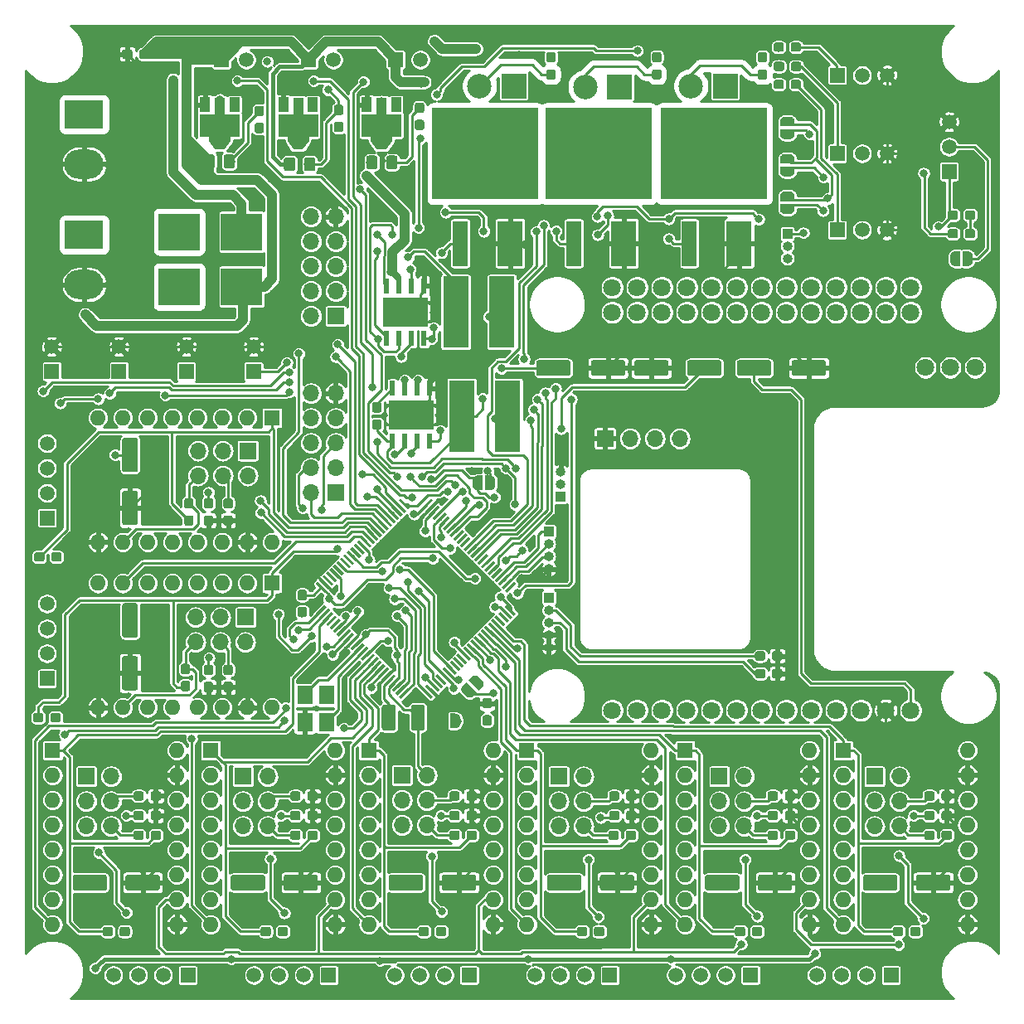
<source format=gbr>
G04 #@! TF.GenerationSoftware,KiCad,Pcbnew,5.1.2-f72e74a~84~ubuntu18.04.1*
G04 #@! TF.CreationDate,2019-06-18T18:41:53+08:00*
G04 #@! TF.ProjectId,printer-board,7072696e-7465-4722-9d62-6f6172642e6b,rev?*
G04 #@! TF.SameCoordinates,Original*
G04 #@! TF.FileFunction,Copper,L1,Top*
G04 #@! TF.FilePolarity,Positive*
%FSLAX46Y46*%
G04 Gerber Fmt 4.6, Leading zero omitted, Abs format (unit mm)*
G04 Created by KiCad (PCBNEW 5.1.2-f72e74a~84~ubuntu18.04.1) date 2019-06-18 18:41:53*
%MOMM*%
%LPD*%
G04 APERTURE LIST*
%ADD10C,0.100000*%
%ADD11C,1.150000*%
%ADD12C,0.500000*%
%ADD13R,2.500000X2.500000*%
%ADD14C,2.500000*%
%ADD15C,1.600000*%
%ADD16O,1.000000X1.000000*%
%ADD17R,1.000000X1.000000*%
%ADD18O,1.700000X1.700000*%
%ADD19R,1.700000X1.700000*%
%ADD20C,0.950000*%
%ADD21R,2.600000X7.300000*%
%ADD22O,4.000000X3.000000*%
%ADD23R,4.000000X3.000000*%
%ADD24C,0.600000*%
%ADD25R,4.239260X3.810000*%
%ADD26R,1.650000X1.950000*%
%ADD27C,1.425000*%
%ADD28C,1.500000*%
%ADD29R,1.500000X1.500000*%
%ADD30C,1.800000*%
%ADD31R,10.800000X9.400000*%
%ADD32R,2.500000X4.600000*%
%ADD33R,1.500000X4.600000*%
%ADD34R,1.524000X1.524000*%
%ADD35C,1.000000*%
%ADD36R,2.200000X1.840000*%
%ADD37R,1.000000X1.500000*%
%ADD38R,1.000000X1.800000*%
%ADD39C,0.850000*%
%ADD40R,1.600000X1.600000*%
%ADD41O,1.600000X1.600000*%
%ADD42C,0.300000*%
%ADD43R,1.500000X1.200000*%
%ADD44R,0.600000X1.550000*%
%ADD45C,0.800000*%
%ADD46C,0.250000*%
%ADD47C,0.400000*%
%ADD48C,1.000000*%
%ADD49C,0.500000*%
%ADD50C,0.254000*%
G04 APERTURE END LIST*
D10*
G36*
X38074505Y-13601204D02*
G01*
X38098773Y-13604804D01*
X38122572Y-13610765D01*
X38145671Y-13619030D01*
X38167850Y-13629520D01*
X38188893Y-13642132D01*
X38208599Y-13656747D01*
X38226777Y-13673223D01*
X38243253Y-13691401D01*
X38257868Y-13711107D01*
X38270480Y-13732150D01*
X38280970Y-13754329D01*
X38289235Y-13777428D01*
X38295196Y-13801227D01*
X38298796Y-13825495D01*
X38300000Y-13849999D01*
X38300000Y-14750001D01*
X38298796Y-14774505D01*
X38295196Y-14798773D01*
X38289235Y-14822572D01*
X38280970Y-14845671D01*
X38270480Y-14867850D01*
X38257868Y-14888893D01*
X38243253Y-14908599D01*
X38226777Y-14926777D01*
X38208599Y-14943253D01*
X38188893Y-14957868D01*
X38167850Y-14970480D01*
X38145671Y-14980970D01*
X38122572Y-14989235D01*
X38098773Y-14995196D01*
X38074505Y-14998796D01*
X38050001Y-15000000D01*
X37399999Y-15000000D01*
X37375495Y-14998796D01*
X37351227Y-14995196D01*
X37327428Y-14989235D01*
X37304329Y-14980970D01*
X37282150Y-14970480D01*
X37261107Y-14957868D01*
X37241401Y-14943253D01*
X37223223Y-14926777D01*
X37206747Y-14908599D01*
X37192132Y-14888893D01*
X37179520Y-14867850D01*
X37169030Y-14845671D01*
X37160765Y-14822572D01*
X37154804Y-14798773D01*
X37151204Y-14774505D01*
X37150000Y-14750001D01*
X37150000Y-13849999D01*
X37151204Y-13825495D01*
X37154804Y-13801227D01*
X37160765Y-13777428D01*
X37169030Y-13754329D01*
X37179520Y-13732150D01*
X37192132Y-13711107D01*
X37206747Y-13691401D01*
X37223223Y-13673223D01*
X37241401Y-13656747D01*
X37261107Y-13642132D01*
X37282150Y-13629520D01*
X37304329Y-13619030D01*
X37327428Y-13610765D01*
X37351227Y-13604804D01*
X37375495Y-13601204D01*
X37399999Y-13600000D01*
X38050001Y-13600000D01*
X38074505Y-13601204D01*
X38074505Y-13601204D01*
G37*
D11*
X37725000Y-14300000D03*
D10*
G36*
X36024505Y-13601204D02*
G01*
X36048773Y-13604804D01*
X36072572Y-13610765D01*
X36095671Y-13619030D01*
X36117850Y-13629520D01*
X36138893Y-13642132D01*
X36158599Y-13656747D01*
X36176777Y-13673223D01*
X36193253Y-13691401D01*
X36207868Y-13711107D01*
X36220480Y-13732150D01*
X36230970Y-13754329D01*
X36239235Y-13777428D01*
X36245196Y-13801227D01*
X36248796Y-13825495D01*
X36250000Y-13849999D01*
X36250000Y-14750001D01*
X36248796Y-14774505D01*
X36245196Y-14798773D01*
X36239235Y-14822572D01*
X36230970Y-14845671D01*
X36220480Y-14867850D01*
X36207868Y-14888893D01*
X36193253Y-14908599D01*
X36176777Y-14926777D01*
X36158599Y-14943253D01*
X36138893Y-14957868D01*
X36117850Y-14970480D01*
X36095671Y-14980970D01*
X36072572Y-14989235D01*
X36048773Y-14995196D01*
X36024505Y-14998796D01*
X36000001Y-15000000D01*
X35349999Y-15000000D01*
X35325495Y-14998796D01*
X35301227Y-14995196D01*
X35277428Y-14989235D01*
X35254329Y-14980970D01*
X35232150Y-14970480D01*
X35211107Y-14957868D01*
X35191401Y-14943253D01*
X35173223Y-14926777D01*
X35156747Y-14908599D01*
X35142132Y-14888893D01*
X35129520Y-14867850D01*
X35119030Y-14845671D01*
X35110765Y-14822572D01*
X35104804Y-14798773D01*
X35101204Y-14774505D01*
X35100000Y-14750001D01*
X35100000Y-13849999D01*
X35101204Y-13825495D01*
X35104804Y-13801227D01*
X35110765Y-13777428D01*
X35119030Y-13754329D01*
X35129520Y-13732150D01*
X35142132Y-13711107D01*
X35156747Y-13691401D01*
X35173223Y-13673223D01*
X35191401Y-13656747D01*
X35211107Y-13642132D01*
X35232150Y-13629520D01*
X35254329Y-13619030D01*
X35277428Y-13610765D01*
X35301227Y-13604804D01*
X35325495Y-13601204D01*
X35349999Y-13600000D01*
X36000001Y-13600000D01*
X36024505Y-13601204D01*
X36024505Y-13601204D01*
G37*
D11*
X35675000Y-14300000D03*
D10*
G36*
X21474505Y-13501204D02*
G01*
X21498773Y-13504804D01*
X21522572Y-13510765D01*
X21545671Y-13519030D01*
X21567850Y-13529520D01*
X21588893Y-13542132D01*
X21608599Y-13556747D01*
X21626777Y-13573223D01*
X21643253Y-13591401D01*
X21657868Y-13611107D01*
X21670480Y-13632150D01*
X21680970Y-13654329D01*
X21689235Y-13677428D01*
X21695196Y-13701227D01*
X21698796Y-13725495D01*
X21700000Y-13749999D01*
X21700000Y-14650001D01*
X21698796Y-14674505D01*
X21695196Y-14698773D01*
X21689235Y-14722572D01*
X21680970Y-14745671D01*
X21670480Y-14767850D01*
X21657868Y-14788893D01*
X21643253Y-14808599D01*
X21626777Y-14826777D01*
X21608599Y-14843253D01*
X21588893Y-14857868D01*
X21567850Y-14870480D01*
X21545671Y-14880970D01*
X21522572Y-14889235D01*
X21498773Y-14895196D01*
X21474505Y-14898796D01*
X21450001Y-14900000D01*
X20799999Y-14900000D01*
X20775495Y-14898796D01*
X20751227Y-14895196D01*
X20727428Y-14889235D01*
X20704329Y-14880970D01*
X20682150Y-14870480D01*
X20661107Y-14857868D01*
X20641401Y-14843253D01*
X20623223Y-14826777D01*
X20606747Y-14808599D01*
X20592132Y-14788893D01*
X20579520Y-14767850D01*
X20569030Y-14745671D01*
X20560765Y-14722572D01*
X20554804Y-14698773D01*
X20551204Y-14674505D01*
X20550000Y-14650001D01*
X20550000Y-13749999D01*
X20551204Y-13725495D01*
X20554804Y-13701227D01*
X20560765Y-13677428D01*
X20569030Y-13654329D01*
X20579520Y-13632150D01*
X20592132Y-13611107D01*
X20606747Y-13591401D01*
X20623223Y-13573223D01*
X20641401Y-13556747D01*
X20661107Y-13542132D01*
X20682150Y-13529520D01*
X20704329Y-13519030D01*
X20727428Y-13510765D01*
X20751227Y-13504804D01*
X20775495Y-13501204D01*
X20799999Y-13500000D01*
X21450001Y-13500000D01*
X21474505Y-13501204D01*
X21474505Y-13501204D01*
G37*
D11*
X21125000Y-14200000D03*
D10*
G36*
X19424505Y-13501204D02*
G01*
X19448773Y-13504804D01*
X19472572Y-13510765D01*
X19495671Y-13519030D01*
X19517850Y-13529520D01*
X19538893Y-13542132D01*
X19558599Y-13556747D01*
X19576777Y-13573223D01*
X19593253Y-13591401D01*
X19607868Y-13611107D01*
X19620480Y-13632150D01*
X19630970Y-13654329D01*
X19639235Y-13677428D01*
X19645196Y-13701227D01*
X19648796Y-13725495D01*
X19650000Y-13749999D01*
X19650000Y-14650001D01*
X19648796Y-14674505D01*
X19645196Y-14698773D01*
X19639235Y-14722572D01*
X19630970Y-14745671D01*
X19620480Y-14767850D01*
X19607868Y-14788893D01*
X19593253Y-14808599D01*
X19576777Y-14826777D01*
X19558599Y-14843253D01*
X19538893Y-14857868D01*
X19517850Y-14870480D01*
X19495671Y-14880970D01*
X19472572Y-14889235D01*
X19448773Y-14895196D01*
X19424505Y-14898796D01*
X19400001Y-14900000D01*
X18749999Y-14900000D01*
X18725495Y-14898796D01*
X18701227Y-14895196D01*
X18677428Y-14889235D01*
X18654329Y-14880970D01*
X18632150Y-14870480D01*
X18611107Y-14857868D01*
X18591401Y-14843253D01*
X18573223Y-14826777D01*
X18556747Y-14808599D01*
X18542132Y-14788893D01*
X18529520Y-14767850D01*
X18519030Y-14745671D01*
X18510765Y-14722572D01*
X18504804Y-14698773D01*
X18501204Y-14674505D01*
X18500000Y-14650001D01*
X18500000Y-13749999D01*
X18501204Y-13725495D01*
X18504804Y-13701227D01*
X18510765Y-13677428D01*
X18519030Y-13654329D01*
X18529520Y-13632150D01*
X18542132Y-13611107D01*
X18556747Y-13591401D01*
X18573223Y-13573223D01*
X18591401Y-13556747D01*
X18611107Y-13542132D01*
X18632150Y-13529520D01*
X18654329Y-13519030D01*
X18677428Y-13510765D01*
X18701227Y-13504804D01*
X18725495Y-13501204D01*
X18749999Y-13500000D01*
X19400001Y-13500000D01*
X19424505Y-13501204D01*
X19424505Y-13501204D01*
G37*
D11*
X19075000Y-14200000D03*
D10*
G36*
X29674505Y-13801204D02*
G01*
X29698773Y-13804804D01*
X29722572Y-13810765D01*
X29745671Y-13819030D01*
X29767850Y-13829520D01*
X29788893Y-13842132D01*
X29808599Y-13856747D01*
X29826777Y-13873223D01*
X29843253Y-13891401D01*
X29857868Y-13911107D01*
X29870480Y-13932150D01*
X29880970Y-13954329D01*
X29889235Y-13977428D01*
X29895196Y-14001227D01*
X29898796Y-14025495D01*
X29900000Y-14049999D01*
X29900000Y-14950001D01*
X29898796Y-14974505D01*
X29895196Y-14998773D01*
X29889235Y-15022572D01*
X29880970Y-15045671D01*
X29870480Y-15067850D01*
X29857868Y-15088893D01*
X29843253Y-15108599D01*
X29826777Y-15126777D01*
X29808599Y-15143253D01*
X29788893Y-15157868D01*
X29767850Y-15170480D01*
X29745671Y-15180970D01*
X29722572Y-15189235D01*
X29698773Y-15195196D01*
X29674505Y-15198796D01*
X29650001Y-15200000D01*
X28999999Y-15200000D01*
X28975495Y-15198796D01*
X28951227Y-15195196D01*
X28927428Y-15189235D01*
X28904329Y-15180970D01*
X28882150Y-15170480D01*
X28861107Y-15157868D01*
X28841401Y-15143253D01*
X28823223Y-15126777D01*
X28806747Y-15108599D01*
X28792132Y-15088893D01*
X28779520Y-15067850D01*
X28769030Y-15045671D01*
X28760765Y-15022572D01*
X28754804Y-14998773D01*
X28751204Y-14974505D01*
X28750000Y-14950001D01*
X28750000Y-14049999D01*
X28751204Y-14025495D01*
X28754804Y-14001227D01*
X28760765Y-13977428D01*
X28769030Y-13954329D01*
X28779520Y-13932150D01*
X28792132Y-13911107D01*
X28806747Y-13891401D01*
X28823223Y-13873223D01*
X28841401Y-13856747D01*
X28861107Y-13842132D01*
X28882150Y-13829520D01*
X28904329Y-13819030D01*
X28927428Y-13810765D01*
X28951227Y-13804804D01*
X28975495Y-13801204D01*
X28999999Y-13800000D01*
X29650001Y-13800000D01*
X29674505Y-13801204D01*
X29674505Y-13801204D01*
G37*
D11*
X29325000Y-14500000D03*
D10*
G36*
X27624505Y-13801204D02*
G01*
X27648773Y-13804804D01*
X27672572Y-13810765D01*
X27695671Y-13819030D01*
X27717850Y-13829520D01*
X27738893Y-13842132D01*
X27758599Y-13856747D01*
X27776777Y-13873223D01*
X27793253Y-13891401D01*
X27807868Y-13911107D01*
X27820480Y-13932150D01*
X27830970Y-13954329D01*
X27839235Y-13977428D01*
X27845196Y-14001227D01*
X27848796Y-14025495D01*
X27850000Y-14049999D01*
X27850000Y-14950001D01*
X27848796Y-14974505D01*
X27845196Y-14998773D01*
X27839235Y-15022572D01*
X27830970Y-15045671D01*
X27820480Y-15067850D01*
X27807868Y-15088893D01*
X27793253Y-15108599D01*
X27776777Y-15126777D01*
X27758599Y-15143253D01*
X27738893Y-15157868D01*
X27717850Y-15170480D01*
X27695671Y-15180970D01*
X27672572Y-15189235D01*
X27648773Y-15195196D01*
X27624505Y-15198796D01*
X27600001Y-15200000D01*
X26949999Y-15200000D01*
X26925495Y-15198796D01*
X26901227Y-15195196D01*
X26877428Y-15189235D01*
X26854329Y-15180970D01*
X26832150Y-15170480D01*
X26811107Y-15157868D01*
X26791401Y-15143253D01*
X26773223Y-15126777D01*
X26756747Y-15108599D01*
X26742132Y-15088893D01*
X26729520Y-15067850D01*
X26719030Y-15045671D01*
X26710765Y-15022572D01*
X26704804Y-14998773D01*
X26701204Y-14974505D01*
X26700000Y-14950001D01*
X26700000Y-14049999D01*
X26701204Y-14025495D01*
X26704804Y-14001227D01*
X26710765Y-13977428D01*
X26719030Y-13954329D01*
X26729520Y-13932150D01*
X26742132Y-13911107D01*
X26756747Y-13891401D01*
X26773223Y-13873223D01*
X26791401Y-13856747D01*
X26811107Y-13842132D01*
X26832150Y-13829520D01*
X26854329Y-13819030D01*
X26877428Y-13810765D01*
X26901227Y-13804804D01*
X26925495Y-13801204D01*
X26949999Y-13800000D01*
X27600001Y-13800000D01*
X27624505Y-13801204D01*
X27624505Y-13801204D01*
G37*
D11*
X27275000Y-14500000D03*
D12*
X42906066Y-71328249D03*
D10*
G36*
X42906066Y-72077647D02*
G01*
X42881532Y-72077647D01*
X42832701Y-72072837D01*
X42784576Y-72063265D01*
X42737621Y-72049021D01*
X42692288Y-72030244D01*
X42649015Y-72007113D01*
X42608216Y-71979853D01*
X42570287Y-71948725D01*
X42535590Y-71914028D01*
X42504462Y-71876099D01*
X42477202Y-71835300D01*
X42454071Y-71792027D01*
X42435294Y-71746694D01*
X42421050Y-71699739D01*
X42411478Y-71651614D01*
X42406668Y-71602783D01*
X42406668Y-71578249D01*
X42406066Y-71578249D01*
X42406066Y-71078249D01*
X42406668Y-71078249D01*
X42406668Y-71053715D01*
X42411478Y-71004884D01*
X42421050Y-70956759D01*
X42435294Y-70909804D01*
X42454071Y-70864471D01*
X42477202Y-70821198D01*
X42504462Y-70780399D01*
X42535590Y-70742470D01*
X42570287Y-70707773D01*
X42608216Y-70676645D01*
X42649015Y-70649385D01*
X42692288Y-70626254D01*
X42737621Y-70607477D01*
X42784576Y-70593233D01*
X42832701Y-70583661D01*
X42881532Y-70578851D01*
X42906066Y-70578851D01*
X42906066Y-70578249D01*
X43406066Y-70578249D01*
X43406066Y-72078249D01*
X42906066Y-72078249D01*
X42906066Y-72077647D01*
X42906066Y-72077647D01*
G37*
D12*
X44206066Y-71328249D03*
D10*
G36*
X43706066Y-70578249D02*
G01*
X44206066Y-70578249D01*
X44206066Y-70578851D01*
X44230600Y-70578851D01*
X44279431Y-70583661D01*
X44327556Y-70593233D01*
X44374511Y-70607477D01*
X44419844Y-70626254D01*
X44463117Y-70649385D01*
X44503916Y-70676645D01*
X44541845Y-70707773D01*
X44576542Y-70742470D01*
X44607670Y-70780399D01*
X44634930Y-70821198D01*
X44658061Y-70864471D01*
X44676838Y-70909804D01*
X44691082Y-70956759D01*
X44700654Y-71004884D01*
X44705464Y-71053715D01*
X44705464Y-71078249D01*
X44706066Y-71078249D01*
X44706066Y-71578249D01*
X44705464Y-71578249D01*
X44705464Y-71602783D01*
X44700654Y-71651614D01*
X44691082Y-71699739D01*
X44676838Y-71746694D01*
X44658061Y-71792027D01*
X44634930Y-71835300D01*
X44607670Y-71876099D01*
X44576542Y-71914028D01*
X44541845Y-71948725D01*
X44503916Y-71979853D01*
X44463117Y-72007113D01*
X44419844Y-72030244D01*
X44374511Y-72049021D01*
X44327556Y-72063265D01*
X44279431Y-72072837D01*
X44230600Y-72077647D01*
X44206066Y-72077647D01*
X44206066Y-72078249D01*
X43706066Y-72078249D01*
X43706066Y-70578249D01*
X43706066Y-70578249D01*
G37*
D13*
X71755000Y-6500000D03*
D14*
X68255000Y-6500000D03*
D13*
X60960000Y-6600000D03*
D14*
X57460000Y-6600000D03*
D13*
X50165000Y-6500000D03*
D14*
X46665000Y-6500000D03*
D10*
G36*
X65749504Y-34501204D02*
G01*
X65773773Y-34504804D01*
X65797571Y-34510765D01*
X65820671Y-34519030D01*
X65842849Y-34529520D01*
X65863893Y-34542133D01*
X65883598Y-34556747D01*
X65901777Y-34573223D01*
X65918253Y-34591402D01*
X65932867Y-34611107D01*
X65945480Y-34632151D01*
X65955970Y-34654329D01*
X65964235Y-34677429D01*
X65970196Y-34701227D01*
X65973796Y-34725496D01*
X65975000Y-34750000D01*
X65975000Y-35850000D01*
X65973796Y-35874504D01*
X65970196Y-35898773D01*
X65964235Y-35922571D01*
X65955970Y-35945671D01*
X65945480Y-35967849D01*
X65932867Y-35988893D01*
X65918253Y-36008598D01*
X65901777Y-36026777D01*
X65883598Y-36043253D01*
X65863893Y-36057867D01*
X65842849Y-36070480D01*
X65820671Y-36080970D01*
X65797571Y-36089235D01*
X65773773Y-36095196D01*
X65749504Y-36098796D01*
X65725000Y-36100000D01*
X62725000Y-36100000D01*
X62700496Y-36098796D01*
X62676227Y-36095196D01*
X62652429Y-36089235D01*
X62629329Y-36080970D01*
X62607151Y-36070480D01*
X62586107Y-36057867D01*
X62566402Y-36043253D01*
X62548223Y-36026777D01*
X62531747Y-36008598D01*
X62517133Y-35988893D01*
X62504520Y-35967849D01*
X62494030Y-35945671D01*
X62485765Y-35922571D01*
X62479804Y-35898773D01*
X62476204Y-35874504D01*
X62475000Y-35850000D01*
X62475000Y-34750000D01*
X62476204Y-34725496D01*
X62479804Y-34701227D01*
X62485765Y-34677429D01*
X62494030Y-34654329D01*
X62504520Y-34632151D01*
X62517133Y-34611107D01*
X62531747Y-34591402D01*
X62548223Y-34573223D01*
X62566402Y-34556747D01*
X62586107Y-34542133D01*
X62607151Y-34529520D01*
X62629329Y-34519030D01*
X62652429Y-34510765D01*
X62676227Y-34504804D01*
X62700496Y-34501204D01*
X62725000Y-34500000D01*
X65725000Y-34500000D01*
X65749504Y-34501204D01*
X65749504Y-34501204D01*
G37*
D15*
X64225000Y-35300000D03*
D10*
G36*
X71149504Y-34501204D02*
G01*
X71173773Y-34504804D01*
X71197571Y-34510765D01*
X71220671Y-34519030D01*
X71242849Y-34529520D01*
X71263893Y-34542133D01*
X71283598Y-34556747D01*
X71301777Y-34573223D01*
X71318253Y-34591402D01*
X71332867Y-34611107D01*
X71345480Y-34632151D01*
X71355970Y-34654329D01*
X71364235Y-34677429D01*
X71370196Y-34701227D01*
X71373796Y-34725496D01*
X71375000Y-34750000D01*
X71375000Y-35850000D01*
X71373796Y-35874504D01*
X71370196Y-35898773D01*
X71364235Y-35922571D01*
X71355970Y-35945671D01*
X71345480Y-35967849D01*
X71332867Y-35988893D01*
X71318253Y-36008598D01*
X71301777Y-36026777D01*
X71283598Y-36043253D01*
X71263893Y-36057867D01*
X71242849Y-36070480D01*
X71220671Y-36080970D01*
X71197571Y-36089235D01*
X71173773Y-36095196D01*
X71149504Y-36098796D01*
X71125000Y-36100000D01*
X68125000Y-36100000D01*
X68100496Y-36098796D01*
X68076227Y-36095196D01*
X68052429Y-36089235D01*
X68029329Y-36080970D01*
X68007151Y-36070480D01*
X67986107Y-36057867D01*
X67966402Y-36043253D01*
X67948223Y-36026777D01*
X67931747Y-36008598D01*
X67917133Y-35988893D01*
X67904520Y-35967849D01*
X67894030Y-35945671D01*
X67885765Y-35922571D01*
X67879804Y-35898773D01*
X67876204Y-35874504D01*
X67875000Y-35850000D01*
X67875000Y-34750000D01*
X67876204Y-34725496D01*
X67879804Y-34701227D01*
X67885765Y-34677429D01*
X67894030Y-34654329D01*
X67904520Y-34632151D01*
X67917133Y-34611107D01*
X67931747Y-34591402D01*
X67948223Y-34573223D01*
X67966402Y-34556747D01*
X67986107Y-34542133D01*
X68007151Y-34529520D01*
X68029329Y-34519030D01*
X68052429Y-34510765D01*
X68076227Y-34504804D01*
X68100496Y-34501204D01*
X68125000Y-34500000D01*
X71125000Y-34500000D01*
X71149504Y-34501204D01*
X71149504Y-34501204D01*
G37*
D15*
X69625000Y-35300000D03*
D12*
X46475000Y-47025000D03*
D10*
G36*
X46475000Y-47774398D02*
G01*
X46450466Y-47774398D01*
X46401635Y-47769588D01*
X46353510Y-47760016D01*
X46306555Y-47745772D01*
X46261222Y-47726995D01*
X46217949Y-47703864D01*
X46177150Y-47676604D01*
X46139221Y-47645476D01*
X46104524Y-47610779D01*
X46073396Y-47572850D01*
X46046136Y-47532051D01*
X46023005Y-47488778D01*
X46004228Y-47443445D01*
X45989984Y-47396490D01*
X45980412Y-47348365D01*
X45975602Y-47299534D01*
X45975602Y-47275000D01*
X45975000Y-47275000D01*
X45975000Y-46775000D01*
X45975602Y-46775000D01*
X45975602Y-46750466D01*
X45980412Y-46701635D01*
X45989984Y-46653510D01*
X46004228Y-46606555D01*
X46023005Y-46561222D01*
X46046136Y-46517949D01*
X46073396Y-46477150D01*
X46104524Y-46439221D01*
X46139221Y-46404524D01*
X46177150Y-46373396D01*
X46217949Y-46346136D01*
X46261222Y-46323005D01*
X46306555Y-46304228D01*
X46353510Y-46289984D01*
X46401635Y-46280412D01*
X46450466Y-46275602D01*
X46475000Y-46275602D01*
X46475000Y-46275000D01*
X46975000Y-46275000D01*
X46975000Y-47775000D01*
X46475000Y-47775000D01*
X46475000Y-47774398D01*
X46475000Y-47774398D01*
G37*
D12*
X47775000Y-47025000D03*
D10*
G36*
X47275000Y-46275000D02*
G01*
X47775000Y-46275000D01*
X47775000Y-46275602D01*
X47799534Y-46275602D01*
X47848365Y-46280412D01*
X47896490Y-46289984D01*
X47943445Y-46304228D01*
X47988778Y-46323005D01*
X48032051Y-46346136D01*
X48072850Y-46373396D01*
X48110779Y-46404524D01*
X48145476Y-46439221D01*
X48176604Y-46477150D01*
X48203864Y-46517949D01*
X48226995Y-46561222D01*
X48245772Y-46606555D01*
X48260016Y-46653510D01*
X48269588Y-46701635D01*
X48274398Y-46750466D01*
X48274398Y-46775000D01*
X48275000Y-46775000D01*
X48275000Y-47275000D01*
X48274398Y-47275000D01*
X48274398Y-47299534D01*
X48269588Y-47348365D01*
X48260016Y-47396490D01*
X48245772Y-47443445D01*
X48226995Y-47488778D01*
X48203864Y-47532051D01*
X48176604Y-47572850D01*
X48145476Y-47610779D01*
X48110779Y-47645476D01*
X48072850Y-47676604D01*
X48032051Y-47703864D01*
X47988778Y-47726995D01*
X47943445Y-47745772D01*
X47896490Y-47760016D01*
X47848365Y-47769588D01*
X47799534Y-47774398D01*
X47775000Y-47774398D01*
X47775000Y-47775000D01*
X47275000Y-47775000D01*
X47275000Y-46275000D01*
X47275000Y-46275000D01*
G37*
D12*
X45490381Y-68284619D03*
D10*
G36*
X46020285Y-68814523D02*
G01*
X46002937Y-68831872D01*
X45965007Y-68862999D01*
X45924209Y-68890260D01*
X45880935Y-68913390D01*
X45835603Y-68932168D01*
X45788648Y-68946411D01*
X45740523Y-68955984D01*
X45691692Y-68960793D01*
X45642623Y-68960793D01*
X45593793Y-68955984D01*
X45545668Y-68946411D01*
X45498713Y-68932168D01*
X45453380Y-68913390D01*
X45410106Y-68890260D01*
X45369308Y-68862999D01*
X45331378Y-68831872D01*
X45314030Y-68814523D01*
X45313604Y-68814949D01*
X44960051Y-68461396D01*
X44960477Y-68460970D01*
X44943128Y-68443622D01*
X44912001Y-68405692D01*
X44884740Y-68364894D01*
X44861610Y-68321620D01*
X44842832Y-68276287D01*
X44828589Y-68229332D01*
X44819016Y-68181207D01*
X44814207Y-68132377D01*
X44814207Y-68083308D01*
X44819016Y-68034477D01*
X44828589Y-67986352D01*
X44842832Y-67939397D01*
X44861610Y-67894065D01*
X44884740Y-67850791D01*
X44912001Y-67809993D01*
X44943128Y-67772063D01*
X44960477Y-67754715D01*
X44960051Y-67754289D01*
X45313604Y-67400736D01*
X46374264Y-68461396D01*
X46020711Y-68814949D01*
X46020285Y-68814523D01*
X46020285Y-68814523D01*
G37*
D12*
X46409619Y-67365381D03*
D10*
G36*
X45525736Y-67188604D02*
G01*
X45879289Y-66835051D01*
X45879715Y-66835477D01*
X45897063Y-66818128D01*
X45934993Y-66787001D01*
X45975791Y-66759740D01*
X46019065Y-66736610D01*
X46064397Y-66717832D01*
X46111352Y-66703589D01*
X46159477Y-66694016D01*
X46208308Y-66689207D01*
X46257377Y-66689207D01*
X46306207Y-66694016D01*
X46354332Y-66703589D01*
X46401287Y-66717832D01*
X46446620Y-66736610D01*
X46489894Y-66759740D01*
X46530692Y-66787001D01*
X46568622Y-66818128D01*
X46585970Y-66835477D01*
X46586396Y-66835051D01*
X46939949Y-67188604D01*
X46939523Y-67189030D01*
X46956872Y-67206378D01*
X46987999Y-67244308D01*
X47015260Y-67285106D01*
X47038390Y-67328380D01*
X47057168Y-67373713D01*
X47071411Y-67420668D01*
X47080984Y-67468793D01*
X47085793Y-67517623D01*
X47085793Y-67566692D01*
X47080984Y-67615523D01*
X47071411Y-67663648D01*
X47057168Y-67710603D01*
X47038390Y-67755935D01*
X47015260Y-67799209D01*
X46987999Y-67840007D01*
X46956872Y-67877937D01*
X46939523Y-67895285D01*
X46939949Y-67895711D01*
X46586396Y-68249264D01*
X45525736Y-67188604D01*
X45525736Y-67188604D01*
G37*
D16*
X54975000Y-45885000D03*
X54975000Y-47155000D03*
D17*
X54975000Y-48425000D03*
D18*
X67120000Y-42500000D03*
X64580000Y-42500000D03*
X62040000Y-42500000D03*
D19*
X59500000Y-42500000D03*
D10*
G36*
X77560778Y-4026144D02*
G01*
X77583833Y-4029563D01*
X77606442Y-4035227D01*
X77628386Y-4043079D01*
X77649456Y-4053044D01*
X77669447Y-4065026D01*
X77688167Y-4078910D01*
X77705437Y-4094562D01*
X77721089Y-4111832D01*
X77734973Y-4130552D01*
X77746955Y-4150543D01*
X77756920Y-4171613D01*
X77764772Y-4193557D01*
X77770436Y-4216166D01*
X77773855Y-4239221D01*
X77774999Y-4262500D01*
X77774999Y-4737500D01*
X77773855Y-4760779D01*
X77770436Y-4783834D01*
X77764772Y-4806443D01*
X77756920Y-4828387D01*
X77746955Y-4849457D01*
X77734973Y-4869448D01*
X77721089Y-4888168D01*
X77705437Y-4905438D01*
X77688167Y-4921090D01*
X77669447Y-4934974D01*
X77649456Y-4946956D01*
X77628386Y-4956921D01*
X77606442Y-4964773D01*
X77583833Y-4970437D01*
X77560778Y-4973856D01*
X77537499Y-4975000D01*
X76962499Y-4975000D01*
X76939220Y-4973856D01*
X76916165Y-4970437D01*
X76893556Y-4964773D01*
X76871612Y-4956921D01*
X76850542Y-4946956D01*
X76830551Y-4934974D01*
X76811831Y-4921090D01*
X76794561Y-4905438D01*
X76778909Y-4888168D01*
X76765025Y-4869448D01*
X76753043Y-4849457D01*
X76743078Y-4828387D01*
X76735226Y-4806443D01*
X76729562Y-4783834D01*
X76726143Y-4760779D01*
X76724999Y-4737500D01*
X76724999Y-4262500D01*
X76726143Y-4239221D01*
X76729562Y-4216166D01*
X76735226Y-4193557D01*
X76743078Y-4171613D01*
X76753043Y-4150543D01*
X76765025Y-4130552D01*
X76778909Y-4111832D01*
X76794561Y-4094562D01*
X76811831Y-4078910D01*
X76830551Y-4065026D01*
X76850542Y-4053044D01*
X76871612Y-4043079D01*
X76893556Y-4035227D01*
X76916165Y-4029563D01*
X76939220Y-4026144D01*
X76962499Y-4025000D01*
X77537499Y-4025000D01*
X77560778Y-4026144D01*
X77560778Y-4026144D01*
G37*
D20*
X77249999Y-4500000D03*
D10*
G36*
X79310778Y-4026144D02*
G01*
X79333833Y-4029563D01*
X79356442Y-4035227D01*
X79378386Y-4043079D01*
X79399456Y-4053044D01*
X79419447Y-4065026D01*
X79438167Y-4078910D01*
X79455437Y-4094562D01*
X79471089Y-4111832D01*
X79484973Y-4130552D01*
X79496955Y-4150543D01*
X79506920Y-4171613D01*
X79514772Y-4193557D01*
X79520436Y-4216166D01*
X79523855Y-4239221D01*
X79524999Y-4262500D01*
X79524999Y-4737500D01*
X79523855Y-4760779D01*
X79520436Y-4783834D01*
X79514772Y-4806443D01*
X79506920Y-4828387D01*
X79496955Y-4849457D01*
X79484973Y-4869448D01*
X79471089Y-4888168D01*
X79455437Y-4905438D01*
X79438167Y-4921090D01*
X79419447Y-4934974D01*
X79399456Y-4946956D01*
X79378386Y-4956921D01*
X79356442Y-4964773D01*
X79333833Y-4970437D01*
X79310778Y-4973856D01*
X79287499Y-4975000D01*
X78712499Y-4975000D01*
X78689220Y-4973856D01*
X78666165Y-4970437D01*
X78643556Y-4964773D01*
X78621612Y-4956921D01*
X78600542Y-4946956D01*
X78580551Y-4934974D01*
X78561831Y-4921090D01*
X78544561Y-4905438D01*
X78528909Y-4888168D01*
X78515025Y-4869448D01*
X78503043Y-4849457D01*
X78493078Y-4828387D01*
X78485226Y-4806443D01*
X78479562Y-4783834D01*
X78476143Y-4760779D01*
X78474999Y-4737500D01*
X78474999Y-4262500D01*
X78476143Y-4239221D01*
X78479562Y-4216166D01*
X78485226Y-4193557D01*
X78493078Y-4171613D01*
X78503043Y-4150543D01*
X78515025Y-4130552D01*
X78528909Y-4111832D01*
X78544561Y-4094562D01*
X78561831Y-4078910D01*
X78580551Y-4065026D01*
X78600542Y-4053044D01*
X78621612Y-4043079D01*
X78643556Y-4035227D01*
X78666165Y-4029563D01*
X78689220Y-4026144D01*
X78712499Y-4025000D01*
X79287499Y-4025000D01*
X79310778Y-4026144D01*
X79310778Y-4026144D01*
G37*
D20*
X78999999Y-4500000D03*
D21*
X44250000Y-29600000D03*
X48950000Y-29600000D03*
X44850000Y-40200000D03*
X49550000Y-40200000D03*
D10*
G36*
X36460779Y-38801144D02*
G01*
X36483834Y-38804563D01*
X36506443Y-38810227D01*
X36528387Y-38818079D01*
X36549457Y-38828044D01*
X36569448Y-38840026D01*
X36588168Y-38853910D01*
X36605438Y-38869562D01*
X36621090Y-38886832D01*
X36634974Y-38905552D01*
X36646956Y-38925543D01*
X36656921Y-38946613D01*
X36664773Y-38968557D01*
X36670437Y-38991166D01*
X36673856Y-39014221D01*
X36675000Y-39037500D01*
X36675000Y-39612500D01*
X36673856Y-39635779D01*
X36670437Y-39658834D01*
X36664773Y-39681443D01*
X36656921Y-39703387D01*
X36646956Y-39724457D01*
X36634974Y-39744448D01*
X36621090Y-39763168D01*
X36605438Y-39780438D01*
X36588168Y-39796090D01*
X36569448Y-39809974D01*
X36549457Y-39821956D01*
X36528387Y-39831921D01*
X36506443Y-39839773D01*
X36483834Y-39845437D01*
X36460779Y-39848856D01*
X36437500Y-39850000D01*
X35962500Y-39850000D01*
X35939221Y-39848856D01*
X35916166Y-39845437D01*
X35893557Y-39839773D01*
X35871613Y-39831921D01*
X35850543Y-39821956D01*
X35830552Y-39809974D01*
X35811832Y-39796090D01*
X35794562Y-39780438D01*
X35778910Y-39763168D01*
X35765026Y-39744448D01*
X35753044Y-39724457D01*
X35743079Y-39703387D01*
X35735227Y-39681443D01*
X35729563Y-39658834D01*
X35726144Y-39635779D01*
X35725000Y-39612500D01*
X35725000Y-39037500D01*
X35726144Y-39014221D01*
X35729563Y-38991166D01*
X35735227Y-38968557D01*
X35743079Y-38946613D01*
X35753044Y-38925543D01*
X35765026Y-38905552D01*
X35778910Y-38886832D01*
X35794562Y-38869562D01*
X35811832Y-38853910D01*
X35830552Y-38840026D01*
X35850543Y-38828044D01*
X35871613Y-38818079D01*
X35893557Y-38810227D01*
X35916166Y-38804563D01*
X35939221Y-38801144D01*
X35962500Y-38800000D01*
X36437500Y-38800000D01*
X36460779Y-38801144D01*
X36460779Y-38801144D01*
G37*
D20*
X36200000Y-39325000D03*
D10*
G36*
X36460779Y-40551144D02*
G01*
X36483834Y-40554563D01*
X36506443Y-40560227D01*
X36528387Y-40568079D01*
X36549457Y-40578044D01*
X36569448Y-40590026D01*
X36588168Y-40603910D01*
X36605438Y-40619562D01*
X36621090Y-40636832D01*
X36634974Y-40655552D01*
X36646956Y-40675543D01*
X36656921Y-40696613D01*
X36664773Y-40718557D01*
X36670437Y-40741166D01*
X36673856Y-40764221D01*
X36675000Y-40787500D01*
X36675000Y-41362500D01*
X36673856Y-41385779D01*
X36670437Y-41408834D01*
X36664773Y-41431443D01*
X36656921Y-41453387D01*
X36646956Y-41474457D01*
X36634974Y-41494448D01*
X36621090Y-41513168D01*
X36605438Y-41530438D01*
X36588168Y-41546090D01*
X36569448Y-41559974D01*
X36549457Y-41571956D01*
X36528387Y-41581921D01*
X36506443Y-41589773D01*
X36483834Y-41595437D01*
X36460779Y-41598856D01*
X36437500Y-41600000D01*
X35962500Y-41600000D01*
X35939221Y-41598856D01*
X35916166Y-41595437D01*
X35893557Y-41589773D01*
X35871613Y-41581921D01*
X35850543Y-41571956D01*
X35830552Y-41559974D01*
X35811832Y-41546090D01*
X35794562Y-41530438D01*
X35778910Y-41513168D01*
X35765026Y-41494448D01*
X35753044Y-41474457D01*
X35743079Y-41453387D01*
X35735227Y-41431443D01*
X35729563Y-41408834D01*
X35726144Y-41385779D01*
X35725000Y-41362500D01*
X35725000Y-40787500D01*
X35726144Y-40764221D01*
X35729563Y-40741166D01*
X35735227Y-40718557D01*
X35743079Y-40696613D01*
X35753044Y-40675543D01*
X35765026Y-40655552D01*
X35778910Y-40636832D01*
X35794562Y-40619562D01*
X35811832Y-40603910D01*
X35830552Y-40590026D01*
X35850543Y-40578044D01*
X35871613Y-40568079D01*
X35893557Y-40560227D01*
X35916166Y-40554563D01*
X35939221Y-40551144D01*
X35962500Y-40550000D01*
X36437500Y-40550000D01*
X36460779Y-40551144D01*
X36460779Y-40551144D01*
G37*
D20*
X36200000Y-41075000D03*
D22*
X6300000Y-14480000D03*
D23*
X6300000Y-9400000D03*
D22*
X6300000Y-26780000D03*
D23*
X6300000Y-21700000D03*
D24*
X23772000Y-28270000D03*
X22502000Y-28270000D03*
X21232000Y-28270000D03*
X23772000Y-27000000D03*
X22502000Y-27000000D03*
X21232000Y-27000000D03*
X23772000Y-25730000D03*
X22502000Y-25730000D03*
X21232000Y-25730000D03*
X17422000Y-28270000D03*
X16152000Y-28270000D03*
X14882000Y-28270000D03*
X17422000Y-27000000D03*
X16152000Y-27000000D03*
X14882000Y-27000000D03*
X17422000Y-25730000D03*
X16152000Y-25730000D03*
X14882000Y-25730000D03*
D25*
X16012300Y-27000000D03*
X22387700Y-27000000D03*
D24*
X23772000Y-22670000D03*
X22502000Y-22670000D03*
X21232000Y-22670000D03*
X23772000Y-21400000D03*
X22502000Y-21400000D03*
X21232000Y-21400000D03*
X23772000Y-20130000D03*
X22502000Y-20130000D03*
X21232000Y-20130000D03*
X17422000Y-22670000D03*
X16152000Y-22670000D03*
X14882000Y-22670000D03*
X17422000Y-21400000D03*
X16152000Y-21400000D03*
X14882000Y-21400000D03*
X17422000Y-20130000D03*
X16152000Y-20130000D03*
X14882000Y-20130000D03*
D25*
X16012300Y-21400000D03*
X22387700Y-21400000D03*
D26*
X28841206Y-68686307D03*
X28841206Y-71436307D03*
X31041206Y-71436307D03*
X31041206Y-68686307D03*
D16*
X78105000Y-24130000D03*
X78105000Y-22860000D03*
D17*
X78105000Y-21590000D03*
D10*
G36*
X37899504Y-69676204D02*
G01*
X37923773Y-69679804D01*
X37947571Y-69685765D01*
X37970671Y-69694030D01*
X37992849Y-69704520D01*
X38013893Y-69717133D01*
X38033598Y-69731747D01*
X38051777Y-69748223D01*
X38068253Y-69766402D01*
X38082867Y-69786107D01*
X38095480Y-69807151D01*
X38105970Y-69829329D01*
X38114235Y-69852429D01*
X38120196Y-69876227D01*
X38123796Y-69900496D01*
X38125000Y-69925000D01*
X38125000Y-72075000D01*
X38123796Y-72099504D01*
X38120196Y-72123773D01*
X38114235Y-72147571D01*
X38105970Y-72170671D01*
X38095480Y-72192849D01*
X38082867Y-72213893D01*
X38068253Y-72233598D01*
X38051777Y-72251777D01*
X38033598Y-72268253D01*
X38013893Y-72282867D01*
X37992849Y-72295480D01*
X37970671Y-72305970D01*
X37947571Y-72314235D01*
X37923773Y-72320196D01*
X37899504Y-72323796D01*
X37875000Y-72325000D01*
X36950000Y-72325000D01*
X36925496Y-72323796D01*
X36901227Y-72320196D01*
X36877429Y-72314235D01*
X36854329Y-72305970D01*
X36832151Y-72295480D01*
X36811107Y-72282867D01*
X36791402Y-72268253D01*
X36773223Y-72251777D01*
X36756747Y-72233598D01*
X36742133Y-72213893D01*
X36729520Y-72192849D01*
X36719030Y-72170671D01*
X36710765Y-72147571D01*
X36704804Y-72123773D01*
X36701204Y-72099504D01*
X36700000Y-72075000D01*
X36700000Y-69925000D01*
X36701204Y-69900496D01*
X36704804Y-69876227D01*
X36710765Y-69852429D01*
X36719030Y-69829329D01*
X36729520Y-69807151D01*
X36742133Y-69786107D01*
X36756747Y-69766402D01*
X36773223Y-69748223D01*
X36791402Y-69731747D01*
X36811107Y-69717133D01*
X36832151Y-69704520D01*
X36854329Y-69694030D01*
X36877429Y-69685765D01*
X36901227Y-69679804D01*
X36925496Y-69676204D01*
X36950000Y-69675000D01*
X37875000Y-69675000D01*
X37899504Y-69676204D01*
X37899504Y-69676204D01*
G37*
D27*
X37412500Y-71000000D03*
D10*
G36*
X40874504Y-69676204D02*
G01*
X40898773Y-69679804D01*
X40922571Y-69685765D01*
X40945671Y-69694030D01*
X40967849Y-69704520D01*
X40988893Y-69717133D01*
X41008598Y-69731747D01*
X41026777Y-69748223D01*
X41043253Y-69766402D01*
X41057867Y-69786107D01*
X41070480Y-69807151D01*
X41080970Y-69829329D01*
X41089235Y-69852429D01*
X41095196Y-69876227D01*
X41098796Y-69900496D01*
X41100000Y-69925000D01*
X41100000Y-72075000D01*
X41098796Y-72099504D01*
X41095196Y-72123773D01*
X41089235Y-72147571D01*
X41080970Y-72170671D01*
X41070480Y-72192849D01*
X41057867Y-72213893D01*
X41043253Y-72233598D01*
X41026777Y-72251777D01*
X41008598Y-72268253D01*
X40988893Y-72282867D01*
X40967849Y-72295480D01*
X40945671Y-72305970D01*
X40922571Y-72314235D01*
X40898773Y-72320196D01*
X40874504Y-72323796D01*
X40850000Y-72325000D01*
X39925000Y-72325000D01*
X39900496Y-72323796D01*
X39876227Y-72320196D01*
X39852429Y-72314235D01*
X39829329Y-72305970D01*
X39807151Y-72295480D01*
X39786107Y-72282867D01*
X39766402Y-72268253D01*
X39748223Y-72251777D01*
X39731747Y-72233598D01*
X39717133Y-72213893D01*
X39704520Y-72192849D01*
X39694030Y-72170671D01*
X39685765Y-72147571D01*
X39679804Y-72123773D01*
X39676204Y-72099504D01*
X39675000Y-72075000D01*
X39675000Y-69925000D01*
X39676204Y-69900496D01*
X39679804Y-69876227D01*
X39685765Y-69852429D01*
X39694030Y-69829329D01*
X39704520Y-69807151D01*
X39717133Y-69786107D01*
X39731747Y-69766402D01*
X39748223Y-69748223D01*
X39766402Y-69731747D01*
X39786107Y-69717133D01*
X39807151Y-69704520D01*
X39829329Y-69694030D01*
X39852429Y-69685765D01*
X39876227Y-69679804D01*
X39900496Y-69676204D01*
X39925000Y-69675000D01*
X40850000Y-69675000D01*
X40874504Y-69676204D01*
X40874504Y-69676204D01*
G37*
D27*
X40387500Y-71000000D03*
D28*
X88280000Y-21200000D03*
X85740000Y-21200000D03*
D29*
X83200000Y-21200000D03*
D28*
X88280000Y-13400000D03*
X85740000Y-13400000D03*
D29*
X83200000Y-13400000D03*
D28*
X88280000Y-5400000D03*
X85740000Y-5400000D03*
D29*
X83200000Y-5400000D03*
X94615000Y-15240000D03*
D28*
X94615000Y-12700000D03*
X94615000Y-10160000D03*
D29*
X38100000Y-3810000D03*
D28*
X40640000Y-3810000D03*
D29*
X29210000Y-3810000D03*
D28*
X31750000Y-3810000D03*
D29*
X20320000Y-3810000D03*
D28*
X22860000Y-3810000D03*
D29*
X23600000Y-35650000D03*
D28*
X23600000Y-33110000D03*
D29*
X16730100Y-35650000D03*
D28*
X16730100Y-33110000D03*
D29*
X9860300Y-35650000D03*
D28*
X9860300Y-33110000D03*
D29*
X2990400Y-35650000D03*
D28*
X2990400Y-33110000D03*
X66720000Y-97300000D03*
X69260000Y-97300000D03*
X71800000Y-97300000D03*
D29*
X74340000Y-97300000D03*
D28*
X23640000Y-97300000D03*
X26180000Y-97300000D03*
X28720000Y-97300000D03*
D29*
X31260000Y-97300000D03*
D28*
X2500000Y-42980000D03*
X2500000Y-45520000D03*
X2500000Y-48060000D03*
D29*
X2500000Y-50600000D03*
D28*
X2500000Y-59380000D03*
X2500000Y-61920000D03*
X2500000Y-64460000D03*
D29*
X2500000Y-67000000D03*
D28*
X9280000Y-97300000D03*
X11820000Y-97300000D03*
X14360000Y-97300000D03*
D29*
X16900000Y-97300000D03*
D28*
X38000000Y-97300000D03*
X40540000Y-97300000D03*
X43080000Y-97300000D03*
D29*
X45620000Y-97300000D03*
D28*
X52360000Y-97300000D03*
X54900000Y-97300000D03*
X57440000Y-97300000D03*
D29*
X59980000Y-97300000D03*
D28*
X81080000Y-97300000D03*
X83620000Y-97300000D03*
X86160000Y-97300000D03*
D29*
X88700000Y-97300000D03*
D30*
X90700000Y-70260000D03*
X88160000Y-70260000D03*
X85620000Y-70260000D03*
X83080000Y-70260000D03*
X80540000Y-70260000D03*
X78000000Y-70260000D03*
X75460000Y-70260000D03*
X72920000Y-70260000D03*
X70380000Y-70260000D03*
X67840000Y-70260000D03*
X65300000Y-70260000D03*
X62760000Y-70260000D03*
X60220000Y-70260000D03*
X60220000Y-27080000D03*
X60220000Y-29620000D03*
X62760000Y-27080000D03*
X62760000Y-29620000D03*
X65300000Y-27080000D03*
X65300000Y-29620000D03*
X67840000Y-27080000D03*
X67840000Y-29620000D03*
X70380000Y-27080000D03*
X70380000Y-29620000D03*
X72920000Y-27080000D03*
X72920000Y-29620000D03*
X75460000Y-27080000D03*
X75460000Y-29620000D03*
X78000000Y-27080000D03*
X78000000Y-29620000D03*
X80540000Y-27080000D03*
X80540000Y-29620000D03*
X83080000Y-27080000D03*
X83080000Y-29620000D03*
X85620000Y-27080000D03*
X85620000Y-29620000D03*
X88160000Y-27080000D03*
X88160000Y-29620000D03*
X90700000Y-27080000D03*
X90700000Y-29620000D03*
X97280000Y-35240000D03*
X94740000Y-35240000D03*
X92200000Y-35240000D03*
D16*
X53750000Y-55810000D03*
X53750000Y-54540000D03*
X53750000Y-53270000D03*
D17*
X53750000Y-52000000D03*
D12*
X78100000Y-19065000D03*
D10*
G36*
X78849398Y-19065000D02*
G01*
X78849398Y-19089534D01*
X78844588Y-19138365D01*
X78835016Y-19186490D01*
X78820772Y-19233445D01*
X78801995Y-19278778D01*
X78778864Y-19322051D01*
X78751604Y-19362850D01*
X78720476Y-19400779D01*
X78685779Y-19435476D01*
X78647850Y-19466604D01*
X78607051Y-19493864D01*
X78563778Y-19516995D01*
X78518445Y-19535772D01*
X78471490Y-19550016D01*
X78423365Y-19559588D01*
X78374534Y-19564398D01*
X78350000Y-19564398D01*
X78350000Y-19565000D01*
X77850000Y-19565000D01*
X77850000Y-19564398D01*
X77825466Y-19564398D01*
X77776635Y-19559588D01*
X77728510Y-19550016D01*
X77681555Y-19535772D01*
X77636222Y-19516995D01*
X77592949Y-19493864D01*
X77552150Y-19466604D01*
X77514221Y-19435476D01*
X77479524Y-19400779D01*
X77448396Y-19362850D01*
X77421136Y-19322051D01*
X77398005Y-19278778D01*
X77379228Y-19233445D01*
X77364984Y-19186490D01*
X77355412Y-19138365D01*
X77350602Y-19089534D01*
X77350602Y-19065000D01*
X77350000Y-19065000D01*
X77350000Y-18565000D01*
X78850000Y-18565000D01*
X78850000Y-19065000D01*
X78849398Y-19065000D01*
X78849398Y-19065000D01*
G37*
D12*
X78100000Y-17765000D03*
D10*
G36*
X77350000Y-18265000D02*
G01*
X77350000Y-17765000D01*
X77350602Y-17765000D01*
X77350602Y-17740466D01*
X77355412Y-17691635D01*
X77364984Y-17643510D01*
X77379228Y-17596555D01*
X77398005Y-17551222D01*
X77421136Y-17507949D01*
X77448396Y-17467150D01*
X77479524Y-17429221D01*
X77514221Y-17394524D01*
X77552150Y-17363396D01*
X77592949Y-17336136D01*
X77636222Y-17313005D01*
X77681555Y-17294228D01*
X77728510Y-17279984D01*
X77776635Y-17270412D01*
X77825466Y-17265602D01*
X77850000Y-17265602D01*
X77850000Y-17265000D01*
X78350000Y-17265000D01*
X78350000Y-17265602D01*
X78374534Y-17265602D01*
X78423365Y-17270412D01*
X78471490Y-17279984D01*
X78518445Y-17294228D01*
X78563778Y-17313005D01*
X78607051Y-17336136D01*
X78647850Y-17363396D01*
X78685779Y-17394524D01*
X78720476Y-17429221D01*
X78751604Y-17467150D01*
X78778864Y-17507949D01*
X78801995Y-17551222D01*
X78820772Y-17596555D01*
X78835016Y-17643510D01*
X78844588Y-17691635D01*
X78849398Y-17740466D01*
X78849398Y-17765000D01*
X78850000Y-17765000D01*
X78850000Y-18265000D01*
X77350000Y-18265000D01*
X77350000Y-18265000D01*
G37*
D12*
X78100000Y-15240000D03*
D10*
G36*
X78849398Y-15240000D02*
G01*
X78849398Y-15264534D01*
X78844588Y-15313365D01*
X78835016Y-15361490D01*
X78820772Y-15408445D01*
X78801995Y-15453778D01*
X78778864Y-15497051D01*
X78751604Y-15537850D01*
X78720476Y-15575779D01*
X78685779Y-15610476D01*
X78647850Y-15641604D01*
X78607051Y-15668864D01*
X78563778Y-15691995D01*
X78518445Y-15710772D01*
X78471490Y-15725016D01*
X78423365Y-15734588D01*
X78374534Y-15739398D01*
X78350000Y-15739398D01*
X78350000Y-15740000D01*
X77850000Y-15740000D01*
X77850000Y-15739398D01*
X77825466Y-15739398D01*
X77776635Y-15734588D01*
X77728510Y-15725016D01*
X77681555Y-15710772D01*
X77636222Y-15691995D01*
X77592949Y-15668864D01*
X77552150Y-15641604D01*
X77514221Y-15610476D01*
X77479524Y-15575779D01*
X77448396Y-15537850D01*
X77421136Y-15497051D01*
X77398005Y-15453778D01*
X77379228Y-15408445D01*
X77364984Y-15361490D01*
X77355412Y-15313365D01*
X77350602Y-15264534D01*
X77350602Y-15240000D01*
X77350000Y-15240000D01*
X77350000Y-14740000D01*
X78850000Y-14740000D01*
X78850000Y-15240000D01*
X78849398Y-15240000D01*
X78849398Y-15240000D01*
G37*
D12*
X78100000Y-13940000D03*
D10*
G36*
X77350000Y-14440000D02*
G01*
X77350000Y-13940000D01*
X77350602Y-13940000D01*
X77350602Y-13915466D01*
X77355412Y-13866635D01*
X77364984Y-13818510D01*
X77379228Y-13771555D01*
X77398005Y-13726222D01*
X77421136Y-13682949D01*
X77448396Y-13642150D01*
X77479524Y-13604221D01*
X77514221Y-13569524D01*
X77552150Y-13538396D01*
X77592949Y-13511136D01*
X77636222Y-13488005D01*
X77681555Y-13469228D01*
X77728510Y-13454984D01*
X77776635Y-13445412D01*
X77825466Y-13440602D01*
X77850000Y-13440602D01*
X77850000Y-13440000D01*
X78350000Y-13440000D01*
X78350000Y-13440602D01*
X78374534Y-13440602D01*
X78423365Y-13445412D01*
X78471490Y-13454984D01*
X78518445Y-13469228D01*
X78563778Y-13488005D01*
X78607051Y-13511136D01*
X78647850Y-13538396D01*
X78685779Y-13569524D01*
X78720476Y-13604221D01*
X78751604Y-13642150D01*
X78778864Y-13682949D01*
X78801995Y-13726222D01*
X78820772Y-13771555D01*
X78835016Y-13818510D01*
X78844588Y-13866635D01*
X78849398Y-13915466D01*
X78849398Y-13940000D01*
X78850000Y-13940000D01*
X78850000Y-14440000D01*
X77350000Y-14440000D01*
X77350000Y-14440000D01*
G37*
D31*
X70650000Y-13425000D03*
D32*
X73190000Y-22575000D03*
D33*
X68110000Y-22575000D03*
D34*
X67475000Y-17054000D03*
X68745000Y-17054000D03*
X70015000Y-17054000D03*
X71285000Y-17054000D03*
X72555000Y-17054000D03*
X73825000Y-17054000D03*
X73825000Y-15606200D03*
X71285000Y-15606200D03*
X70015000Y-15606200D03*
X67475000Y-15606200D03*
X72555000Y-15606200D03*
X66205000Y-15606200D03*
X68745000Y-15606200D03*
X74968000Y-15606200D03*
X73825000Y-14158400D03*
X71285000Y-14158400D03*
X70015000Y-14158400D03*
X67475000Y-14158400D03*
X72555000Y-14158400D03*
X66205000Y-14158400D03*
X68745000Y-14158400D03*
X74968000Y-14158400D03*
X73825000Y-12710600D03*
X71285000Y-12710600D03*
X70015000Y-12710600D03*
X67475000Y-12710600D03*
X72555000Y-12710600D03*
X66205000Y-12710600D03*
X68745000Y-12710600D03*
X74968000Y-12710600D03*
X73825000Y-11262800D03*
X71285000Y-11262800D03*
X70015000Y-11262800D03*
X67475000Y-11262800D03*
X72555000Y-11262800D03*
X66205000Y-11262800D03*
X68745000Y-11262800D03*
X74968000Y-11262800D03*
X73825000Y-9815000D03*
X71285000Y-9815000D03*
X70015000Y-9815000D03*
X67475000Y-9815000D03*
X72555000Y-9815000D03*
X68745000Y-9815000D03*
D31*
X58850000Y-13425000D03*
D32*
X61390000Y-22575000D03*
D33*
X56310000Y-22575000D03*
D34*
X55675000Y-17054000D03*
X56945000Y-17054000D03*
X58215000Y-17054000D03*
X59485000Y-17054000D03*
X60755000Y-17054000D03*
X62025000Y-17054000D03*
X62025000Y-15606200D03*
X59485000Y-15606200D03*
X58215000Y-15606200D03*
X55675000Y-15606200D03*
X60755000Y-15606200D03*
X54405000Y-15606200D03*
X56945000Y-15606200D03*
X63168000Y-15606200D03*
X62025000Y-14158400D03*
X59485000Y-14158400D03*
X58215000Y-14158400D03*
X55675000Y-14158400D03*
X60755000Y-14158400D03*
X54405000Y-14158400D03*
X56945000Y-14158400D03*
X63168000Y-14158400D03*
X62025000Y-12710600D03*
X59485000Y-12710600D03*
X58215000Y-12710600D03*
X55675000Y-12710600D03*
X60755000Y-12710600D03*
X54405000Y-12710600D03*
X56945000Y-12710600D03*
X63168000Y-12710600D03*
X62025000Y-11262800D03*
X59485000Y-11262800D03*
X58215000Y-11262800D03*
X55675000Y-11262800D03*
X60755000Y-11262800D03*
X54405000Y-11262800D03*
X56945000Y-11262800D03*
X63168000Y-11262800D03*
X62025000Y-9815000D03*
X59485000Y-9815000D03*
X58215000Y-9815000D03*
X55675000Y-9815000D03*
X60755000Y-9815000D03*
X56945000Y-9815000D03*
D31*
X47250000Y-13425000D03*
D32*
X49790000Y-22575000D03*
D33*
X44710000Y-22575000D03*
D34*
X44075000Y-17054000D03*
X45345000Y-17054000D03*
X46615000Y-17054000D03*
X47885000Y-17054000D03*
X49155000Y-17054000D03*
X50425000Y-17054000D03*
X50425000Y-15606200D03*
X47885000Y-15606200D03*
X46615000Y-15606200D03*
X44075000Y-15606200D03*
X49155000Y-15606200D03*
X42805000Y-15606200D03*
X45345000Y-15606200D03*
X51568000Y-15606200D03*
X50425000Y-14158400D03*
X47885000Y-14158400D03*
X46615000Y-14158400D03*
X44075000Y-14158400D03*
X49155000Y-14158400D03*
X42805000Y-14158400D03*
X45345000Y-14158400D03*
X51568000Y-14158400D03*
X50425000Y-12710600D03*
X47885000Y-12710600D03*
X46615000Y-12710600D03*
X44075000Y-12710600D03*
X49155000Y-12710600D03*
X42805000Y-12710600D03*
X45345000Y-12710600D03*
X51568000Y-12710600D03*
X50425000Y-11262800D03*
X47885000Y-11262800D03*
X46615000Y-11262800D03*
X44075000Y-11262800D03*
X49155000Y-11262800D03*
X42805000Y-11262800D03*
X45345000Y-11262800D03*
X51568000Y-11262800D03*
X50425000Y-9815000D03*
X47885000Y-9815000D03*
X46615000Y-9815000D03*
X44075000Y-9815000D03*
X49155000Y-9815000D03*
X45345000Y-9815000D03*
X18880000Y-10916000D03*
X20150000Y-10916000D03*
X21420000Y-10916000D03*
X18880000Y-10154000D03*
X21420000Y-10154000D03*
X20150000Y-10154000D03*
D35*
X20150000Y-9823800D03*
D10*
G36*
X19050000Y-10323800D02*
G01*
X19750000Y-9323800D01*
X20550000Y-9323800D01*
X21250000Y-10323800D01*
X19050000Y-10323800D01*
X19050000Y-10323800D01*
G37*
D36*
X20150000Y-11233500D03*
D37*
X18650000Y-8420000D03*
D38*
X20150000Y-8566500D03*
D37*
X21650000Y-8420000D03*
D39*
X20150000Y-12567000D03*
D10*
G36*
X21250000Y-12142000D02*
G01*
X20650000Y-12992000D01*
X19650000Y-12992000D01*
X19050000Y-12142000D01*
X21250000Y-12142000D01*
X21250000Y-12142000D01*
G37*
D34*
X26880000Y-10916000D03*
X28150000Y-10916000D03*
X29420000Y-10916000D03*
X26880000Y-10154000D03*
X29420000Y-10154000D03*
X28150000Y-10154000D03*
D35*
X28150000Y-9823800D03*
D10*
G36*
X27050000Y-10323800D02*
G01*
X27750000Y-9323800D01*
X28550000Y-9323800D01*
X29250000Y-10323800D01*
X27050000Y-10323800D01*
X27050000Y-10323800D01*
G37*
D36*
X28150000Y-11233500D03*
D37*
X26650000Y-8420000D03*
D38*
X28150000Y-8566500D03*
D37*
X29650000Y-8420000D03*
D39*
X28150000Y-12567000D03*
D10*
G36*
X29250000Y-12142000D02*
G01*
X28650000Y-12992000D01*
X27650000Y-12992000D01*
X27050000Y-12142000D01*
X29250000Y-12142000D01*
X29250000Y-12142000D01*
G37*
D34*
X35380000Y-10916000D03*
X36650000Y-10916000D03*
X37920000Y-10916000D03*
X35380000Y-10154000D03*
X37920000Y-10154000D03*
X36650000Y-10154000D03*
D35*
X36650000Y-9823800D03*
D10*
G36*
X35550000Y-10323800D02*
G01*
X36250000Y-9323800D01*
X37050000Y-9323800D01*
X37750000Y-10323800D01*
X35550000Y-10323800D01*
X35550000Y-10323800D01*
G37*
D36*
X36650000Y-11233500D03*
D37*
X35150000Y-8420000D03*
D38*
X36650000Y-8566500D03*
D37*
X38150000Y-8420000D03*
D39*
X36650000Y-12567000D03*
D10*
G36*
X37750000Y-12142000D02*
G01*
X37150000Y-12992000D01*
X36150000Y-12992000D01*
X35550000Y-12142000D01*
X37750000Y-12142000D01*
X37750000Y-12142000D01*
G37*
D18*
X29460000Y-37880000D03*
X32000000Y-37880000D03*
X29460000Y-40420000D03*
X32000000Y-40420000D03*
X29460000Y-42960000D03*
X32000000Y-42960000D03*
X29460000Y-45500000D03*
X32000000Y-45500000D03*
X29460000Y-48040000D03*
D19*
X32000000Y-48040000D03*
X32000000Y-30000000D03*
D18*
X29460000Y-30000000D03*
X32000000Y-27460000D03*
X29460000Y-27460000D03*
X32000000Y-24920000D03*
X29460000Y-24920000D03*
X32000000Y-22380000D03*
X29460000Y-22380000D03*
X32000000Y-19840000D03*
X29460000Y-19840000D03*
X73699000Y-82080000D03*
X71159000Y-82080000D03*
X73699000Y-79540000D03*
X71159000Y-79540000D03*
X73699000Y-77000000D03*
D19*
X71159000Y-77000000D03*
D12*
X78105000Y-11430000D03*
D10*
G36*
X78854398Y-11430000D02*
G01*
X78854398Y-11454534D01*
X78849588Y-11503365D01*
X78840016Y-11551490D01*
X78825772Y-11598445D01*
X78806995Y-11643778D01*
X78783864Y-11687051D01*
X78756604Y-11727850D01*
X78725476Y-11765779D01*
X78690779Y-11800476D01*
X78652850Y-11831604D01*
X78612051Y-11858864D01*
X78568778Y-11881995D01*
X78523445Y-11900772D01*
X78476490Y-11915016D01*
X78428365Y-11924588D01*
X78379534Y-11929398D01*
X78355000Y-11929398D01*
X78355000Y-11930000D01*
X77855000Y-11930000D01*
X77855000Y-11929398D01*
X77830466Y-11929398D01*
X77781635Y-11924588D01*
X77733510Y-11915016D01*
X77686555Y-11900772D01*
X77641222Y-11881995D01*
X77597949Y-11858864D01*
X77557150Y-11831604D01*
X77519221Y-11800476D01*
X77484524Y-11765779D01*
X77453396Y-11727850D01*
X77426136Y-11687051D01*
X77403005Y-11643778D01*
X77384228Y-11598445D01*
X77369984Y-11551490D01*
X77360412Y-11503365D01*
X77355602Y-11454534D01*
X77355602Y-11430000D01*
X77355000Y-11430000D01*
X77355000Y-10930000D01*
X78855000Y-10930000D01*
X78855000Y-11430000D01*
X78854398Y-11430000D01*
X78854398Y-11430000D01*
G37*
D12*
X78105000Y-10130000D03*
D10*
G36*
X77355000Y-10630000D02*
G01*
X77355000Y-10130000D01*
X77355602Y-10130000D01*
X77355602Y-10105466D01*
X77360412Y-10056635D01*
X77369984Y-10008510D01*
X77384228Y-9961555D01*
X77403005Y-9916222D01*
X77426136Y-9872949D01*
X77453396Y-9832150D01*
X77484524Y-9794221D01*
X77519221Y-9759524D01*
X77557150Y-9728396D01*
X77597949Y-9701136D01*
X77641222Y-9678005D01*
X77686555Y-9659228D01*
X77733510Y-9644984D01*
X77781635Y-9635412D01*
X77830466Y-9630602D01*
X77855000Y-9630602D01*
X77855000Y-9630000D01*
X78355000Y-9630000D01*
X78355000Y-9630602D01*
X78379534Y-9630602D01*
X78428365Y-9635412D01*
X78476490Y-9644984D01*
X78523445Y-9659228D01*
X78568778Y-9678005D01*
X78612051Y-9701136D01*
X78652850Y-9728396D01*
X78690779Y-9759524D01*
X78725476Y-9794221D01*
X78756604Y-9832150D01*
X78783864Y-9872949D01*
X78806995Y-9916222D01*
X78825772Y-9961555D01*
X78840016Y-10008510D01*
X78849588Y-10056635D01*
X78854398Y-10105466D01*
X78854398Y-10130000D01*
X78855000Y-10130000D01*
X78855000Y-10630000D01*
X77355000Y-10630000D01*
X77355000Y-10630000D01*
G37*
D12*
X96535000Y-24130000D03*
D10*
G36*
X96535000Y-23380602D02*
G01*
X96559534Y-23380602D01*
X96608365Y-23385412D01*
X96656490Y-23394984D01*
X96703445Y-23409228D01*
X96748778Y-23428005D01*
X96792051Y-23451136D01*
X96832850Y-23478396D01*
X96870779Y-23509524D01*
X96905476Y-23544221D01*
X96936604Y-23582150D01*
X96963864Y-23622949D01*
X96986995Y-23666222D01*
X97005772Y-23711555D01*
X97020016Y-23758510D01*
X97029588Y-23806635D01*
X97034398Y-23855466D01*
X97034398Y-23880000D01*
X97035000Y-23880000D01*
X97035000Y-24380000D01*
X97034398Y-24380000D01*
X97034398Y-24404534D01*
X97029588Y-24453365D01*
X97020016Y-24501490D01*
X97005772Y-24548445D01*
X96986995Y-24593778D01*
X96963864Y-24637051D01*
X96936604Y-24677850D01*
X96905476Y-24715779D01*
X96870779Y-24750476D01*
X96832850Y-24781604D01*
X96792051Y-24808864D01*
X96748778Y-24831995D01*
X96703445Y-24850772D01*
X96656490Y-24865016D01*
X96608365Y-24874588D01*
X96559534Y-24879398D01*
X96535000Y-24879398D01*
X96535000Y-24880000D01*
X96035000Y-24880000D01*
X96035000Y-23380000D01*
X96535000Y-23380000D01*
X96535000Y-23380602D01*
X96535000Y-23380602D01*
G37*
D12*
X95235000Y-24130000D03*
D10*
G36*
X95735000Y-24880000D02*
G01*
X95235000Y-24880000D01*
X95235000Y-24879398D01*
X95210466Y-24879398D01*
X95161635Y-24874588D01*
X95113510Y-24865016D01*
X95066555Y-24850772D01*
X95021222Y-24831995D01*
X94977949Y-24808864D01*
X94937150Y-24781604D01*
X94899221Y-24750476D01*
X94864524Y-24715779D01*
X94833396Y-24677850D01*
X94806136Y-24637051D01*
X94783005Y-24593778D01*
X94764228Y-24548445D01*
X94749984Y-24501490D01*
X94740412Y-24453365D01*
X94735602Y-24404534D01*
X94735602Y-24380000D01*
X94735000Y-24380000D01*
X94735000Y-23880000D01*
X94735602Y-23880000D01*
X94735602Y-23855466D01*
X94740412Y-23806635D01*
X94749984Y-23758510D01*
X94764228Y-23711555D01*
X94783005Y-23666222D01*
X94806136Y-23622949D01*
X94833396Y-23582150D01*
X94864524Y-23544221D01*
X94899221Y-23509524D01*
X94937150Y-23478396D01*
X94977949Y-23451136D01*
X95021222Y-23428005D01*
X95066555Y-23409228D01*
X95113510Y-23394984D01*
X95161635Y-23385412D01*
X95210466Y-23380602D01*
X95235000Y-23380602D01*
X95235000Y-23380000D01*
X95735000Y-23380000D01*
X95735000Y-24880000D01*
X95735000Y-24880000D01*
G37*
G36*
X97070779Y-21116144D02*
G01*
X97093834Y-21119563D01*
X97116443Y-21125227D01*
X97138387Y-21133079D01*
X97159457Y-21143044D01*
X97179448Y-21155026D01*
X97198168Y-21168910D01*
X97215438Y-21184562D01*
X97231090Y-21201832D01*
X97244974Y-21220552D01*
X97256956Y-21240543D01*
X97266921Y-21261613D01*
X97274773Y-21283557D01*
X97280437Y-21306166D01*
X97283856Y-21329221D01*
X97285000Y-21352500D01*
X97285000Y-21827500D01*
X97283856Y-21850779D01*
X97280437Y-21873834D01*
X97274773Y-21896443D01*
X97266921Y-21918387D01*
X97256956Y-21939457D01*
X97244974Y-21959448D01*
X97231090Y-21978168D01*
X97215438Y-21995438D01*
X97198168Y-22011090D01*
X97179448Y-22024974D01*
X97159457Y-22036956D01*
X97138387Y-22046921D01*
X97116443Y-22054773D01*
X97093834Y-22060437D01*
X97070779Y-22063856D01*
X97047500Y-22065000D01*
X96472500Y-22065000D01*
X96449221Y-22063856D01*
X96426166Y-22060437D01*
X96403557Y-22054773D01*
X96381613Y-22046921D01*
X96360543Y-22036956D01*
X96340552Y-22024974D01*
X96321832Y-22011090D01*
X96304562Y-21995438D01*
X96288910Y-21978168D01*
X96275026Y-21959448D01*
X96263044Y-21939457D01*
X96253079Y-21918387D01*
X96245227Y-21896443D01*
X96239563Y-21873834D01*
X96236144Y-21850779D01*
X96235000Y-21827500D01*
X96235000Y-21352500D01*
X96236144Y-21329221D01*
X96239563Y-21306166D01*
X96245227Y-21283557D01*
X96253079Y-21261613D01*
X96263044Y-21240543D01*
X96275026Y-21220552D01*
X96288910Y-21201832D01*
X96304562Y-21184562D01*
X96321832Y-21168910D01*
X96340552Y-21155026D01*
X96360543Y-21143044D01*
X96381613Y-21133079D01*
X96403557Y-21125227D01*
X96426166Y-21119563D01*
X96449221Y-21116144D01*
X96472500Y-21115000D01*
X97047500Y-21115000D01*
X97070779Y-21116144D01*
X97070779Y-21116144D01*
G37*
D20*
X96760000Y-21590000D03*
D10*
G36*
X95320779Y-21116144D02*
G01*
X95343834Y-21119563D01*
X95366443Y-21125227D01*
X95388387Y-21133079D01*
X95409457Y-21143044D01*
X95429448Y-21155026D01*
X95448168Y-21168910D01*
X95465438Y-21184562D01*
X95481090Y-21201832D01*
X95494974Y-21220552D01*
X95506956Y-21240543D01*
X95516921Y-21261613D01*
X95524773Y-21283557D01*
X95530437Y-21306166D01*
X95533856Y-21329221D01*
X95535000Y-21352500D01*
X95535000Y-21827500D01*
X95533856Y-21850779D01*
X95530437Y-21873834D01*
X95524773Y-21896443D01*
X95516921Y-21918387D01*
X95506956Y-21939457D01*
X95494974Y-21959448D01*
X95481090Y-21978168D01*
X95465438Y-21995438D01*
X95448168Y-22011090D01*
X95429448Y-22024974D01*
X95409457Y-22036956D01*
X95388387Y-22046921D01*
X95366443Y-22054773D01*
X95343834Y-22060437D01*
X95320779Y-22063856D01*
X95297500Y-22065000D01*
X94722500Y-22065000D01*
X94699221Y-22063856D01*
X94676166Y-22060437D01*
X94653557Y-22054773D01*
X94631613Y-22046921D01*
X94610543Y-22036956D01*
X94590552Y-22024974D01*
X94571832Y-22011090D01*
X94554562Y-21995438D01*
X94538910Y-21978168D01*
X94525026Y-21959448D01*
X94513044Y-21939457D01*
X94503079Y-21918387D01*
X94495227Y-21896443D01*
X94489563Y-21873834D01*
X94486144Y-21850779D01*
X94485000Y-21827500D01*
X94485000Y-21352500D01*
X94486144Y-21329221D01*
X94489563Y-21306166D01*
X94495227Y-21283557D01*
X94503079Y-21261613D01*
X94513044Y-21240543D01*
X94525026Y-21220552D01*
X94538910Y-21201832D01*
X94554562Y-21184562D01*
X94571832Y-21168910D01*
X94590552Y-21155026D01*
X94610543Y-21143044D01*
X94631613Y-21133079D01*
X94653557Y-21125227D01*
X94676166Y-21119563D01*
X94699221Y-21116144D01*
X94722500Y-21115000D01*
X95297500Y-21115000D01*
X95320779Y-21116144D01*
X95320779Y-21116144D01*
G37*
D20*
X95010000Y-21590000D03*
D10*
G36*
X97070779Y-19211144D02*
G01*
X97093834Y-19214563D01*
X97116443Y-19220227D01*
X97138387Y-19228079D01*
X97159457Y-19238044D01*
X97179448Y-19250026D01*
X97198168Y-19263910D01*
X97215438Y-19279562D01*
X97231090Y-19296832D01*
X97244974Y-19315552D01*
X97256956Y-19335543D01*
X97266921Y-19356613D01*
X97274773Y-19378557D01*
X97280437Y-19401166D01*
X97283856Y-19424221D01*
X97285000Y-19447500D01*
X97285000Y-19922500D01*
X97283856Y-19945779D01*
X97280437Y-19968834D01*
X97274773Y-19991443D01*
X97266921Y-20013387D01*
X97256956Y-20034457D01*
X97244974Y-20054448D01*
X97231090Y-20073168D01*
X97215438Y-20090438D01*
X97198168Y-20106090D01*
X97179448Y-20119974D01*
X97159457Y-20131956D01*
X97138387Y-20141921D01*
X97116443Y-20149773D01*
X97093834Y-20155437D01*
X97070779Y-20158856D01*
X97047500Y-20160000D01*
X96472500Y-20160000D01*
X96449221Y-20158856D01*
X96426166Y-20155437D01*
X96403557Y-20149773D01*
X96381613Y-20141921D01*
X96360543Y-20131956D01*
X96340552Y-20119974D01*
X96321832Y-20106090D01*
X96304562Y-20090438D01*
X96288910Y-20073168D01*
X96275026Y-20054448D01*
X96263044Y-20034457D01*
X96253079Y-20013387D01*
X96245227Y-19991443D01*
X96239563Y-19968834D01*
X96236144Y-19945779D01*
X96235000Y-19922500D01*
X96235000Y-19447500D01*
X96236144Y-19424221D01*
X96239563Y-19401166D01*
X96245227Y-19378557D01*
X96253079Y-19356613D01*
X96263044Y-19335543D01*
X96275026Y-19315552D01*
X96288910Y-19296832D01*
X96304562Y-19279562D01*
X96321832Y-19263910D01*
X96340552Y-19250026D01*
X96360543Y-19238044D01*
X96381613Y-19228079D01*
X96403557Y-19220227D01*
X96426166Y-19214563D01*
X96449221Y-19211144D01*
X96472500Y-19210000D01*
X97047500Y-19210000D01*
X97070779Y-19211144D01*
X97070779Y-19211144D01*
G37*
D20*
X96760000Y-19685000D03*
D10*
G36*
X95320779Y-19211144D02*
G01*
X95343834Y-19214563D01*
X95366443Y-19220227D01*
X95388387Y-19228079D01*
X95409457Y-19238044D01*
X95429448Y-19250026D01*
X95448168Y-19263910D01*
X95465438Y-19279562D01*
X95481090Y-19296832D01*
X95494974Y-19315552D01*
X95506956Y-19335543D01*
X95516921Y-19356613D01*
X95524773Y-19378557D01*
X95530437Y-19401166D01*
X95533856Y-19424221D01*
X95535000Y-19447500D01*
X95535000Y-19922500D01*
X95533856Y-19945779D01*
X95530437Y-19968834D01*
X95524773Y-19991443D01*
X95516921Y-20013387D01*
X95506956Y-20034457D01*
X95494974Y-20054448D01*
X95481090Y-20073168D01*
X95465438Y-20090438D01*
X95448168Y-20106090D01*
X95429448Y-20119974D01*
X95409457Y-20131956D01*
X95388387Y-20141921D01*
X95366443Y-20149773D01*
X95343834Y-20155437D01*
X95320779Y-20158856D01*
X95297500Y-20160000D01*
X94722500Y-20160000D01*
X94699221Y-20158856D01*
X94676166Y-20155437D01*
X94653557Y-20149773D01*
X94631613Y-20141921D01*
X94610543Y-20131956D01*
X94590552Y-20119974D01*
X94571832Y-20106090D01*
X94554562Y-20090438D01*
X94538910Y-20073168D01*
X94525026Y-20054448D01*
X94513044Y-20034457D01*
X94503079Y-20013387D01*
X94495227Y-19991443D01*
X94489563Y-19968834D01*
X94486144Y-19945779D01*
X94485000Y-19922500D01*
X94485000Y-19447500D01*
X94486144Y-19424221D01*
X94489563Y-19401166D01*
X94495227Y-19378557D01*
X94503079Y-19356613D01*
X94513044Y-19335543D01*
X94525026Y-19315552D01*
X94538910Y-19296832D01*
X94554562Y-19279562D01*
X94571832Y-19263910D01*
X94590552Y-19250026D01*
X94610543Y-19238044D01*
X94631613Y-19228079D01*
X94653557Y-19220227D01*
X94676166Y-19214563D01*
X94699221Y-19211144D01*
X94722500Y-19210000D01*
X95297500Y-19210000D01*
X95320779Y-19211144D01*
X95320779Y-19211144D01*
G37*
D20*
X95010000Y-19685000D03*
D10*
G36*
X81824504Y-34501204D02*
G01*
X81848773Y-34504804D01*
X81872571Y-34510765D01*
X81895671Y-34519030D01*
X81917849Y-34529520D01*
X81938893Y-34542133D01*
X81958598Y-34556747D01*
X81976777Y-34573223D01*
X81993253Y-34591402D01*
X82007867Y-34611107D01*
X82020480Y-34632151D01*
X82030970Y-34654329D01*
X82039235Y-34677429D01*
X82045196Y-34701227D01*
X82048796Y-34725496D01*
X82050000Y-34750000D01*
X82050000Y-35850000D01*
X82048796Y-35874504D01*
X82045196Y-35898773D01*
X82039235Y-35922571D01*
X82030970Y-35945671D01*
X82020480Y-35967849D01*
X82007867Y-35988893D01*
X81993253Y-36008598D01*
X81976777Y-36026777D01*
X81958598Y-36043253D01*
X81938893Y-36057867D01*
X81917849Y-36070480D01*
X81895671Y-36080970D01*
X81872571Y-36089235D01*
X81848773Y-36095196D01*
X81824504Y-36098796D01*
X81800000Y-36100000D01*
X78800000Y-36100000D01*
X78775496Y-36098796D01*
X78751227Y-36095196D01*
X78727429Y-36089235D01*
X78704329Y-36080970D01*
X78682151Y-36070480D01*
X78661107Y-36057867D01*
X78641402Y-36043253D01*
X78623223Y-36026777D01*
X78606747Y-36008598D01*
X78592133Y-35988893D01*
X78579520Y-35967849D01*
X78569030Y-35945671D01*
X78560765Y-35922571D01*
X78554804Y-35898773D01*
X78551204Y-35874504D01*
X78550000Y-35850000D01*
X78550000Y-34750000D01*
X78551204Y-34725496D01*
X78554804Y-34701227D01*
X78560765Y-34677429D01*
X78569030Y-34654329D01*
X78579520Y-34632151D01*
X78592133Y-34611107D01*
X78606747Y-34591402D01*
X78623223Y-34573223D01*
X78641402Y-34556747D01*
X78661107Y-34542133D01*
X78682151Y-34529520D01*
X78704329Y-34519030D01*
X78727429Y-34510765D01*
X78751227Y-34504804D01*
X78775496Y-34501204D01*
X78800000Y-34500000D01*
X81800000Y-34500000D01*
X81824504Y-34501204D01*
X81824504Y-34501204D01*
G37*
D15*
X80300000Y-35300000D03*
D10*
G36*
X76224504Y-34501204D02*
G01*
X76248773Y-34504804D01*
X76272571Y-34510765D01*
X76295671Y-34519030D01*
X76317849Y-34529520D01*
X76338893Y-34542133D01*
X76358598Y-34556747D01*
X76376777Y-34573223D01*
X76393253Y-34591402D01*
X76407867Y-34611107D01*
X76420480Y-34632151D01*
X76430970Y-34654329D01*
X76439235Y-34677429D01*
X76445196Y-34701227D01*
X76448796Y-34725496D01*
X76450000Y-34750000D01*
X76450000Y-35850000D01*
X76448796Y-35874504D01*
X76445196Y-35898773D01*
X76439235Y-35922571D01*
X76430970Y-35945671D01*
X76420480Y-35967849D01*
X76407867Y-35988893D01*
X76393253Y-36008598D01*
X76376777Y-36026777D01*
X76358598Y-36043253D01*
X76338893Y-36057867D01*
X76317849Y-36070480D01*
X76295671Y-36080970D01*
X76272571Y-36089235D01*
X76248773Y-36095196D01*
X76224504Y-36098796D01*
X76200000Y-36100000D01*
X73200000Y-36100000D01*
X73175496Y-36098796D01*
X73151227Y-36095196D01*
X73127429Y-36089235D01*
X73104329Y-36080970D01*
X73082151Y-36070480D01*
X73061107Y-36057867D01*
X73041402Y-36043253D01*
X73023223Y-36026777D01*
X73006747Y-36008598D01*
X72992133Y-35988893D01*
X72979520Y-35967849D01*
X72969030Y-35945671D01*
X72960765Y-35922571D01*
X72954804Y-35898773D01*
X72951204Y-35874504D01*
X72950000Y-35850000D01*
X72950000Y-34750000D01*
X72951204Y-34725496D01*
X72954804Y-34701227D01*
X72960765Y-34677429D01*
X72969030Y-34654329D01*
X72979520Y-34632151D01*
X72992133Y-34611107D01*
X73006747Y-34591402D01*
X73023223Y-34573223D01*
X73041402Y-34556747D01*
X73061107Y-34542133D01*
X73082151Y-34529520D01*
X73104329Y-34519030D01*
X73127429Y-34510765D01*
X73151227Y-34504804D01*
X73175496Y-34501204D01*
X73200000Y-34500000D01*
X76200000Y-34500000D01*
X76224504Y-34501204D01*
X76224504Y-34501204D01*
G37*
D15*
X74700000Y-35300000D03*
D40*
X25485000Y-40385000D03*
D41*
X7705000Y-53085000D03*
X22945000Y-40385000D03*
X10245000Y-53085000D03*
X20405000Y-40385000D03*
X12785000Y-53085000D03*
X17865000Y-40385000D03*
X15325000Y-53085000D03*
X15325000Y-40385000D03*
X17865000Y-53085000D03*
X12785000Y-40385000D03*
X20405000Y-53085000D03*
X10245000Y-40385000D03*
X22945000Y-53085000D03*
X7705000Y-40385000D03*
X25485000Y-53085000D03*
D10*
G36*
X92935779Y-80526144D02*
G01*
X92958834Y-80529563D01*
X92981443Y-80535227D01*
X93003387Y-80543079D01*
X93024457Y-80553044D01*
X93044448Y-80565026D01*
X93063168Y-80578910D01*
X93080438Y-80594562D01*
X93096090Y-80611832D01*
X93109974Y-80630552D01*
X93121956Y-80650543D01*
X93131921Y-80671613D01*
X93139773Y-80693557D01*
X93145437Y-80716166D01*
X93148856Y-80739221D01*
X93150000Y-80762500D01*
X93150000Y-81237500D01*
X93148856Y-81260779D01*
X93145437Y-81283834D01*
X93139773Y-81306443D01*
X93131921Y-81328387D01*
X93121956Y-81349457D01*
X93109974Y-81369448D01*
X93096090Y-81388168D01*
X93080438Y-81405438D01*
X93063168Y-81421090D01*
X93044448Y-81434974D01*
X93024457Y-81446956D01*
X93003387Y-81456921D01*
X92981443Y-81464773D01*
X92958834Y-81470437D01*
X92935779Y-81473856D01*
X92912500Y-81475000D01*
X92337500Y-81475000D01*
X92314221Y-81473856D01*
X92291166Y-81470437D01*
X92268557Y-81464773D01*
X92246613Y-81456921D01*
X92225543Y-81446956D01*
X92205552Y-81434974D01*
X92186832Y-81421090D01*
X92169562Y-81405438D01*
X92153910Y-81388168D01*
X92140026Y-81369448D01*
X92128044Y-81349457D01*
X92118079Y-81328387D01*
X92110227Y-81306443D01*
X92104563Y-81283834D01*
X92101144Y-81260779D01*
X92100000Y-81237500D01*
X92100000Y-80762500D01*
X92101144Y-80739221D01*
X92104563Y-80716166D01*
X92110227Y-80693557D01*
X92118079Y-80671613D01*
X92128044Y-80650543D01*
X92140026Y-80630552D01*
X92153910Y-80611832D01*
X92169562Y-80594562D01*
X92186832Y-80578910D01*
X92205552Y-80565026D01*
X92225543Y-80553044D01*
X92246613Y-80543079D01*
X92268557Y-80535227D01*
X92291166Y-80529563D01*
X92314221Y-80526144D01*
X92337500Y-80525000D01*
X92912500Y-80525000D01*
X92935779Y-80526144D01*
X92935779Y-80526144D01*
G37*
D20*
X92625000Y-81000000D03*
D10*
G36*
X94685779Y-80526144D02*
G01*
X94708834Y-80529563D01*
X94731443Y-80535227D01*
X94753387Y-80543079D01*
X94774457Y-80553044D01*
X94794448Y-80565026D01*
X94813168Y-80578910D01*
X94830438Y-80594562D01*
X94846090Y-80611832D01*
X94859974Y-80630552D01*
X94871956Y-80650543D01*
X94881921Y-80671613D01*
X94889773Y-80693557D01*
X94895437Y-80716166D01*
X94898856Y-80739221D01*
X94900000Y-80762500D01*
X94900000Y-81237500D01*
X94898856Y-81260779D01*
X94895437Y-81283834D01*
X94889773Y-81306443D01*
X94881921Y-81328387D01*
X94871956Y-81349457D01*
X94859974Y-81369448D01*
X94846090Y-81388168D01*
X94830438Y-81405438D01*
X94813168Y-81421090D01*
X94794448Y-81434974D01*
X94774457Y-81446956D01*
X94753387Y-81456921D01*
X94731443Y-81464773D01*
X94708834Y-81470437D01*
X94685779Y-81473856D01*
X94662500Y-81475000D01*
X94087500Y-81475000D01*
X94064221Y-81473856D01*
X94041166Y-81470437D01*
X94018557Y-81464773D01*
X93996613Y-81456921D01*
X93975543Y-81446956D01*
X93955552Y-81434974D01*
X93936832Y-81421090D01*
X93919562Y-81405438D01*
X93903910Y-81388168D01*
X93890026Y-81369448D01*
X93878044Y-81349457D01*
X93868079Y-81328387D01*
X93860227Y-81306443D01*
X93854563Y-81283834D01*
X93851144Y-81260779D01*
X93850000Y-81237500D01*
X93850000Y-80762500D01*
X93851144Y-80739221D01*
X93854563Y-80716166D01*
X93860227Y-80693557D01*
X93868079Y-80671613D01*
X93878044Y-80650543D01*
X93890026Y-80630552D01*
X93903910Y-80611832D01*
X93919562Y-80594562D01*
X93936832Y-80578910D01*
X93955552Y-80565026D01*
X93975543Y-80553044D01*
X93996613Y-80543079D01*
X94018557Y-80535227D01*
X94041166Y-80529563D01*
X94064221Y-80526144D01*
X94087500Y-80525000D01*
X94662500Y-80525000D01*
X94685779Y-80526144D01*
X94685779Y-80526144D01*
G37*
D20*
X94375000Y-81000000D03*
D10*
G36*
X77385779Y-66026144D02*
G01*
X77408834Y-66029563D01*
X77431443Y-66035227D01*
X77453387Y-66043079D01*
X77474457Y-66053044D01*
X77494448Y-66065026D01*
X77513168Y-66078910D01*
X77530438Y-66094562D01*
X77546090Y-66111832D01*
X77559974Y-66130552D01*
X77571956Y-66150543D01*
X77581921Y-66171613D01*
X77589773Y-66193557D01*
X77595437Y-66216166D01*
X77598856Y-66239221D01*
X77600000Y-66262500D01*
X77600000Y-66737500D01*
X77598856Y-66760779D01*
X77595437Y-66783834D01*
X77589773Y-66806443D01*
X77581921Y-66828387D01*
X77571956Y-66849457D01*
X77559974Y-66869448D01*
X77546090Y-66888168D01*
X77530438Y-66905438D01*
X77513168Y-66921090D01*
X77494448Y-66934974D01*
X77474457Y-66946956D01*
X77453387Y-66956921D01*
X77431443Y-66964773D01*
X77408834Y-66970437D01*
X77385779Y-66973856D01*
X77362500Y-66975000D01*
X76787500Y-66975000D01*
X76764221Y-66973856D01*
X76741166Y-66970437D01*
X76718557Y-66964773D01*
X76696613Y-66956921D01*
X76675543Y-66946956D01*
X76655552Y-66934974D01*
X76636832Y-66921090D01*
X76619562Y-66905438D01*
X76603910Y-66888168D01*
X76590026Y-66869448D01*
X76578044Y-66849457D01*
X76568079Y-66828387D01*
X76560227Y-66806443D01*
X76554563Y-66783834D01*
X76551144Y-66760779D01*
X76550000Y-66737500D01*
X76550000Y-66262500D01*
X76551144Y-66239221D01*
X76554563Y-66216166D01*
X76560227Y-66193557D01*
X76568079Y-66171613D01*
X76578044Y-66150543D01*
X76590026Y-66130552D01*
X76603910Y-66111832D01*
X76619562Y-66094562D01*
X76636832Y-66078910D01*
X76655552Y-66065026D01*
X76675543Y-66053044D01*
X76696613Y-66043079D01*
X76718557Y-66035227D01*
X76741166Y-66029563D01*
X76764221Y-66026144D01*
X76787500Y-66025000D01*
X77362500Y-66025000D01*
X77385779Y-66026144D01*
X77385779Y-66026144D01*
G37*
D20*
X77075000Y-66500000D03*
D10*
G36*
X75635779Y-66026144D02*
G01*
X75658834Y-66029563D01*
X75681443Y-66035227D01*
X75703387Y-66043079D01*
X75724457Y-66053044D01*
X75744448Y-66065026D01*
X75763168Y-66078910D01*
X75780438Y-66094562D01*
X75796090Y-66111832D01*
X75809974Y-66130552D01*
X75821956Y-66150543D01*
X75831921Y-66171613D01*
X75839773Y-66193557D01*
X75845437Y-66216166D01*
X75848856Y-66239221D01*
X75850000Y-66262500D01*
X75850000Y-66737500D01*
X75848856Y-66760779D01*
X75845437Y-66783834D01*
X75839773Y-66806443D01*
X75831921Y-66828387D01*
X75821956Y-66849457D01*
X75809974Y-66869448D01*
X75796090Y-66888168D01*
X75780438Y-66905438D01*
X75763168Y-66921090D01*
X75744448Y-66934974D01*
X75724457Y-66946956D01*
X75703387Y-66956921D01*
X75681443Y-66964773D01*
X75658834Y-66970437D01*
X75635779Y-66973856D01*
X75612500Y-66975000D01*
X75037500Y-66975000D01*
X75014221Y-66973856D01*
X74991166Y-66970437D01*
X74968557Y-66964773D01*
X74946613Y-66956921D01*
X74925543Y-66946956D01*
X74905552Y-66934974D01*
X74886832Y-66921090D01*
X74869562Y-66905438D01*
X74853910Y-66888168D01*
X74840026Y-66869448D01*
X74828044Y-66849457D01*
X74818079Y-66828387D01*
X74810227Y-66806443D01*
X74804563Y-66783834D01*
X74801144Y-66760779D01*
X74800000Y-66737500D01*
X74800000Y-66262500D01*
X74801144Y-66239221D01*
X74804563Y-66216166D01*
X74810227Y-66193557D01*
X74818079Y-66171613D01*
X74828044Y-66150543D01*
X74840026Y-66130552D01*
X74853910Y-66111832D01*
X74869562Y-66094562D01*
X74886832Y-66078910D01*
X74905552Y-66065026D01*
X74925543Y-66053044D01*
X74946613Y-66043079D01*
X74968557Y-66035227D01*
X74991166Y-66029563D01*
X75014221Y-66026144D01*
X75037500Y-66025000D01*
X75612500Y-66025000D01*
X75635779Y-66026144D01*
X75635779Y-66026144D01*
G37*
D20*
X75325000Y-66500000D03*
D10*
G36*
X75635779Y-64226144D02*
G01*
X75658834Y-64229563D01*
X75681443Y-64235227D01*
X75703387Y-64243079D01*
X75724457Y-64253044D01*
X75744448Y-64265026D01*
X75763168Y-64278910D01*
X75780438Y-64294562D01*
X75796090Y-64311832D01*
X75809974Y-64330552D01*
X75821956Y-64350543D01*
X75831921Y-64371613D01*
X75839773Y-64393557D01*
X75845437Y-64416166D01*
X75848856Y-64439221D01*
X75850000Y-64462500D01*
X75850000Y-64937500D01*
X75848856Y-64960779D01*
X75845437Y-64983834D01*
X75839773Y-65006443D01*
X75831921Y-65028387D01*
X75821956Y-65049457D01*
X75809974Y-65069448D01*
X75796090Y-65088168D01*
X75780438Y-65105438D01*
X75763168Y-65121090D01*
X75744448Y-65134974D01*
X75724457Y-65146956D01*
X75703387Y-65156921D01*
X75681443Y-65164773D01*
X75658834Y-65170437D01*
X75635779Y-65173856D01*
X75612500Y-65175000D01*
X75037500Y-65175000D01*
X75014221Y-65173856D01*
X74991166Y-65170437D01*
X74968557Y-65164773D01*
X74946613Y-65156921D01*
X74925543Y-65146956D01*
X74905552Y-65134974D01*
X74886832Y-65121090D01*
X74869562Y-65105438D01*
X74853910Y-65088168D01*
X74840026Y-65069448D01*
X74828044Y-65049457D01*
X74818079Y-65028387D01*
X74810227Y-65006443D01*
X74804563Y-64983834D01*
X74801144Y-64960779D01*
X74800000Y-64937500D01*
X74800000Y-64462500D01*
X74801144Y-64439221D01*
X74804563Y-64416166D01*
X74810227Y-64393557D01*
X74818079Y-64371613D01*
X74828044Y-64350543D01*
X74840026Y-64330552D01*
X74853910Y-64311832D01*
X74869562Y-64294562D01*
X74886832Y-64278910D01*
X74905552Y-64265026D01*
X74925543Y-64253044D01*
X74946613Y-64243079D01*
X74968557Y-64235227D01*
X74991166Y-64229563D01*
X75014221Y-64226144D01*
X75037500Y-64225000D01*
X75612500Y-64225000D01*
X75635779Y-64226144D01*
X75635779Y-64226144D01*
G37*
D20*
X75325000Y-64700000D03*
D10*
G36*
X77385779Y-64226144D02*
G01*
X77408834Y-64229563D01*
X77431443Y-64235227D01*
X77453387Y-64243079D01*
X77474457Y-64253044D01*
X77494448Y-64265026D01*
X77513168Y-64278910D01*
X77530438Y-64294562D01*
X77546090Y-64311832D01*
X77559974Y-64330552D01*
X77571956Y-64350543D01*
X77581921Y-64371613D01*
X77589773Y-64393557D01*
X77595437Y-64416166D01*
X77598856Y-64439221D01*
X77600000Y-64462500D01*
X77600000Y-64937500D01*
X77598856Y-64960779D01*
X77595437Y-64983834D01*
X77589773Y-65006443D01*
X77581921Y-65028387D01*
X77571956Y-65049457D01*
X77559974Y-65069448D01*
X77546090Y-65088168D01*
X77530438Y-65105438D01*
X77513168Y-65121090D01*
X77494448Y-65134974D01*
X77474457Y-65146956D01*
X77453387Y-65156921D01*
X77431443Y-65164773D01*
X77408834Y-65170437D01*
X77385779Y-65173856D01*
X77362500Y-65175000D01*
X76787500Y-65175000D01*
X76764221Y-65173856D01*
X76741166Y-65170437D01*
X76718557Y-65164773D01*
X76696613Y-65156921D01*
X76675543Y-65146956D01*
X76655552Y-65134974D01*
X76636832Y-65121090D01*
X76619562Y-65105438D01*
X76603910Y-65088168D01*
X76590026Y-65069448D01*
X76578044Y-65049457D01*
X76568079Y-65028387D01*
X76560227Y-65006443D01*
X76554563Y-64983834D01*
X76551144Y-64960779D01*
X76550000Y-64937500D01*
X76550000Y-64462500D01*
X76551144Y-64439221D01*
X76554563Y-64416166D01*
X76560227Y-64393557D01*
X76568079Y-64371613D01*
X76578044Y-64350543D01*
X76590026Y-64330552D01*
X76603910Y-64311832D01*
X76619562Y-64294562D01*
X76636832Y-64278910D01*
X76655552Y-64265026D01*
X76675543Y-64253044D01*
X76696613Y-64243079D01*
X76718557Y-64235227D01*
X76741166Y-64229563D01*
X76764221Y-64226144D01*
X76787500Y-64225000D01*
X77362500Y-64225000D01*
X77385779Y-64226144D01*
X77385779Y-64226144D01*
G37*
D20*
X77075000Y-64700000D03*
D17*
X53750000Y-58750000D03*
D16*
X53750000Y-60020000D03*
X53750000Y-61290000D03*
X53750000Y-62560000D03*
X53750000Y-63830000D03*
D10*
G36*
X55724504Y-34501204D02*
G01*
X55748773Y-34504804D01*
X55772571Y-34510765D01*
X55795671Y-34519030D01*
X55817849Y-34529520D01*
X55838893Y-34542133D01*
X55858598Y-34556747D01*
X55876777Y-34573223D01*
X55893253Y-34591402D01*
X55907867Y-34611107D01*
X55920480Y-34632151D01*
X55930970Y-34654329D01*
X55939235Y-34677429D01*
X55945196Y-34701227D01*
X55948796Y-34725496D01*
X55950000Y-34750000D01*
X55950000Y-35850000D01*
X55948796Y-35874504D01*
X55945196Y-35898773D01*
X55939235Y-35922571D01*
X55930970Y-35945671D01*
X55920480Y-35967849D01*
X55907867Y-35988893D01*
X55893253Y-36008598D01*
X55876777Y-36026777D01*
X55858598Y-36043253D01*
X55838893Y-36057867D01*
X55817849Y-36070480D01*
X55795671Y-36080970D01*
X55772571Y-36089235D01*
X55748773Y-36095196D01*
X55724504Y-36098796D01*
X55700000Y-36100000D01*
X52700000Y-36100000D01*
X52675496Y-36098796D01*
X52651227Y-36095196D01*
X52627429Y-36089235D01*
X52604329Y-36080970D01*
X52582151Y-36070480D01*
X52561107Y-36057867D01*
X52541402Y-36043253D01*
X52523223Y-36026777D01*
X52506747Y-36008598D01*
X52492133Y-35988893D01*
X52479520Y-35967849D01*
X52469030Y-35945671D01*
X52460765Y-35922571D01*
X52454804Y-35898773D01*
X52451204Y-35874504D01*
X52450000Y-35850000D01*
X52450000Y-34750000D01*
X52451204Y-34725496D01*
X52454804Y-34701227D01*
X52460765Y-34677429D01*
X52469030Y-34654329D01*
X52479520Y-34632151D01*
X52492133Y-34611107D01*
X52506747Y-34591402D01*
X52523223Y-34573223D01*
X52541402Y-34556747D01*
X52561107Y-34542133D01*
X52582151Y-34529520D01*
X52604329Y-34519030D01*
X52627429Y-34510765D01*
X52651227Y-34504804D01*
X52675496Y-34501204D01*
X52700000Y-34500000D01*
X55700000Y-34500000D01*
X55724504Y-34501204D01*
X55724504Y-34501204D01*
G37*
D15*
X54200000Y-35300000D03*
D10*
G36*
X61324504Y-34501204D02*
G01*
X61348773Y-34504804D01*
X61372571Y-34510765D01*
X61395671Y-34519030D01*
X61417849Y-34529520D01*
X61438893Y-34542133D01*
X61458598Y-34556747D01*
X61476777Y-34573223D01*
X61493253Y-34591402D01*
X61507867Y-34611107D01*
X61520480Y-34632151D01*
X61530970Y-34654329D01*
X61539235Y-34677429D01*
X61545196Y-34701227D01*
X61548796Y-34725496D01*
X61550000Y-34750000D01*
X61550000Y-35850000D01*
X61548796Y-35874504D01*
X61545196Y-35898773D01*
X61539235Y-35922571D01*
X61530970Y-35945671D01*
X61520480Y-35967849D01*
X61507867Y-35988893D01*
X61493253Y-36008598D01*
X61476777Y-36026777D01*
X61458598Y-36043253D01*
X61438893Y-36057867D01*
X61417849Y-36070480D01*
X61395671Y-36080970D01*
X61372571Y-36089235D01*
X61348773Y-36095196D01*
X61324504Y-36098796D01*
X61300000Y-36100000D01*
X58300000Y-36100000D01*
X58275496Y-36098796D01*
X58251227Y-36095196D01*
X58227429Y-36089235D01*
X58204329Y-36080970D01*
X58182151Y-36070480D01*
X58161107Y-36057867D01*
X58141402Y-36043253D01*
X58123223Y-36026777D01*
X58106747Y-36008598D01*
X58092133Y-35988893D01*
X58079520Y-35967849D01*
X58069030Y-35945671D01*
X58060765Y-35922571D01*
X58054804Y-35898773D01*
X58051204Y-35874504D01*
X58050000Y-35850000D01*
X58050000Y-34750000D01*
X58051204Y-34725496D01*
X58054804Y-34701227D01*
X58060765Y-34677429D01*
X58069030Y-34654329D01*
X58079520Y-34632151D01*
X58092133Y-34611107D01*
X58106747Y-34591402D01*
X58123223Y-34573223D01*
X58141402Y-34556747D01*
X58161107Y-34542133D01*
X58182151Y-34529520D01*
X58204329Y-34519030D01*
X58227429Y-34510765D01*
X58251227Y-34504804D01*
X58275496Y-34501204D01*
X58300000Y-34500000D01*
X61300000Y-34500000D01*
X61324504Y-34501204D01*
X61324504Y-34501204D01*
G37*
D15*
X59800000Y-35300000D03*
D42*
X31560610Y-61093428D03*
D10*
G36*
X30994925Y-61446981D02*
G01*
X31914163Y-60527743D01*
X32126295Y-60739875D01*
X31207057Y-61659113D01*
X30994925Y-61446981D01*
X30994925Y-61446981D01*
G37*
D42*
X31914164Y-61446982D03*
D10*
G36*
X31348479Y-61800535D02*
G01*
X32267717Y-60881297D01*
X32479849Y-61093429D01*
X31560611Y-62012667D01*
X31348479Y-61800535D01*
X31348479Y-61800535D01*
G37*
D42*
X32267717Y-61800535D03*
D10*
G36*
X31702032Y-62154088D02*
G01*
X32621270Y-61234850D01*
X32833402Y-61446982D01*
X31914164Y-62366220D01*
X31702032Y-62154088D01*
X31702032Y-62154088D01*
G37*
D42*
X32621271Y-62154089D03*
D10*
G36*
X32055586Y-62507642D02*
G01*
X32974824Y-61588404D01*
X33186956Y-61800536D01*
X32267718Y-62719774D01*
X32055586Y-62507642D01*
X32055586Y-62507642D01*
G37*
D42*
X32974824Y-62507642D03*
D10*
G36*
X32409139Y-62861195D02*
G01*
X33328377Y-61941957D01*
X33540509Y-62154089D01*
X32621271Y-63073327D01*
X32409139Y-62861195D01*
X32409139Y-62861195D01*
G37*
D42*
X30499950Y-60032768D03*
D10*
G36*
X29934265Y-60386321D02*
G01*
X30853503Y-59467083D01*
X31065635Y-59679215D01*
X30146397Y-60598453D01*
X29934265Y-60386321D01*
X29934265Y-60386321D01*
G37*
D42*
X30853504Y-60386322D03*
D10*
G36*
X30287819Y-60739875D02*
G01*
X31207057Y-59820637D01*
X31419189Y-60032769D01*
X30499951Y-60952007D01*
X30287819Y-60739875D01*
X30287819Y-60739875D01*
G37*
D42*
X31207057Y-60739875D03*
D10*
G36*
X30641372Y-61093428D02*
G01*
X31560610Y-60174190D01*
X31772742Y-60386322D01*
X30853504Y-61305560D01*
X30641372Y-61093428D01*
X30641372Y-61093428D01*
G37*
D42*
X36156805Y-65689623D03*
D10*
G36*
X35591120Y-66043176D02*
G01*
X36510358Y-65123938D01*
X36722490Y-65336070D01*
X35803252Y-66255308D01*
X35591120Y-66043176D01*
X35591120Y-66043176D01*
G37*
D42*
X36510358Y-66043176D03*
D10*
G36*
X35944673Y-66396729D02*
G01*
X36863911Y-65477491D01*
X37076043Y-65689623D01*
X36156805Y-66608861D01*
X35944673Y-66396729D01*
X35944673Y-66396729D01*
G37*
D42*
X36863911Y-66396729D03*
D10*
G36*
X36298226Y-66750282D02*
G01*
X37217464Y-65831044D01*
X37429596Y-66043176D01*
X36510358Y-66962414D01*
X36298226Y-66750282D01*
X36298226Y-66750282D01*
G37*
D42*
X37217465Y-66750283D03*
D10*
G36*
X36651780Y-67103836D02*
G01*
X37571018Y-66184598D01*
X37783150Y-66396730D01*
X36863912Y-67315968D01*
X36651780Y-67103836D01*
X36651780Y-67103836D01*
G37*
D42*
X37571018Y-67103836D03*
D10*
G36*
X37005333Y-67457389D02*
G01*
X37924571Y-66538151D01*
X38136703Y-66750283D01*
X37217465Y-67669521D01*
X37005333Y-67457389D01*
X37005333Y-67457389D01*
G37*
D42*
X37924572Y-67457390D03*
D10*
G36*
X37358887Y-67810943D02*
G01*
X38278125Y-66891705D01*
X38490257Y-67103837D01*
X37571019Y-68023075D01*
X37358887Y-67810943D01*
X37358887Y-67810943D01*
G37*
D42*
X38278125Y-67810943D03*
D10*
G36*
X37712440Y-68164496D02*
G01*
X38631678Y-67245258D01*
X38843810Y-67457390D01*
X37924572Y-68376628D01*
X37712440Y-68164496D01*
X37712440Y-68164496D01*
G37*
D42*
X38631678Y-68164496D03*
D10*
G36*
X38065993Y-68518049D02*
G01*
X38985231Y-67598811D01*
X39197363Y-67810943D01*
X38278125Y-68730181D01*
X38065993Y-68518049D01*
X38065993Y-68518049D01*
G37*
D42*
X43821842Y-66043176D03*
D10*
G36*
X43256157Y-65689623D02*
G01*
X43468289Y-65477491D01*
X44387527Y-66396729D01*
X44175395Y-66608861D01*
X43256157Y-65689623D01*
X43256157Y-65689623D01*
G37*
D42*
X44175395Y-65689623D03*
D10*
G36*
X43609710Y-65336070D02*
G01*
X43821842Y-65123938D01*
X44741080Y-66043176D01*
X44528948Y-66255308D01*
X43609710Y-65336070D01*
X43609710Y-65336070D01*
G37*
D42*
X44528949Y-65336069D03*
D10*
G36*
X43963264Y-64982516D02*
G01*
X44175396Y-64770384D01*
X45094634Y-65689622D01*
X44882502Y-65901754D01*
X43963264Y-64982516D01*
X43963264Y-64982516D01*
G37*
D42*
X44882502Y-64982516D03*
D10*
G36*
X44316817Y-64628963D02*
G01*
X44528949Y-64416831D01*
X45448187Y-65336069D01*
X45236055Y-65548201D01*
X44316817Y-64628963D01*
X44316817Y-64628963D01*
G37*
D42*
X45236056Y-64628962D03*
D10*
G36*
X44670371Y-64275409D02*
G01*
X44882503Y-64063277D01*
X45801741Y-64982515D01*
X45589609Y-65194647D01*
X44670371Y-64275409D01*
X44670371Y-64275409D01*
G37*
D42*
X45589609Y-64275409D03*
D10*
G36*
X45023924Y-63921856D02*
G01*
X45236056Y-63709724D01*
X46155294Y-64628962D01*
X45943162Y-64841094D01*
X45023924Y-63921856D01*
X45023924Y-63921856D01*
G37*
D42*
X45943162Y-63921856D03*
D10*
G36*
X45377477Y-63568303D02*
G01*
X45589609Y-63356171D01*
X46508847Y-64275409D01*
X46296715Y-64487541D01*
X45377477Y-63568303D01*
X45377477Y-63568303D01*
G37*
D42*
X46296716Y-63568302D03*
D10*
G36*
X45731031Y-63214749D02*
G01*
X45943163Y-63002617D01*
X46862401Y-63921855D01*
X46650269Y-64133987D01*
X45731031Y-63214749D01*
X45731031Y-63214749D01*
G37*
D42*
X49478696Y-60386322D03*
D10*
G36*
X48913011Y-60032769D02*
G01*
X49125143Y-59820637D01*
X50044381Y-60739875D01*
X49832249Y-60952007D01*
X48913011Y-60032769D01*
X48913011Y-60032769D01*
G37*
D42*
X49832250Y-60032768D03*
D10*
G36*
X49266565Y-59679215D02*
G01*
X49478697Y-59467083D01*
X50397935Y-60386321D01*
X50185803Y-60598453D01*
X49266565Y-59679215D01*
X49266565Y-59679215D01*
G37*
D42*
X49832250Y-57671032D03*
D10*
G36*
X49266565Y-58024585D02*
G01*
X50185803Y-57105347D01*
X50397935Y-57317479D01*
X49478697Y-58236717D01*
X49266565Y-58024585D01*
X49266565Y-58024585D01*
G37*
D42*
X49478696Y-57317478D03*
D10*
G36*
X48913011Y-57671031D02*
G01*
X49832249Y-56751793D01*
X50044381Y-56963925D01*
X49125143Y-57883163D01*
X48913011Y-57671031D01*
X48913011Y-57671031D01*
G37*
D42*
X49125143Y-56963925D03*
D10*
G36*
X48559458Y-57317478D02*
G01*
X49478696Y-56398240D01*
X49690828Y-56610372D01*
X48771590Y-57529610D01*
X48559458Y-57317478D01*
X48559458Y-57317478D01*
G37*
D42*
X48771590Y-56610372D03*
D10*
G36*
X48205905Y-56963925D02*
G01*
X49125143Y-56044687D01*
X49337275Y-56256819D01*
X48418037Y-57176057D01*
X48205905Y-56963925D01*
X48205905Y-56963925D01*
G37*
D42*
X48418036Y-56256818D03*
D10*
G36*
X47852351Y-56610371D02*
G01*
X48771589Y-55691133D01*
X48983721Y-55903265D01*
X48064483Y-56822503D01*
X47852351Y-56610371D01*
X47852351Y-56610371D01*
G37*
D42*
X48064483Y-55903265D03*
D10*
G36*
X47498798Y-56256818D02*
G01*
X48418036Y-55337580D01*
X48630168Y-55549712D01*
X47710930Y-56468950D01*
X47498798Y-56256818D01*
X47498798Y-56256818D01*
G37*
D42*
X33328377Y-62861195D03*
D10*
G36*
X32762692Y-63214748D02*
G01*
X33681930Y-62295510D01*
X33894062Y-62507642D01*
X32974824Y-63426880D01*
X32762692Y-63214748D01*
X32762692Y-63214748D01*
G37*
D42*
X33681931Y-63214749D03*
D10*
G36*
X33116246Y-63568302D02*
G01*
X34035484Y-62649064D01*
X34247616Y-62861196D01*
X33328378Y-63780434D01*
X33116246Y-63568302D01*
X33116246Y-63568302D01*
G37*
D42*
X34035484Y-63568302D03*
D10*
G36*
X33469799Y-63921855D02*
G01*
X34389037Y-63002617D01*
X34601169Y-63214749D01*
X33681931Y-64133987D01*
X33469799Y-63921855D01*
X33469799Y-63921855D01*
G37*
D42*
X38985232Y-68518050D03*
D10*
G36*
X38419547Y-68871603D02*
G01*
X39338785Y-67952365D01*
X39550917Y-68164497D01*
X38631679Y-69083735D01*
X38419547Y-68871603D01*
X38419547Y-68871603D01*
G37*
D42*
X41346968Y-68518050D03*
D10*
G36*
X40781283Y-68164497D02*
G01*
X40993415Y-67952365D01*
X41912653Y-68871603D01*
X41700521Y-69083735D01*
X40781283Y-68164497D01*
X40781283Y-68164497D01*
G37*
D42*
X41700522Y-68164496D03*
D10*
G36*
X41134837Y-67810943D02*
G01*
X41346969Y-67598811D01*
X42266207Y-68518049D01*
X42054075Y-68730181D01*
X41134837Y-67810943D01*
X41134837Y-67810943D01*
G37*
D42*
X46650269Y-63214749D03*
D10*
G36*
X46084584Y-62861196D02*
G01*
X46296716Y-62649064D01*
X47215954Y-63568302D01*
X47003822Y-63780434D01*
X46084584Y-62861196D01*
X46084584Y-62861196D01*
G37*
D42*
X47003823Y-62861195D03*
D10*
G36*
X46438138Y-62507642D02*
G01*
X46650270Y-62295510D01*
X47569508Y-63214748D01*
X47357376Y-63426880D01*
X46438138Y-62507642D01*
X46438138Y-62507642D01*
G37*
D42*
X47357376Y-62507642D03*
D10*
G36*
X46791691Y-62154089D02*
G01*
X47003823Y-61941957D01*
X47923061Y-62861195D01*
X47710929Y-63073327D01*
X46791691Y-62154089D01*
X46791691Y-62154089D01*
G37*
D42*
X47710929Y-55549711D03*
D10*
G36*
X47145244Y-55903264D02*
G01*
X48064482Y-54984026D01*
X48276614Y-55196158D01*
X47357376Y-56115396D01*
X47145244Y-55903264D01*
X47145244Y-55903264D01*
G37*
D42*
X47357376Y-55196158D03*
D10*
G36*
X46791691Y-55549711D02*
G01*
X47710929Y-54630473D01*
X47923061Y-54842605D01*
X47003823Y-55761843D01*
X46791691Y-55549711D01*
X46791691Y-55549711D01*
G37*
D42*
X47003823Y-54842605D03*
D10*
G36*
X46438138Y-55196158D02*
G01*
X47357376Y-54276920D01*
X47569508Y-54489052D01*
X46650270Y-55408290D01*
X46438138Y-55196158D01*
X46438138Y-55196158D01*
G37*
D42*
X34389038Y-63921856D03*
D10*
G36*
X33823353Y-64275409D02*
G01*
X34742591Y-63356171D01*
X34954723Y-63568303D01*
X34035485Y-64487541D01*
X33823353Y-64275409D01*
X33823353Y-64275409D01*
G37*
D42*
X34742591Y-64275409D03*
D10*
G36*
X34176906Y-64628962D02*
G01*
X35096144Y-63709724D01*
X35308276Y-63921856D01*
X34389038Y-64841094D01*
X34176906Y-64628962D01*
X34176906Y-64628962D01*
G37*
D42*
X35096144Y-64628962D03*
D10*
G36*
X34530459Y-64982515D02*
G01*
X35449697Y-64063277D01*
X35661829Y-64275409D01*
X34742591Y-65194647D01*
X34530459Y-64982515D01*
X34530459Y-64982515D01*
G37*
D42*
X35449698Y-64982516D03*
D10*
G36*
X34884013Y-65336069D02*
G01*
X35803251Y-64416831D01*
X36015383Y-64628963D01*
X35096145Y-65548201D01*
X34884013Y-65336069D01*
X34884013Y-65336069D01*
G37*
D42*
X35803251Y-65336069D03*
D10*
G36*
X35237566Y-65689622D02*
G01*
X36156804Y-64770384D01*
X36368936Y-64982516D01*
X35449698Y-65901754D01*
X35237566Y-65689622D01*
X35237566Y-65689622D01*
G37*
D42*
X42054075Y-67810943D03*
D10*
G36*
X41488390Y-67457390D02*
G01*
X41700522Y-67245258D01*
X42619760Y-68164496D01*
X42407628Y-68376628D01*
X41488390Y-67457390D01*
X41488390Y-67457390D01*
G37*
D42*
X42407628Y-67457390D03*
D10*
G36*
X41841943Y-67103837D02*
G01*
X42054075Y-66891705D01*
X42973313Y-67810943D01*
X42761181Y-68023075D01*
X41841943Y-67103837D01*
X41841943Y-67103837D01*
G37*
D42*
X42761182Y-67103836D03*
D10*
G36*
X42195497Y-66750283D02*
G01*
X42407629Y-66538151D01*
X43326867Y-67457389D01*
X43114735Y-67669521D01*
X42195497Y-66750283D01*
X42195497Y-66750283D01*
G37*
D42*
X43114735Y-66750283D03*
D10*
G36*
X42549050Y-66396730D02*
G01*
X42761182Y-66184598D01*
X43680420Y-67103836D01*
X43468288Y-67315968D01*
X42549050Y-66396730D01*
X42549050Y-66396730D01*
G37*
D42*
X43468289Y-66396729D03*
D10*
G36*
X42902604Y-66043176D02*
G01*
X43114736Y-65831044D01*
X44033974Y-66750282D01*
X43821842Y-66962414D01*
X42902604Y-66043176D01*
X42902604Y-66043176D01*
G37*
D42*
X47710929Y-62154089D03*
D10*
G36*
X47145244Y-61800536D02*
G01*
X47357376Y-61588404D01*
X48276614Y-62507642D01*
X48064482Y-62719774D01*
X47145244Y-61800536D01*
X47145244Y-61800536D01*
G37*
D42*
X48064483Y-61800535D03*
D10*
G36*
X47498798Y-61446982D02*
G01*
X47710930Y-61234850D01*
X48630168Y-62154088D01*
X48418036Y-62366220D01*
X47498798Y-61446982D01*
X47498798Y-61446982D01*
G37*
D42*
X48418036Y-61446982D03*
D10*
G36*
X47852351Y-61093429D02*
G01*
X48064483Y-60881297D01*
X48983721Y-61800535D01*
X48771589Y-62012667D01*
X47852351Y-61093429D01*
X47852351Y-61093429D01*
G37*
D42*
X48771590Y-61093428D03*
D10*
G36*
X48205905Y-60739875D02*
G01*
X48418037Y-60527743D01*
X49337275Y-61446981D01*
X49125143Y-61659113D01*
X48205905Y-60739875D01*
X48205905Y-60739875D01*
G37*
D42*
X49125143Y-60739875D03*
D10*
G36*
X48559458Y-60386322D02*
G01*
X48771590Y-60174190D01*
X49690828Y-61093428D01*
X49478696Y-61305560D01*
X48559458Y-60386322D01*
X48559458Y-60386322D01*
G37*
D42*
X46650269Y-54489051D03*
D10*
G36*
X46084584Y-54842604D02*
G01*
X47003822Y-53923366D01*
X47215954Y-54135498D01*
X46296716Y-55054736D01*
X46084584Y-54842604D01*
X46084584Y-54842604D01*
G37*
D42*
X46296716Y-54135498D03*
D10*
G36*
X45731031Y-54489051D02*
G01*
X46650269Y-53569813D01*
X46862401Y-53781945D01*
X45943163Y-54701183D01*
X45731031Y-54489051D01*
X45731031Y-54489051D01*
G37*
D42*
X45943162Y-53781944D03*
D10*
G36*
X45377477Y-54135497D02*
G01*
X46296715Y-53216259D01*
X46508847Y-53428391D01*
X45589609Y-54347629D01*
X45377477Y-54135497D01*
X45377477Y-54135497D01*
G37*
D42*
X45589609Y-53428391D03*
D10*
G36*
X45023924Y-53781944D02*
G01*
X45943162Y-52862706D01*
X46155294Y-53074838D01*
X45236056Y-53994076D01*
X45023924Y-53781944D01*
X45023924Y-53781944D01*
G37*
D42*
X45236056Y-53074838D03*
D10*
G36*
X44670371Y-53428391D02*
G01*
X45589609Y-52509153D01*
X45801741Y-52721285D01*
X44882503Y-53640523D01*
X44670371Y-53428391D01*
X44670371Y-53428391D01*
G37*
D42*
X44882502Y-52721284D03*
D10*
G36*
X44316817Y-53074837D02*
G01*
X45236055Y-52155599D01*
X45448187Y-52367731D01*
X44528949Y-53286969D01*
X44316817Y-53074837D01*
X44316817Y-53074837D01*
G37*
D42*
X44528949Y-52367731D03*
D10*
G36*
X43963264Y-52721284D02*
G01*
X44882502Y-51802046D01*
X45094634Y-52014178D01*
X44175396Y-52933416D01*
X43963264Y-52721284D01*
X43963264Y-52721284D01*
G37*
D42*
X44175395Y-52014177D03*
D10*
G36*
X43609710Y-52367730D02*
G01*
X44528948Y-51448492D01*
X44741080Y-51660624D01*
X43821842Y-52579862D01*
X43609710Y-52367730D01*
X43609710Y-52367730D01*
G37*
D42*
X43821842Y-51660624D03*
D10*
G36*
X43256157Y-52014177D02*
G01*
X44175395Y-51094939D01*
X44387527Y-51307071D01*
X43468289Y-52226309D01*
X43256157Y-52014177D01*
X43256157Y-52014177D01*
G37*
D42*
X43468289Y-51307071D03*
D10*
G36*
X42902604Y-51660624D02*
G01*
X43821842Y-50741386D01*
X44033974Y-50953518D01*
X43114736Y-51872756D01*
X42902604Y-51660624D01*
X42902604Y-51660624D01*
G37*
D42*
X43114735Y-50953517D03*
D10*
G36*
X42549050Y-51307070D02*
G01*
X43468288Y-50387832D01*
X43680420Y-50599964D01*
X42761182Y-51519202D01*
X42549050Y-51307070D01*
X42549050Y-51307070D01*
G37*
D42*
X42761182Y-50599964D03*
D10*
G36*
X42195497Y-50953517D02*
G01*
X43114735Y-50034279D01*
X43326867Y-50246411D01*
X42407629Y-51165649D01*
X42195497Y-50953517D01*
X42195497Y-50953517D01*
G37*
D42*
X42407628Y-50246410D03*
D10*
G36*
X41841943Y-50599963D02*
G01*
X42761181Y-49680725D01*
X42973313Y-49892857D01*
X42054075Y-50812095D01*
X41841943Y-50599963D01*
X41841943Y-50599963D01*
G37*
D42*
X42054075Y-49892857D03*
D10*
G36*
X41488390Y-50246410D02*
G01*
X42407628Y-49327172D01*
X42619760Y-49539304D01*
X41700522Y-50458542D01*
X41488390Y-50246410D01*
X41488390Y-50246410D01*
G37*
D42*
X41700522Y-49539304D03*
D10*
G36*
X41134837Y-49892857D02*
G01*
X42054075Y-48973619D01*
X42266207Y-49185751D01*
X41346969Y-50104989D01*
X41134837Y-49892857D01*
X41134837Y-49892857D01*
G37*
D42*
X41346968Y-49185750D03*
D10*
G36*
X40781283Y-49539303D02*
G01*
X41700521Y-48620065D01*
X41912653Y-48832197D01*
X40993415Y-49751435D01*
X40781283Y-49539303D01*
X40781283Y-49539303D01*
G37*
D42*
X38985232Y-49185750D03*
D10*
G36*
X38419547Y-48832197D02*
G01*
X38631679Y-48620065D01*
X39550917Y-49539303D01*
X39338785Y-49751435D01*
X38419547Y-48832197D01*
X38419547Y-48832197D01*
G37*
D42*
X38631678Y-49539304D03*
D10*
G36*
X38065993Y-49185751D02*
G01*
X38278125Y-48973619D01*
X39197363Y-49892857D01*
X38985231Y-50104989D01*
X38065993Y-49185751D01*
X38065993Y-49185751D01*
G37*
D42*
X38278125Y-49892857D03*
D10*
G36*
X37712440Y-49539304D02*
G01*
X37924572Y-49327172D01*
X38843810Y-50246410D01*
X38631678Y-50458542D01*
X37712440Y-49539304D01*
X37712440Y-49539304D01*
G37*
D42*
X37924572Y-50246410D03*
D10*
G36*
X37358887Y-49892857D02*
G01*
X37571019Y-49680725D01*
X38490257Y-50599963D01*
X38278125Y-50812095D01*
X37358887Y-49892857D01*
X37358887Y-49892857D01*
G37*
D42*
X37571018Y-50599964D03*
D10*
G36*
X37005333Y-50246411D02*
G01*
X37217465Y-50034279D01*
X38136703Y-50953517D01*
X37924571Y-51165649D01*
X37005333Y-50246411D01*
X37005333Y-50246411D01*
G37*
D42*
X37217465Y-50953517D03*
D10*
G36*
X36651780Y-50599964D02*
G01*
X36863912Y-50387832D01*
X37783150Y-51307070D01*
X37571018Y-51519202D01*
X36651780Y-50599964D01*
X36651780Y-50599964D01*
G37*
D42*
X36863911Y-51307071D03*
D10*
G36*
X36298226Y-50953518D02*
G01*
X36510358Y-50741386D01*
X37429596Y-51660624D01*
X37217464Y-51872756D01*
X36298226Y-50953518D01*
X36298226Y-50953518D01*
G37*
D42*
X36510358Y-51660624D03*
D10*
G36*
X35944673Y-51307071D02*
G01*
X36156805Y-51094939D01*
X37076043Y-52014177D01*
X36863911Y-52226309D01*
X35944673Y-51307071D01*
X35944673Y-51307071D01*
G37*
D42*
X36156805Y-52014177D03*
D10*
G36*
X35591120Y-51660624D02*
G01*
X35803252Y-51448492D01*
X36722490Y-52367730D01*
X36510358Y-52579862D01*
X35591120Y-51660624D01*
X35591120Y-51660624D01*
G37*
D42*
X35803251Y-52367731D03*
D10*
G36*
X35237566Y-52014178D02*
G01*
X35449698Y-51802046D01*
X36368936Y-52721284D01*
X36156804Y-52933416D01*
X35237566Y-52014178D01*
X35237566Y-52014178D01*
G37*
D42*
X35449698Y-52721284D03*
D10*
G36*
X34884013Y-52367731D02*
G01*
X35096145Y-52155599D01*
X36015383Y-53074837D01*
X35803251Y-53286969D01*
X34884013Y-52367731D01*
X34884013Y-52367731D01*
G37*
D42*
X35096144Y-53074838D03*
D10*
G36*
X34530459Y-52721285D02*
G01*
X34742591Y-52509153D01*
X35661829Y-53428391D01*
X35449697Y-53640523D01*
X34530459Y-52721285D01*
X34530459Y-52721285D01*
G37*
D42*
X34742591Y-53428391D03*
D10*
G36*
X34176906Y-53074838D02*
G01*
X34389038Y-52862706D01*
X35308276Y-53781944D01*
X35096144Y-53994076D01*
X34176906Y-53074838D01*
X34176906Y-53074838D01*
G37*
D42*
X34389038Y-53781944D03*
D10*
G36*
X33823353Y-53428391D02*
G01*
X34035485Y-53216259D01*
X34954723Y-54135497D01*
X34742591Y-54347629D01*
X33823353Y-53428391D01*
X33823353Y-53428391D01*
G37*
D42*
X34035484Y-54135498D03*
D10*
G36*
X33469799Y-53781945D02*
G01*
X33681931Y-53569813D01*
X34601169Y-54489051D01*
X34389037Y-54701183D01*
X33469799Y-53781945D01*
X33469799Y-53781945D01*
G37*
D42*
X33681931Y-54489051D03*
D10*
G36*
X33116246Y-54135498D02*
G01*
X33328378Y-53923366D01*
X34247616Y-54842604D01*
X34035484Y-55054736D01*
X33116246Y-54135498D01*
X33116246Y-54135498D01*
G37*
D42*
X33328377Y-54842605D03*
D10*
G36*
X32762692Y-54489052D02*
G01*
X32974824Y-54276920D01*
X33894062Y-55196158D01*
X33681930Y-55408290D01*
X32762692Y-54489052D01*
X32762692Y-54489052D01*
G37*
D42*
X32974824Y-55196158D03*
D10*
G36*
X32409139Y-54842605D02*
G01*
X32621271Y-54630473D01*
X33540509Y-55549711D01*
X33328377Y-55761843D01*
X32409139Y-54842605D01*
X32409139Y-54842605D01*
G37*
D42*
X32621271Y-55549711D03*
D10*
G36*
X32055586Y-55196158D02*
G01*
X32267718Y-54984026D01*
X33186956Y-55903264D01*
X32974824Y-56115396D01*
X32055586Y-55196158D01*
X32055586Y-55196158D01*
G37*
D42*
X32267717Y-55903265D03*
D10*
G36*
X31702032Y-55549712D02*
G01*
X31914164Y-55337580D01*
X32833402Y-56256818D01*
X32621270Y-56468950D01*
X31702032Y-55549712D01*
X31702032Y-55549712D01*
G37*
D42*
X31914164Y-56256818D03*
D10*
G36*
X31348479Y-55903265D02*
G01*
X31560611Y-55691133D01*
X32479849Y-56610371D01*
X32267717Y-56822503D01*
X31348479Y-55903265D01*
X31348479Y-55903265D01*
G37*
D42*
X31560610Y-56610372D03*
D10*
G36*
X30994925Y-56256819D02*
G01*
X31207057Y-56044687D01*
X32126295Y-56963925D01*
X31914163Y-57176057D01*
X30994925Y-56256819D01*
X30994925Y-56256819D01*
G37*
D42*
X31207057Y-56963925D03*
D10*
G36*
X30641372Y-56610372D02*
G01*
X30853504Y-56398240D01*
X31772742Y-57317478D01*
X31560610Y-57529610D01*
X30641372Y-56610372D01*
X30641372Y-56610372D01*
G37*
D42*
X30853504Y-57317478D03*
D10*
G36*
X30287819Y-56963925D02*
G01*
X30499951Y-56751793D01*
X31419189Y-57671031D01*
X31207057Y-57883163D01*
X30287819Y-56963925D01*
X30287819Y-56963925D01*
G37*
D42*
X30499950Y-57671032D03*
D10*
G36*
X29934265Y-57317479D02*
G01*
X30146397Y-57105347D01*
X31065635Y-58024585D01*
X30853503Y-58236717D01*
X29934265Y-57317479D01*
X29934265Y-57317479D01*
G37*
G36*
X28832394Y-59701143D02*
G01*
X28855449Y-59704562D01*
X28878058Y-59710226D01*
X28900002Y-59718078D01*
X28921072Y-59728043D01*
X28941063Y-59740025D01*
X28959783Y-59753909D01*
X28977053Y-59769561D01*
X28992705Y-59786831D01*
X29006589Y-59805551D01*
X29018571Y-59825542D01*
X29028536Y-59846612D01*
X29036388Y-59868556D01*
X29042052Y-59891165D01*
X29045471Y-59914220D01*
X29046615Y-59937499D01*
X29046615Y-60512499D01*
X29045471Y-60535778D01*
X29042052Y-60558833D01*
X29036388Y-60581442D01*
X29028536Y-60603386D01*
X29018571Y-60624456D01*
X29006589Y-60644447D01*
X28992705Y-60663167D01*
X28977053Y-60680437D01*
X28959783Y-60696089D01*
X28941063Y-60709973D01*
X28921072Y-60721955D01*
X28900002Y-60731920D01*
X28878058Y-60739772D01*
X28855449Y-60745436D01*
X28832394Y-60748855D01*
X28809115Y-60749999D01*
X28334115Y-60749999D01*
X28310836Y-60748855D01*
X28287781Y-60745436D01*
X28265172Y-60739772D01*
X28243228Y-60731920D01*
X28222158Y-60721955D01*
X28202167Y-60709973D01*
X28183447Y-60696089D01*
X28166177Y-60680437D01*
X28150525Y-60663167D01*
X28136641Y-60644447D01*
X28124659Y-60624456D01*
X28114694Y-60603386D01*
X28106842Y-60581442D01*
X28101178Y-60558833D01*
X28097759Y-60535778D01*
X28096615Y-60512499D01*
X28096615Y-59937499D01*
X28097759Y-59914220D01*
X28101178Y-59891165D01*
X28106842Y-59868556D01*
X28114694Y-59846612D01*
X28124659Y-59825542D01*
X28136641Y-59805551D01*
X28150525Y-59786831D01*
X28166177Y-59769561D01*
X28183447Y-59753909D01*
X28202167Y-59740025D01*
X28222158Y-59728043D01*
X28243228Y-59718078D01*
X28265172Y-59710226D01*
X28287781Y-59704562D01*
X28310836Y-59701143D01*
X28334115Y-59699999D01*
X28809115Y-59699999D01*
X28832394Y-59701143D01*
X28832394Y-59701143D01*
G37*
D20*
X28571615Y-60224999D03*
D10*
G36*
X28832394Y-57951145D02*
G01*
X28855449Y-57954564D01*
X28878058Y-57960228D01*
X28900002Y-57968080D01*
X28921072Y-57978045D01*
X28941063Y-57990027D01*
X28959783Y-58003911D01*
X28977053Y-58019563D01*
X28992705Y-58036833D01*
X29006589Y-58055553D01*
X29018571Y-58075544D01*
X29028536Y-58096614D01*
X29036388Y-58118558D01*
X29042052Y-58141167D01*
X29045471Y-58164222D01*
X29046615Y-58187501D01*
X29046615Y-58762501D01*
X29045471Y-58785780D01*
X29042052Y-58808835D01*
X29036388Y-58831444D01*
X29028536Y-58853388D01*
X29018571Y-58874458D01*
X29006589Y-58894449D01*
X28992705Y-58913169D01*
X28977053Y-58930439D01*
X28959783Y-58946091D01*
X28941063Y-58959975D01*
X28921072Y-58971957D01*
X28900002Y-58981922D01*
X28878058Y-58989774D01*
X28855449Y-58995438D01*
X28832394Y-58998857D01*
X28809115Y-59000001D01*
X28334115Y-59000001D01*
X28310836Y-58998857D01*
X28287781Y-58995438D01*
X28265172Y-58989774D01*
X28243228Y-58981922D01*
X28222158Y-58971957D01*
X28202167Y-58959975D01*
X28183447Y-58946091D01*
X28166177Y-58930439D01*
X28150525Y-58913169D01*
X28136641Y-58894449D01*
X28124659Y-58874458D01*
X28114694Y-58853388D01*
X28106842Y-58831444D01*
X28101178Y-58808835D01*
X28097759Y-58785780D01*
X28096615Y-58762501D01*
X28096615Y-58187501D01*
X28097759Y-58164222D01*
X28101178Y-58141167D01*
X28106842Y-58118558D01*
X28114694Y-58096614D01*
X28124659Y-58075544D01*
X28136641Y-58055553D01*
X28150525Y-58036833D01*
X28166177Y-58019563D01*
X28183447Y-58003911D01*
X28202167Y-57990027D01*
X28222158Y-57978045D01*
X28243228Y-57968080D01*
X28265172Y-57960228D01*
X28287781Y-57954564D01*
X28310836Y-57951145D01*
X28334115Y-57950001D01*
X28809115Y-57950001D01*
X28832394Y-57951145D01*
X28832394Y-57951145D01*
G37*
D20*
X28571615Y-58475001D03*
D10*
G36*
X47710779Y-70751144D02*
G01*
X47733834Y-70754563D01*
X47756443Y-70760227D01*
X47778387Y-70768079D01*
X47799457Y-70778044D01*
X47819448Y-70790026D01*
X47838168Y-70803910D01*
X47855438Y-70819562D01*
X47871090Y-70836832D01*
X47884974Y-70855552D01*
X47896956Y-70875543D01*
X47906921Y-70896613D01*
X47914773Y-70918557D01*
X47920437Y-70941166D01*
X47923856Y-70964221D01*
X47925000Y-70987500D01*
X47925000Y-71562500D01*
X47923856Y-71585779D01*
X47920437Y-71608834D01*
X47914773Y-71631443D01*
X47906921Y-71653387D01*
X47896956Y-71674457D01*
X47884974Y-71694448D01*
X47871090Y-71713168D01*
X47855438Y-71730438D01*
X47838168Y-71746090D01*
X47819448Y-71759974D01*
X47799457Y-71771956D01*
X47778387Y-71781921D01*
X47756443Y-71789773D01*
X47733834Y-71795437D01*
X47710779Y-71798856D01*
X47687500Y-71800000D01*
X47212500Y-71800000D01*
X47189221Y-71798856D01*
X47166166Y-71795437D01*
X47143557Y-71789773D01*
X47121613Y-71781921D01*
X47100543Y-71771956D01*
X47080552Y-71759974D01*
X47061832Y-71746090D01*
X47044562Y-71730438D01*
X47028910Y-71713168D01*
X47015026Y-71694448D01*
X47003044Y-71674457D01*
X46993079Y-71653387D01*
X46985227Y-71631443D01*
X46979563Y-71608834D01*
X46976144Y-71585779D01*
X46975000Y-71562500D01*
X46975000Y-70987500D01*
X46976144Y-70964221D01*
X46979563Y-70941166D01*
X46985227Y-70918557D01*
X46993079Y-70896613D01*
X47003044Y-70875543D01*
X47015026Y-70855552D01*
X47028910Y-70836832D01*
X47044562Y-70819562D01*
X47061832Y-70803910D01*
X47080552Y-70790026D01*
X47100543Y-70778044D01*
X47121613Y-70768079D01*
X47143557Y-70760227D01*
X47166166Y-70754563D01*
X47189221Y-70751144D01*
X47212500Y-70750000D01*
X47687500Y-70750000D01*
X47710779Y-70751144D01*
X47710779Y-70751144D01*
G37*
D20*
X47450000Y-71275000D03*
D10*
G36*
X47710779Y-69001144D02*
G01*
X47733834Y-69004563D01*
X47756443Y-69010227D01*
X47778387Y-69018079D01*
X47799457Y-69028044D01*
X47819448Y-69040026D01*
X47838168Y-69053910D01*
X47855438Y-69069562D01*
X47871090Y-69086832D01*
X47884974Y-69105552D01*
X47896956Y-69125543D01*
X47906921Y-69146613D01*
X47914773Y-69168557D01*
X47920437Y-69191166D01*
X47923856Y-69214221D01*
X47925000Y-69237500D01*
X47925000Y-69812500D01*
X47923856Y-69835779D01*
X47920437Y-69858834D01*
X47914773Y-69881443D01*
X47906921Y-69903387D01*
X47896956Y-69924457D01*
X47884974Y-69944448D01*
X47871090Y-69963168D01*
X47855438Y-69980438D01*
X47838168Y-69996090D01*
X47819448Y-70009974D01*
X47799457Y-70021956D01*
X47778387Y-70031921D01*
X47756443Y-70039773D01*
X47733834Y-70045437D01*
X47710779Y-70048856D01*
X47687500Y-70050000D01*
X47212500Y-70050000D01*
X47189221Y-70048856D01*
X47166166Y-70045437D01*
X47143557Y-70039773D01*
X47121613Y-70031921D01*
X47100543Y-70021956D01*
X47080552Y-70009974D01*
X47061832Y-69996090D01*
X47044562Y-69980438D01*
X47028910Y-69963168D01*
X47015026Y-69944448D01*
X47003044Y-69924457D01*
X46993079Y-69903387D01*
X46985227Y-69881443D01*
X46979563Y-69858834D01*
X46976144Y-69835779D01*
X46975000Y-69812500D01*
X46975000Y-69237500D01*
X46976144Y-69214221D01*
X46979563Y-69191166D01*
X46985227Y-69168557D01*
X46993079Y-69146613D01*
X47003044Y-69125543D01*
X47015026Y-69105552D01*
X47028910Y-69086832D01*
X47044562Y-69069562D01*
X47061832Y-69053910D01*
X47080552Y-69040026D01*
X47100543Y-69028044D01*
X47121613Y-69018079D01*
X47143557Y-69010227D01*
X47166166Y-69004563D01*
X47189221Y-69001144D01*
X47212500Y-69000000D01*
X47687500Y-69000000D01*
X47710779Y-69001144D01*
X47710779Y-69001144D01*
G37*
D20*
X47450000Y-69525000D03*
D10*
G36*
X89129504Y-87046204D02*
G01*
X89153773Y-87049804D01*
X89177571Y-87055765D01*
X89200671Y-87064030D01*
X89222849Y-87074520D01*
X89243893Y-87087133D01*
X89263598Y-87101747D01*
X89281777Y-87118223D01*
X89298253Y-87136402D01*
X89312867Y-87156107D01*
X89325480Y-87177151D01*
X89335970Y-87199329D01*
X89344235Y-87222429D01*
X89350196Y-87246227D01*
X89353796Y-87270496D01*
X89355000Y-87295000D01*
X89355000Y-88395000D01*
X89353796Y-88419504D01*
X89350196Y-88443773D01*
X89344235Y-88467571D01*
X89335970Y-88490671D01*
X89325480Y-88512849D01*
X89312867Y-88533893D01*
X89298253Y-88553598D01*
X89281777Y-88571777D01*
X89263598Y-88588253D01*
X89243893Y-88602867D01*
X89222849Y-88615480D01*
X89200671Y-88625970D01*
X89177571Y-88634235D01*
X89153773Y-88640196D01*
X89129504Y-88643796D01*
X89105000Y-88645000D01*
X86105000Y-88645000D01*
X86080496Y-88643796D01*
X86056227Y-88640196D01*
X86032429Y-88634235D01*
X86009329Y-88625970D01*
X85987151Y-88615480D01*
X85966107Y-88602867D01*
X85946402Y-88588253D01*
X85928223Y-88571777D01*
X85911747Y-88553598D01*
X85897133Y-88533893D01*
X85884520Y-88512849D01*
X85874030Y-88490671D01*
X85865765Y-88467571D01*
X85859804Y-88443773D01*
X85856204Y-88419504D01*
X85855000Y-88395000D01*
X85855000Y-87295000D01*
X85856204Y-87270496D01*
X85859804Y-87246227D01*
X85865765Y-87222429D01*
X85874030Y-87199329D01*
X85884520Y-87177151D01*
X85897133Y-87156107D01*
X85911747Y-87136402D01*
X85928223Y-87118223D01*
X85946402Y-87101747D01*
X85966107Y-87087133D01*
X85987151Y-87074520D01*
X86009329Y-87064030D01*
X86032429Y-87055765D01*
X86056227Y-87049804D01*
X86080496Y-87046204D01*
X86105000Y-87045000D01*
X89105000Y-87045000D01*
X89129504Y-87046204D01*
X89129504Y-87046204D01*
G37*
D15*
X87605000Y-87845000D03*
D10*
G36*
X94529504Y-87046204D02*
G01*
X94553773Y-87049804D01*
X94577571Y-87055765D01*
X94600671Y-87064030D01*
X94622849Y-87074520D01*
X94643893Y-87087133D01*
X94663598Y-87101747D01*
X94681777Y-87118223D01*
X94698253Y-87136402D01*
X94712867Y-87156107D01*
X94725480Y-87177151D01*
X94735970Y-87199329D01*
X94744235Y-87222429D01*
X94750196Y-87246227D01*
X94753796Y-87270496D01*
X94755000Y-87295000D01*
X94755000Y-88395000D01*
X94753796Y-88419504D01*
X94750196Y-88443773D01*
X94744235Y-88467571D01*
X94735970Y-88490671D01*
X94725480Y-88512849D01*
X94712867Y-88533893D01*
X94698253Y-88553598D01*
X94681777Y-88571777D01*
X94663598Y-88588253D01*
X94643893Y-88602867D01*
X94622849Y-88615480D01*
X94600671Y-88625970D01*
X94577571Y-88634235D01*
X94553773Y-88640196D01*
X94529504Y-88643796D01*
X94505000Y-88645000D01*
X91505000Y-88645000D01*
X91480496Y-88643796D01*
X91456227Y-88640196D01*
X91432429Y-88634235D01*
X91409329Y-88625970D01*
X91387151Y-88615480D01*
X91366107Y-88602867D01*
X91346402Y-88588253D01*
X91328223Y-88571777D01*
X91311747Y-88553598D01*
X91297133Y-88533893D01*
X91284520Y-88512849D01*
X91274030Y-88490671D01*
X91265765Y-88467571D01*
X91259804Y-88443773D01*
X91256204Y-88419504D01*
X91255000Y-88395000D01*
X91255000Y-87295000D01*
X91256204Y-87270496D01*
X91259804Y-87246227D01*
X91265765Y-87222429D01*
X91274030Y-87199329D01*
X91284520Y-87177151D01*
X91297133Y-87156107D01*
X91311747Y-87136402D01*
X91328223Y-87118223D01*
X91346402Y-87101747D01*
X91366107Y-87087133D01*
X91387151Y-87074520D01*
X91409329Y-87064030D01*
X91432429Y-87055765D01*
X91456227Y-87049804D01*
X91480496Y-87046204D01*
X91505000Y-87045000D01*
X94505000Y-87045000D01*
X94529504Y-87046204D01*
X94529504Y-87046204D01*
G37*
D15*
X93005000Y-87845000D03*
D10*
G36*
X92935779Y-78526144D02*
G01*
X92958834Y-78529563D01*
X92981443Y-78535227D01*
X93003387Y-78543079D01*
X93024457Y-78553044D01*
X93044448Y-78565026D01*
X93063168Y-78578910D01*
X93080438Y-78594562D01*
X93096090Y-78611832D01*
X93109974Y-78630552D01*
X93121956Y-78650543D01*
X93131921Y-78671613D01*
X93139773Y-78693557D01*
X93145437Y-78716166D01*
X93148856Y-78739221D01*
X93150000Y-78762500D01*
X93150000Y-79237500D01*
X93148856Y-79260779D01*
X93145437Y-79283834D01*
X93139773Y-79306443D01*
X93131921Y-79328387D01*
X93121956Y-79349457D01*
X93109974Y-79369448D01*
X93096090Y-79388168D01*
X93080438Y-79405438D01*
X93063168Y-79421090D01*
X93044448Y-79434974D01*
X93024457Y-79446956D01*
X93003387Y-79456921D01*
X92981443Y-79464773D01*
X92958834Y-79470437D01*
X92935779Y-79473856D01*
X92912500Y-79475000D01*
X92337500Y-79475000D01*
X92314221Y-79473856D01*
X92291166Y-79470437D01*
X92268557Y-79464773D01*
X92246613Y-79456921D01*
X92225543Y-79446956D01*
X92205552Y-79434974D01*
X92186832Y-79421090D01*
X92169562Y-79405438D01*
X92153910Y-79388168D01*
X92140026Y-79369448D01*
X92128044Y-79349457D01*
X92118079Y-79328387D01*
X92110227Y-79306443D01*
X92104563Y-79283834D01*
X92101144Y-79260779D01*
X92100000Y-79237500D01*
X92100000Y-78762500D01*
X92101144Y-78739221D01*
X92104563Y-78716166D01*
X92110227Y-78693557D01*
X92118079Y-78671613D01*
X92128044Y-78650543D01*
X92140026Y-78630552D01*
X92153910Y-78611832D01*
X92169562Y-78594562D01*
X92186832Y-78578910D01*
X92205552Y-78565026D01*
X92225543Y-78553044D01*
X92246613Y-78543079D01*
X92268557Y-78535227D01*
X92291166Y-78529563D01*
X92314221Y-78526144D01*
X92337500Y-78525000D01*
X92912500Y-78525000D01*
X92935779Y-78526144D01*
X92935779Y-78526144D01*
G37*
D20*
X92625000Y-79000000D03*
D10*
G36*
X94685779Y-78526144D02*
G01*
X94708834Y-78529563D01*
X94731443Y-78535227D01*
X94753387Y-78543079D01*
X94774457Y-78553044D01*
X94794448Y-78565026D01*
X94813168Y-78578910D01*
X94830438Y-78594562D01*
X94846090Y-78611832D01*
X94859974Y-78630552D01*
X94871956Y-78650543D01*
X94881921Y-78671613D01*
X94889773Y-78693557D01*
X94895437Y-78716166D01*
X94898856Y-78739221D01*
X94900000Y-78762500D01*
X94900000Y-79237500D01*
X94898856Y-79260779D01*
X94895437Y-79283834D01*
X94889773Y-79306443D01*
X94881921Y-79328387D01*
X94871956Y-79349457D01*
X94859974Y-79369448D01*
X94846090Y-79388168D01*
X94830438Y-79405438D01*
X94813168Y-79421090D01*
X94794448Y-79434974D01*
X94774457Y-79446956D01*
X94753387Y-79456921D01*
X94731443Y-79464773D01*
X94708834Y-79470437D01*
X94685779Y-79473856D01*
X94662500Y-79475000D01*
X94087500Y-79475000D01*
X94064221Y-79473856D01*
X94041166Y-79470437D01*
X94018557Y-79464773D01*
X93996613Y-79456921D01*
X93975543Y-79446956D01*
X93955552Y-79434974D01*
X93936832Y-79421090D01*
X93919562Y-79405438D01*
X93903910Y-79388168D01*
X93890026Y-79369448D01*
X93878044Y-79349457D01*
X93868079Y-79328387D01*
X93860227Y-79306443D01*
X93854563Y-79283834D01*
X93851144Y-79260779D01*
X93850000Y-79237500D01*
X93850000Y-78762500D01*
X93851144Y-78739221D01*
X93854563Y-78716166D01*
X93860227Y-78693557D01*
X93868079Y-78671613D01*
X93878044Y-78650543D01*
X93890026Y-78630552D01*
X93903910Y-78611832D01*
X93919562Y-78594562D01*
X93936832Y-78578910D01*
X93955552Y-78565026D01*
X93975543Y-78553044D01*
X93996613Y-78543079D01*
X94018557Y-78535227D01*
X94041166Y-78529563D01*
X94064221Y-78526144D01*
X94087500Y-78525000D01*
X94662500Y-78525000D01*
X94685779Y-78526144D01*
X94685779Y-78526144D01*
G37*
D20*
X94375000Y-79000000D03*
D18*
X89540000Y-82080000D03*
X87000000Y-82080000D03*
X89540000Y-79540000D03*
X87000000Y-79540000D03*
X89540000Y-77000000D03*
D19*
X87000000Y-77000000D03*
D10*
G36*
X91490779Y-92371144D02*
G01*
X91513834Y-92374563D01*
X91536443Y-92380227D01*
X91558387Y-92388079D01*
X91579457Y-92398044D01*
X91599448Y-92410026D01*
X91618168Y-92423910D01*
X91635438Y-92439562D01*
X91651090Y-92456832D01*
X91664974Y-92475552D01*
X91676956Y-92495543D01*
X91686921Y-92516613D01*
X91694773Y-92538557D01*
X91700437Y-92561166D01*
X91703856Y-92584221D01*
X91705000Y-92607500D01*
X91705000Y-93082500D01*
X91703856Y-93105779D01*
X91700437Y-93128834D01*
X91694773Y-93151443D01*
X91686921Y-93173387D01*
X91676956Y-93194457D01*
X91664974Y-93214448D01*
X91651090Y-93233168D01*
X91635438Y-93250438D01*
X91618168Y-93266090D01*
X91599448Y-93279974D01*
X91579457Y-93291956D01*
X91558387Y-93301921D01*
X91536443Y-93309773D01*
X91513834Y-93315437D01*
X91490779Y-93318856D01*
X91467500Y-93320000D01*
X90892500Y-93320000D01*
X90869221Y-93318856D01*
X90846166Y-93315437D01*
X90823557Y-93309773D01*
X90801613Y-93301921D01*
X90780543Y-93291956D01*
X90760552Y-93279974D01*
X90741832Y-93266090D01*
X90724562Y-93250438D01*
X90708910Y-93233168D01*
X90695026Y-93214448D01*
X90683044Y-93194457D01*
X90673079Y-93173387D01*
X90665227Y-93151443D01*
X90659563Y-93128834D01*
X90656144Y-93105779D01*
X90655000Y-93082500D01*
X90655000Y-92607500D01*
X90656144Y-92584221D01*
X90659563Y-92561166D01*
X90665227Y-92538557D01*
X90673079Y-92516613D01*
X90683044Y-92495543D01*
X90695026Y-92475552D01*
X90708910Y-92456832D01*
X90724562Y-92439562D01*
X90741832Y-92423910D01*
X90760552Y-92410026D01*
X90780543Y-92398044D01*
X90801613Y-92388079D01*
X90823557Y-92380227D01*
X90846166Y-92374563D01*
X90869221Y-92371144D01*
X90892500Y-92370000D01*
X91467500Y-92370000D01*
X91490779Y-92371144D01*
X91490779Y-92371144D01*
G37*
D20*
X91180000Y-92845000D03*
D10*
G36*
X89740779Y-92371144D02*
G01*
X89763834Y-92374563D01*
X89786443Y-92380227D01*
X89808387Y-92388079D01*
X89829457Y-92398044D01*
X89849448Y-92410026D01*
X89868168Y-92423910D01*
X89885438Y-92439562D01*
X89901090Y-92456832D01*
X89914974Y-92475552D01*
X89926956Y-92495543D01*
X89936921Y-92516613D01*
X89944773Y-92538557D01*
X89950437Y-92561166D01*
X89953856Y-92584221D01*
X89955000Y-92607500D01*
X89955000Y-93082500D01*
X89953856Y-93105779D01*
X89950437Y-93128834D01*
X89944773Y-93151443D01*
X89936921Y-93173387D01*
X89926956Y-93194457D01*
X89914974Y-93214448D01*
X89901090Y-93233168D01*
X89885438Y-93250438D01*
X89868168Y-93266090D01*
X89849448Y-93279974D01*
X89829457Y-93291956D01*
X89808387Y-93301921D01*
X89786443Y-93309773D01*
X89763834Y-93315437D01*
X89740779Y-93318856D01*
X89717500Y-93320000D01*
X89142500Y-93320000D01*
X89119221Y-93318856D01*
X89096166Y-93315437D01*
X89073557Y-93309773D01*
X89051613Y-93301921D01*
X89030543Y-93291956D01*
X89010552Y-93279974D01*
X88991832Y-93266090D01*
X88974562Y-93250438D01*
X88958910Y-93233168D01*
X88945026Y-93214448D01*
X88933044Y-93194457D01*
X88923079Y-93173387D01*
X88915227Y-93151443D01*
X88909563Y-93128834D01*
X88906144Y-93105779D01*
X88905000Y-93082500D01*
X88905000Y-92607500D01*
X88906144Y-92584221D01*
X88909563Y-92561166D01*
X88915227Y-92538557D01*
X88923079Y-92516613D01*
X88933044Y-92495543D01*
X88945026Y-92475552D01*
X88958910Y-92456832D01*
X88974562Y-92439562D01*
X88991832Y-92423910D01*
X89010552Y-92410026D01*
X89030543Y-92398044D01*
X89051613Y-92388079D01*
X89073557Y-92380227D01*
X89096166Y-92374563D01*
X89119221Y-92371144D01*
X89142500Y-92370000D01*
X89717500Y-92370000D01*
X89740779Y-92371144D01*
X89740779Y-92371144D01*
G37*
D20*
X89430000Y-92845000D03*
D10*
G36*
X92935779Y-82526144D02*
G01*
X92958834Y-82529563D01*
X92981443Y-82535227D01*
X93003387Y-82543079D01*
X93024457Y-82553044D01*
X93044448Y-82565026D01*
X93063168Y-82578910D01*
X93080438Y-82594562D01*
X93096090Y-82611832D01*
X93109974Y-82630552D01*
X93121956Y-82650543D01*
X93131921Y-82671613D01*
X93139773Y-82693557D01*
X93145437Y-82716166D01*
X93148856Y-82739221D01*
X93150000Y-82762500D01*
X93150000Y-83237500D01*
X93148856Y-83260779D01*
X93145437Y-83283834D01*
X93139773Y-83306443D01*
X93131921Y-83328387D01*
X93121956Y-83349457D01*
X93109974Y-83369448D01*
X93096090Y-83388168D01*
X93080438Y-83405438D01*
X93063168Y-83421090D01*
X93044448Y-83434974D01*
X93024457Y-83446956D01*
X93003387Y-83456921D01*
X92981443Y-83464773D01*
X92958834Y-83470437D01*
X92935779Y-83473856D01*
X92912500Y-83475000D01*
X92337500Y-83475000D01*
X92314221Y-83473856D01*
X92291166Y-83470437D01*
X92268557Y-83464773D01*
X92246613Y-83456921D01*
X92225543Y-83446956D01*
X92205552Y-83434974D01*
X92186832Y-83421090D01*
X92169562Y-83405438D01*
X92153910Y-83388168D01*
X92140026Y-83369448D01*
X92128044Y-83349457D01*
X92118079Y-83328387D01*
X92110227Y-83306443D01*
X92104563Y-83283834D01*
X92101144Y-83260779D01*
X92100000Y-83237500D01*
X92100000Y-82762500D01*
X92101144Y-82739221D01*
X92104563Y-82716166D01*
X92110227Y-82693557D01*
X92118079Y-82671613D01*
X92128044Y-82650543D01*
X92140026Y-82630552D01*
X92153910Y-82611832D01*
X92169562Y-82594562D01*
X92186832Y-82578910D01*
X92205552Y-82565026D01*
X92225543Y-82553044D01*
X92246613Y-82543079D01*
X92268557Y-82535227D01*
X92291166Y-82529563D01*
X92314221Y-82526144D01*
X92337500Y-82525000D01*
X92912500Y-82525000D01*
X92935779Y-82526144D01*
X92935779Y-82526144D01*
G37*
D20*
X92625000Y-83000000D03*
D10*
G36*
X94685779Y-82526144D02*
G01*
X94708834Y-82529563D01*
X94731443Y-82535227D01*
X94753387Y-82543079D01*
X94774457Y-82553044D01*
X94794448Y-82565026D01*
X94813168Y-82578910D01*
X94830438Y-82594562D01*
X94846090Y-82611832D01*
X94859974Y-82630552D01*
X94871956Y-82650543D01*
X94881921Y-82671613D01*
X94889773Y-82693557D01*
X94895437Y-82716166D01*
X94898856Y-82739221D01*
X94900000Y-82762500D01*
X94900000Y-83237500D01*
X94898856Y-83260779D01*
X94895437Y-83283834D01*
X94889773Y-83306443D01*
X94881921Y-83328387D01*
X94871956Y-83349457D01*
X94859974Y-83369448D01*
X94846090Y-83388168D01*
X94830438Y-83405438D01*
X94813168Y-83421090D01*
X94794448Y-83434974D01*
X94774457Y-83446956D01*
X94753387Y-83456921D01*
X94731443Y-83464773D01*
X94708834Y-83470437D01*
X94685779Y-83473856D01*
X94662500Y-83475000D01*
X94087500Y-83475000D01*
X94064221Y-83473856D01*
X94041166Y-83470437D01*
X94018557Y-83464773D01*
X93996613Y-83456921D01*
X93975543Y-83446956D01*
X93955552Y-83434974D01*
X93936832Y-83421090D01*
X93919562Y-83405438D01*
X93903910Y-83388168D01*
X93890026Y-83369448D01*
X93878044Y-83349457D01*
X93868079Y-83328387D01*
X93860227Y-83306443D01*
X93854563Y-83283834D01*
X93851144Y-83260779D01*
X93850000Y-83237500D01*
X93850000Y-82762500D01*
X93851144Y-82739221D01*
X93854563Y-82716166D01*
X93860227Y-82693557D01*
X93868079Y-82671613D01*
X93878044Y-82650543D01*
X93890026Y-82630552D01*
X93903910Y-82611832D01*
X93919562Y-82594562D01*
X93936832Y-82578910D01*
X93955552Y-82565026D01*
X93975543Y-82553044D01*
X93996613Y-82543079D01*
X94018557Y-82535227D01*
X94041166Y-82529563D01*
X94064221Y-82526144D01*
X94087500Y-82525000D01*
X94662500Y-82525000D01*
X94685779Y-82526144D01*
X94685779Y-82526144D01*
G37*
D20*
X94375000Y-83000000D03*
D40*
X83805000Y-74345000D03*
D41*
X96505000Y-92125000D03*
X83805000Y-76885000D03*
X96505000Y-89585000D03*
X83805000Y-79425000D03*
X96505000Y-87045000D03*
X83805000Y-81965000D03*
X96505000Y-84505000D03*
X83805000Y-84505000D03*
X96505000Y-81965000D03*
X83805000Y-87045000D03*
X96505000Y-79425000D03*
X83805000Y-89585000D03*
X96505000Y-76885000D03*
X83805000Y-92125000D03*
X96505000Y-74345000D03*
D10*
G36*
X72983504Y-87046204D02*
G01*
X73007773Y-87049804D01*
X73031571Y-87055765D01*
X73054671Y-87064030D01*
X73076849Y-87074520D01*
X73097893Y-87087133D01*
X73117598Y-87101747D01*
X73135777Y-87118223D01*
X73152253Y-87136402D01*
X73166867Y-87156107D01*
X73179480Y-87177151D01*
X73189970Y-87199329D01*
X73198235Y-87222429D01*
X73204196Y-87246227D01*
X73207796Y-87270496D01*
X73209000Y-87295000D01*
X73209000Y-88395000D01*
X73207796Y-88419504D01*
X73204196Y-88443773D01*
X73198235Y-88467571D01*
X73189970Y-88490671D01*
X73179480Y-88512849D01*
X73166867Y-88533893D01*
X73152253Y-88553598D01*
X73135777Y-88571777D01*
X73117598Y-88588253D01*
X73097893Y-88602867D01*
X73076849Y-88615480D01*
X73054671Y-88625970D01*
X73031571Y-88634235D01*
X73007773Y-88640196D01*
X72983504Y-88643796D01*
X72959000Y-88645000D01*
X69959000Y-88645000D01*
X69934496Y-88643796D01*
X69910227Y-88640196D01*
X69886429Y-88634235D01*
X69863329Y-88625970D01*
X69841151Y-88615480D01*
X69820107Y-88602867D01*
X69800402Y-88588253D01*
X69782223Y-88571777D01*
X69765747Y-88553598D01*
X69751133Y-88533893D01*
X69738520Y-88512849D01*
X69728030Y-88490671D01*
X69719765Y-88467571D01*
X69713804Y-88443773D01*
X69710204Y-88419504D01*
X69709000Y-88395000D01*
X69709000Y-87295000D01*
X69710204Y-87270496D01*
X69713804Y-87246227D01*
X69719765Y-87222429D01*
X69728030Y-87199329D01*
X69738520Y-87177151D01*
X69751133Y-87156107D01*
X69765747Y-87136402D01*
X69782223Y-87118223D01*
X69800402Y-87101747D01*
X69820107Y-87087133D01*
X69841151Y-87074520D01*
X69863329Y-87064030D01*
X69886429Y-87055765D01*
X69910227Y-87049804D01*
X69934496Y-87046204D01*
X69959000Y-87045000D01*
X72959000Y-87045000D01*
X72983504Y-87046204D01*
X72983504Y-87046204D01*
G37*
D15*
X71459000Y-87845000D03*
D10*
G36*
X78383504Y-87046204D02*
G01*
X78407773Y-87049804D01*
X78431571Y-87055765D01*
X78454671Y-87064030D01*
X78476849Y-87074520D01*
X78497893Y-87087133D01*
X78517598Y-87101747D01*
X78535777Y-87118223D01*
X78552253Y-87136402D01*
X78566867Y-87156107D01*
X78579480Y-87177151D01*
X78589970Y-87199329D01*
X78598235Y-87222429D01*
X78604196Y-87246227D01*
X78607796Y-87270496D01*
X78609000Y-87295000D01*
X78609000Y-88395000D01*
X78607796Y-88419504D01*
X78604196Y-88443773D01*
X78598235Y-88467571D01*
X78589970Y-88490671D01*
X78579480Y-88512849D01*
X78566867Y-88533893D01*
X78552253Y-88553598D01*
X78535777Y-88571777D01*
X78517598Y-88588253D01*
X78497893Y-88602867D01*
X78476849Y-88615480D01*
X78454671Y-88625970D01*
X78431571Y-88634235D01*
X78407773Y-88640196D01*
X78383504Y-88643796D01*
X78359000Y-88645000D01*
X75359000Y-88645000D01*
X75334496Y-88643796D01*
X75310227Y-88640196D01*
X75286429Y-88634235D01*
X75263329Y-88625970D01*
X75241151Y-88615480D01*
X75220107Y-88602867D01*
X75200402Y-88588253D01*
X75182223Y-88571777D01*
X75165747Y-88553598D01*
X75151133Y-88533893D01*
X75138520Y-88512849D01*
X75128030Y-88490671D01*
X75119765Y-88467571D01*
X75113804Y-88443773D01*
X75110204Y-88419504D01*
X75109000Y-88395000D01*
X75109000Y-87295000D01*
X75110204Y-87270496D01*
X75113804Y-87246227D01*
X75119765Y-87222429D01*
X75128030Y-87199329D01*
X75138520Y-87177151D01*
X75151133Y-87156107D01*
X75165747Y-87136402D01*
X75182223Y-87118223D01*
X75200402Y-87101747D01*
X75220107Y-87087133D01*
X75241151Y-87074520D01*
X75263329Y-87064030D01*
X75286429Y-87055765D01*
X75310227Y-87049804D01*
X75334496Y-87046204D01*
X75359000Y-87045000D01*
X78359000Y-87045000D01*
X78383504Y-87046204D01*
X78383504Y-87046204D01*
G37*
D15*
X76859000Y-87845000D03*
D10*
G36*
X76935779Y-78526144D02*
G01*
X76958834Y-78529563D01*
X76981443Y-78535227D01*
X77003387Y-78543079D01*
X77024457Y-78553044D01*
X77044448Y-78565026D01*
X77063168Y-78578910D01*
X77080438Y-78594562D01*
X77096090Y-78611832D01*
X77109974Y-78630552D01*
X77121956Y-78650543D01*
X77131921Y-78671613D01*
X77139773Y-78693557D01*
X77145437Y-78716166D01*
X77148856Y-78739221D01*
X77150000Y-78762500D01*
X77150000Y-79237500D01*
X77148856Y-79260779D01*
X77145437Y-79283834D01*
X77139773Y-79306443D01*
X77131921Y-79328387D01*
X77121956Y-79349457D01*
X77109974Y-79369448D01*
X77096090Y-79388168D01*
X77080438Y-79405438D01*
X77063168Y-79421090D01*
X77044448Y-79434974D01*
X77024457Y-79446956D01*
X77003387Y-79456921D01*
X76981443Y-79464773D01*
X76958834Y-79470437D01*
X76935779Y-79473856D01*
X76912500Y-79475000D01*
X76337500Y-79475000D01*
X76314221Y-79473856D01*
X76291166Y-79470437D01*
X76268557Y-79464773D01*
X76246613Y-79456921D01*
X76225543Y-79446956D01*
X76205552Y-79434974D01*
X76186832Y-79421090D01*
X76169562Y-79405438D01*
X76153910Y-79388168D01*
X76140026Y-79369448D01*
X76128044Y-79349457D01*
X76118079Y-79328387D01*
X76110227Y-79306443D01*
X76104563Y-79283834D01*
X76101144Y-79260779D01*
X76100000Y-79237500D01*
X76100000Y-78762500D01*
X76101144Y-78739221D01*
X76104563Y-78716166D01*
X76110227Y-78693557D01*
X76118079Y-78671613D01*
X76128044Y-78650543D01*
X76140026Y-78630552D01*
X76153910Y-78611832D01*
X76169562Y-78594562D01*
X76186832Y-78578910D01*
X76205552Y-78565026D01*
X76225543Y-78553044D01*
X76246613Y-78543079D01*
X76268557Y-78535227D01*
X76291166Y-78529563D01*
X76314221Y-78526144D01*
X76337500Y-78525000D01*
X76912500Y-78525000D01*
X76935779Y-78526144D01*
X76935779Y-78526144D01*
G37*
D20*
X76625000Y-79000000D03*
D10*
G36*
X78685779Y-78526144D02*
G01*
X78708834Y-78529563D01*
X78731443Y-78535227D01*
X78753387Y-78543079D01*
X78774457Y-78553044D01*
X78794448Y-78565026D01*
X78813168Y-78578910D01*
X78830438Y-78594562D01*
X78846090Y-78611832D01*
X78859974Y-78630552D01*
X78871956Y-78650543D01*
X78881921Y-78671613D01*
X78889773Y-78693557D01*
X78895437Y-78716166D01*
X78898856Y-78739221D01*
X78900000Y-78762500D01*
X78900000Y-79237500D01*
X78898856Y-79260779D01*
X78895437Y-79283834D01*
X78889773Y-79306443D01*
X78881921Y-79328387D01*
X78871956Y-79349457D01*
X78859974Y-79369448D01*
X78846090Y-79388168D01*
X78830438Y-79405438D01*
X78813168Y-79421090D01*
X78794448Y-79434974D01*
X78774457Y-79446956D01*
X78753387Y-79456921D01*
X78731443Y-79464773D01*
X78708834Y-79470437D01*
X78685779Y-79473856D01*
X78662500Y-79475000D01*
X78087500Y-79475000D01*
X78064221Y-79473856D01*
X78041166Y-79470437D01*
X78018557Y-79464773D01*
X77996613Y-79456921D01*
X77975543Y-79446956D01*
X77955552Y-79434974D01*
X77936832Y-79421090D01*
X77919562Y-79405438D01*
X77903910Y-79388168D01*
X77890026Y-79369448D01*
X77878044Y-79349457D01*
X77868079Y-79328387D01*
X77860227Y-79306443D01*
X77854563Y-79283834D01*
X77851144Y-79260779D01*
X77850000Y-79237500D01*
X77850000Y-78762500D01*
X77851144Y-78739221D01*
X77854563Y-78716166D01*
X77860227Y-78693557D01*
X77868079Y-78671613D01*
X77878044Y-78650543D01*
X77890026Y-78630552D01*
X77903910Y-78611832D01*
X77919562Y-78594562D01*
X77936832Y-78578910D01*
X77955552Y-78565026D01*
X77975543Y-78553044D01*
X77996613Y-78543079D01*
X78018557Y-78535227D01*
X78041166Y-78529563D01*
X78064221Y-78526144D01*
X78087500Y-78525000D01*
X78662500Y-78525000D01*
X78685779Y-78526144D01*
X78685779Y-78526144D01*
G37*
D20*
X78375000Y-79000000D03*
D10*
G36*
X75344779Y-92371144D02*
G01*
X75367834Y-92374563D01*
X75390443Y-92380227D01*
X75412387Y-92388079D01*
X75433457Y-92398044D01*
X75453448Y-92410026D01*
X75472168Y-92423910D01*
X75489438Y-92439562D01*
X75505090Y-92456832D01*
X75518974Y-92475552D01*
X75530956Y-92495543D01*
X75540921Y-92516613D01*
X75548773Y-92538557D01*
X75554437Y-92561166D01*
X75557856Y-92584221D01*
X75559000Y-92607500D01*
X75559000Y-93082500D01*
X75557856Y-93105779D01*
X75554437Y-93128834D01*
X75548773Y-93151443D01*
X75540921Y-93173387D01*
X75530956Y-93194457D01*
X75518974Y-93214448D01*
X75505090Y-93233168D01*
X75489438Y-93250438D01*
X75472168Y-93266090D01*
X75453448Y-93279974D01*
X75433457Y-93291956D01*
X75412387Y-93301921D01*
X75390443Y-93309773D01*
X75367834Y-93315437D01*
X75344779Y-93318856D01*
X75321500Y-93320000D01*
X74746500Y-93320000D01*
X74723221Y-93318856D01*
X74700166Y-93315437D01*
X74677557Y-93309773D01*
X74655613Y-93301921D01*
X74634543Y-93291956D01*
X74614552Y-93279974D01*
X74595832Y-93266090D01*
X74578562Y-93250438D01*
X74562910Y-93233168D01*
X74549026Y-93214448D01*
X74537044Y-93194457D01*
X74527079Y-93173387D01*
X74519227Y-93151443D01*
X74513563Y-93128834D01*
X74510144Y-93105779D01*
X74509000Y-93082500D01*
X74509000Y-92607500D01*
X74510144Y-92584221D01*
X74513563Y-92561166D01*
X74519227Y-92538557D01*
X74527079Y-92516613D01*
X74537044Y-92495543D01*
X74549026Y-92475552D01*
X74562910Y-92456832D01*
X74578562Y-92439562D01*
X74595832Y-92423910D01*
X74614552Y-92410026D01*
X74634543Y-92398044D01*
X74655613Y-92388079D01*
X74677557Y-92380227D01*
X74700166Y-92374563D01*
X74723221Y-92371144D01*
X74746500Y-92370000D01*
X75321500Y-92370000D01*
X75344779Y-92371144D01*
X75344779Y-92371144D01*
G37*
D20*
X75034000Y-92845000D03*
D10*
G36*
X73594779Y-92371144D02*
G01*
X73617834Y-92374563D01*
X73640443Y-92380227D01*
X73662387Y-92388079D01*
X73683457Y-92398044D01*
X73703448Y-92410026D01*
X73722168Y-92423910D01*
X73739438Y-92439562D01*
X73755090Y-92456832D01*
X73768974Y-92475552D01*
X73780956Y-92495543D01*
X73790921Y-92516613D01*
X73798773Y-92538557D01*
X73804437Y-92561166D01*
X73807856Y-92584221D01*
X73809000Y-92607500D01*
X73809000Y-93082500D01*
X73807856Y-93105779D01*
X73804437Y-93128834D01*
X73798773Y-93151443D01*
X73790921Y-93173387D01*
X73780956Y-93194457D01*
X73768974Y-93214448D01*
X73755090Y-93233168D01*
X73739438Y-93250438D01*
X73722168Y-93266090D01*
X73703448Y-93279974D01*
X73683457Y-93291956D01*
X73662387Y-93301921D01*
X73640443Y-93309773D01*
X73617834Y-93315437D01*
X73594779Y-93318856D01*
X73571500Y-93320000D01*
X72996500Y-93320000D01*
X72973221Y-93318856D01*
X72950166Y-93315437D01*
X72927557Y-93309773D01*
X72905613Y-93301921D01*
X72884543Y-93291956D01*
X72864552Y-93279974D01*
X72845832Y-93266090D01*
X72828562Y-93250438D01*
X72812910Y-93233168D01*
X72799026Y-93214448D01*
X72787044Y-93194457D01*
X72777079Y-93173387D01*
X72769227Y-93151443D01*
X72763563Y-93128834D01*
X72760144Y-93105779D01*
X72759000Y-93082500D01*
X72759000Y-92607500D01*
X72760144Y-92584221D01*
X72763563Y-92561166D01*
X72769227Y-92538557D01*
X72777079Y-92516613D01*
X72787044Y-92495543D01*
X72799026Y-92475552D01*
X72812910Y-92456832D01*
X72828562Y-92439562D01*
X72845832Y-92423910D01*
X72864552Y-92410026D01*
X72884543Y-92398044D01*
X72905613Y-92388079D01*
X72927557Y-92380227D01*
X72950166Y-92374563D01*
X72973221Y-92371144D01*
X72996500Y-92370000D01*
X73571500Y-92370000D01*
X73594779Y-92371144D01*
X73594779Y-92371144D01*
G37*
D20*
X73284000Y-92845000D03*
D10*
G36*
X78685779Y-80526144D02*
G01*
X78708834Y-80529563D01*
X78731443Y-80535227D01*
X78753387Y-80543079D01*
X78774457Y-80553044D01*
X78794448Y-80565026D01*
X78813168Y-80578910D01*
X78830438Y-80594562D01*
X78846090Y-80611832D01*
X78859974Y-80630552D01*
X78871956Y-80650543D01*
X78881921Y-80671613D01*
X78889773Y-80693557D01*
X78895437Y-80716166D01*
X78898856Y-80739221D01*
X78900000Y-80762500D01*
X78900000Y-81237500D01*
X78898856Y-81260779D01*
X78895437Y-81283834D01*
X78889773Y-81306443D01*
X78881921Y-81328387D01*
X78871956Y-81349457D01*
X78859974Y-81369448D01*
X78846090Y-81388168D01*
X78830438Y-81405438D01*
X78813168Y-81421090D01*
X78794448Y-81434974D01*
X78774457Y-81446956D01*
X78753387Y-81456921D01*
X78731443Y-81464773D01*
X78708834Y-81470437D01*
X78685779Y-81473856D01*
X78662500Y-81475000D01*
X78087500Y-81475000D01*
X78064221Y-81473856D01*
X78041166Y-81470437D01*
X78018557Y-81464773D01*
X77996613Y-81456921D01*
X77975543Y-81446956D01*
X77955552Y-81434974D01*
X77936832Y-81421090D01*
X77919562Y-81405438D01*
X77903910Y-81388168D01*
X77890026Y-81369448D01*
X77878044Y-81349457D01*
X77868079Y-81328387D01*
X77860227Y-81306443D01*
X77854563Y-81283834D01*
X77851144Y-81260779D01*
X77850000Y-81237500D01*
X77850000Y-80762500D01*
X77851144Y-80739221D01*
X77854563Y-80716166D01*
X77860227Y-80693557D01*
X77868079Y-80671613D01*
X77878044Y-80650543D01*
X77890026Y-80630552D01*
X77903910Y-80611832D01*
X77919562Y-80594562D01*
X77936832Y-80578910D01*
X77955552Y-80565026D01*
X77975543Y-80553044D01*
X77996613Y-80543079D01*
X78018557Y-80535227D01*
X78041166Y-80529563D01*
X78064221Y-80526144D01*
X78087500Y-80525000D01*
X78662500Y-80525000D01*
X78685779Y-80526144D01*
X78685779Y-80526144D01*
G37*
D20*
X78375000Y-81000000D03*
D10*
G36*
X76935779Y-80526144D02*
G01*
X76958834Y-80529563D01*
X76981443Y-80535227D01*
X77003387Y-80543079D01*
X77024457Y-80553044D01*
X77044448Y-80565026D01*
X77063168Y-80578910D01*
X77080438Y-80594562D01*
X77096090Y-80611832D01*
X77109974Y-80630552D01*
X77121956Y-80650543D01*
X77131921Y-80671613D01*
X77139773Y-80693557D01*
X77145437Y-80716166D01*
X77148856Y-80739221D01*
X77150000Y-80762500D01*
X77150000Y-81237500D01*
X77148856Y-81260779D01*
X77145437Y-81283834D01*
X77139773Y-81306443D01*
X77131921Y-81328387D01*
X77121956Y-81349457D01*
X77109974Y-81369448D01*
X77096090Y-81388168D01*
X77080438Y-81405438D01*
X77063168Y-81421090D01*
X77044448Y-81434974D01*
X77024457Y-81446956D01*
X77003387Y-81456921D01*
X76981443Y-81464773D01*
X76958834Y-81470437D01*
X76935779Y-81473856D01*
X76912500Y-81475000D01*
X76337500Y-81475000D01*
X76314221Y-81473856D01*
X76291166Y-81470437D01*
X76268557Y-81464773D01*
X76246613Y-81456921D01*
X76225543Y-81446956D01*
X76205552Y-81434974D01*
X76186832Y-81421090D01*
X76169562Y-81405438D01*
X76153910Y-81388168D01*
X76140026Y-81369448D01*
X76128044Y-81349457D01*
X76118079Y-81328387D01*
X76110227Y-81306443D01*
X76104563Y-81283834D01*
X76101144Y-81260779D01*
X76100000Y-81237500D01*
X76100000Y-80762500D01*
X76101144Y-80739221D01*
X76104563Y-80716166D01*
X76110227Y-80693557D01*
X76118079Y-80671613D01*
X76128044Y-80650543D01*
X76140026Y-80630552D01*
X76153910Y-80611832D01*
X76169562Y-80594562D01*
X76186832Y-80578910D01*
X76205552Y-80565026D01*
X76225543Y-80553044D01*
X76246613Y-80543079D01*
X76268557Y-80535227D01*
X76291166Y-80529563D01*
X76314221Y-80526144D01*
X76337500Y-80525000D01*
X76912500Y-80525000D01*
X76935779Y-80526144D01*
X76935779Y-80526144D01*
G37*
D20*
X76625000Y-81000000D03*
D10*
G36*
X78685779Y-82526144D02*
G01*
X78708834Y-82529563D01*
X78731443Y-82535227D01*
X78753387Y-82543079D01*
X78774457Y-82553044D01*
X78794448Y-82565026D01*
X78813168Y-82578910D01*
X78830438Y-82594562D01*
X78846090Y-82611832D01*
X78859974Y-82630552D01*
X78871956Y-82650543D01*
X78881921Y-82671613D01*
X78889773Y-82693557D01*
X78895437Y-82716166D01*
X78898856Y-82739221D01*
X78900000Y-82762500D01*
X78900000Y-83237500D01*
X78898856Y-83260779D01*
X78895437Y-83283834D01*
X78889773Y-83306443D01*
X78881921Y-83328387D01*
X78871956Y-83349457D01*
X78859974Y-83369448D01*
X78846090Y-83388168D01*
X78830438Y-83405438D01*
X78813168Y-83421090D01*
X78794448Y-83434974D01*
X78774457Y-83446956D01*
X78753387Y-83456921D01*
X78731443Y-83464773D01*
X78708834Y-83470437D01*
X78685779Y-83473856D01*
X78662500Y-83475000D01*
X78087500Y-83475000D01*
X78064221Y-83473856D01*
X78041166Y-83470437D01*
X78018557Y-83464773D01*
X77996613Y-83456921D01*
X77975543Y-83446956D01*
X77955552Y-83434974D01*
X77936832Y-83421090D01*
X77919562Y-83405438D01*
X77903910Y-83388168D01*
X77890026Y-83369448D01*
X77878044Y-83349457D01*
X77868079Y-83328387D01*
X77860227Y-83306443D01*
X77854563Y-83283834D01*
X77851144Y-83260779D01*
X77850000Y-83237500D01*
X77850000Y-82762500D01*
X77851144Y-82739221D01*
X77854563Y-82716166D01*
X77860227Y-82693557D01*
X77868079Y-82671613D01*
X77878044Y-82650543D01*
X77890026Y-82630552D01*
X77903910Y-82611832D01*
X77919562Y-82594562D01*
X77936832Y-82578910D01*
X77955552Y-82565026D01*
X77975543Y-82553044D01*
X77996613Y-82543079D01*
X78018557Y-82535227D01*
X78041166Y-82529563D01*
X78064221Y-82526144D01*
X78087500Y-82525000D01*
X78662500Y-82525000D01*
X78685779Y-82526144D01*
X78685779Y-82526144D01*
G37*
D20*
X78375000Y-83000000D03*
D10*
G36*
X76935779Y-82526144D02*
G01*
X76958834Y-82529563D01*
X76981443Y-82535227D01*
X77003387Y-82543079D01*
X77024457Y-82553044D01*
X77044448Y-82565026D01*
X77063168Y-82578910D01*
X77080438Y-82594562D01*
X77096090Y-82611832D01*
X77109974Y-82630552D01*
X77121956Y-82650543D01*
X77131921Y-82671613D01*
X77139773Y-82693557D01*
X77145437Y-82716166D01*
X77148856Y-82739221D01*
X77150000Y-82762500D01*
X77150000Y-83237500D01*
X77148856Y-83260779D01*
X77145437Y-83283834D01*
X77139773Y-83306443D01*
X77131921Y-83328387D01*
X77121956Y-83349457D01*
X77109974Y-83369448D01*
X77096090Y-83388168D01*
X77080438Y-83405438D01*
X77063168Y-83421090D01*
X77044448Y-83434974D01*
X77024457Y-83446956D01*
X77003387Y-83456921D01*
X76981443Y-83464773D01*
X76958834Y-83470437D01*
X76935779Y-83473856D01*
X76912500Y-83475000D01*
X76337500Y-83475000D01*
X76314221Y-83473856D01*
X76291166Y-83470437D01*
X76268557Y-83464773D01*
X76246613Y-83456921D01*
X76225543Y-83446956D01*
X76205552Y-83434974D01*
X76186832Y-83421090D01*
X76169562Y-83405438D01*
X76153910Y-83388168D01*
X76140026Y-83369448D01*
X76128044Y-83349457D01*
X76118079Y-83328387D01*
X76110227Y-83306443D01*
X76104563Y-83283834D01*
X76101144Y-83260779D01*
X76100000Y-83237500D01*
X76100000Y-82762500D01*
X76101144Y-82739221D01*
X76104563Y-82716166D01*
X76110227Y-82693557D01*
X76118079Y-82671613D01*
X76128044Y-82650543D01*
X76140026Y-82630552D01*
X76153910Y-82611832D01*
X76169562Y-82594562D01*
X76186832Y-82578910D01*
X76205552Y-82565026D01*
X76225543Y-82553044D01*
X76246613Y-82543079D01*
X76268557Y-82535227D01*
X76291166Y-82529563D01*
X76314221Y-82526144D01*
X76337500Y-82525000D01*
X76912500Y-82525000D01*
X76935779Y-82526144D01*
X76935779Y-82526144D01*
G37*
D20*
X76625000Y-83000000D03*
D41*
X80359000Y-74345000D03*
X67659000Y-92125000D03*
X80359000Y-76885000D03*
X67659000Y-89585000D03*
X80359000Y-79425000D03*
X67659000Y-87045000D03*
X80359000Y-81965000D03*
X67659000Y-84505000D03*
X80359000Y-84505000D03*
X67659000Y-81965000D03*
X80359000Y-87045000D03*
X67659000Y-79425000D03*
X80359000Y-89585000D03*
X67659000Y-76885000D03*
X80359000Y-92125000D03*
D40*
X67659000Y-74345000D03*
D10*
G36*
X56837504Y-87046204D02*
G01*
X56861773Y-87049804D01*
X56885571Y-87055765D01*
X56908671Y-87064030D01*
X56930849Y-87074520D01*
X56951893Y-87087133D01*
X56971598Y-87101747D01*
X56989777Y-87118223D01*
X57006253Y-87136402D01*
X57020867Y-87156107D01*
X57033480Y-87177151D01*
X57043970Y-87199329D01*
X57052235Y-87222429D01*
X57058196Y-87246227D01*
X57061796Y-87270496D01*
X57063000Y-87295000D01*
X57063000Y-88395000D01*
X57061796Y-88419504D01*
X57058196Y-88443773D01*
X57052235Y-88467571D01*
X57043970Y-88490671D01*
X57033480Y-88512849D01*
X57020867Y-88533893D01*
X57006253Y-88553598D01*
X56989777Y-88571777D01*
X56971598Y-88588253D01*
X56951893Y-88602867D01*
X56930849Y-88615480D01*
X56908671Y-88625970D01*
X56885571Y-88634235D01*
X56861773Y-88640196D01*
X56837504Y-88643796D01*
X56813000Y-88645000D01*
X53813000Y-88645000D01*
X53788496Y-88643796D01*
X53764227Y-88640196D01*
X53740429Y-88634235D01*
X53717329Y-88625970D01*
X53695151Y-88615480D01*
X53674107Y-88602867D01*
X53654402Y-88588253D01*
X53636223Y-88571777D01*
X53619747Y-88553598D01*
X53605133Y-88533893D01*
X53592520Y-88512849D01*
X53582030Y-88490671D01*
X53573765Y-88467571D01*
X53567804Y-88443773D01*
X53564204Y-88419504D01*
X53563000Y-88395000D01*
X53563000Y-87295000D01*
X53564204Y-87270496D01*
X53567804Y-87246227D01*
X53573765Y-87222429D01*
X53582030Y-87199329D01*
X53592520Y-87177151D01*
X53605133Y-87156107D01*
X53619747Y-87136402D01*
X53636223Y-87118223D01*
X53654402Y-87101747D01*
X53674107Y-87087133D01*
X53695151Y-87074520D01*
X53717329Y-87064030D01*
X53740429Y-87055765D01*
X53764227Y-87049804D01*
X53788496Y-87046204D01*
X53813000Y-87045000D01*
X56813000Y-87045000D01*
X56837504Y-87046204D01*
X56837504Y-87046204D01*
G37*
D15*
X55313000Y-87845000D03*
D10*
G36*
X62237504Y-87046204D02*
G01*
X62261773Y-87049804D01*
X62285571Y-87055765D01*
X62308671Y-87064030D01*
X62330849Y-87074520D01*
X62351893Y-87087133D01*
X62371598Y-87101747D01*
X62389777Y-87118223D01*
X62406253Y-87136402D01*
X62420867Y-87156107D01*
X62433480Y-87177151D01*
X62443970Y-87199329D01*
X62452235Y-87222429D01*
X62458196Y-87246227D01*
X62461796Y-87270496D01*
X62463000Y-87295000D01*
X62463000Y-88395000D01*
X62461796Y-88419504D01*
X62458196Y-88443773D01*
X62452235Y-88467571D01*
X62443970Y-88490671D01*
X62433480Y-88512849D01*
X62420867Y-88533893D01*
X62406253Y-88553598D01*
X62389777Y-88571777D01*
X62371598Y-88588253D01*
X62351893Y-88602867D01*
X62330849Y-88615480D01*
X62308671Y-88625970D01*
X62285571Y-88634235D01*
X62261773Y-88640196D01*
X62237504Y-88643796D01*
X62213000Y-88645000D01*
X59213000Y-88645000D01*
X59188496Y-88643796D01*
X59164227Y-88640196D01*
X59140429Y-88634235D01*
X59117329Y-88625970D01*
X59095151Y-88615480D01*
X59074107Y-88602867D01*
X59054402Y-88588253D01*
X59036223Y-88571777D01*
X59019747Y-88553598D01*
X59005133Y-88533893D01*
X58992520Y-88512849D01*
X58982030Y-88490671D01*
X58973765Y-88467571D01*
X58967804Y-88443773D01*
X58964204Y-88419504D01*
X58963000Y-88395000D01*
X58963000Y-87295000D01*
X58964204Y-87270496D01*
X58967804Y-87246227D01*
X58973765Y-87222429D01*
X58982030Y-87199329D01*
X58992520Y-87177151D01*
X59005133Y-87156107D01*
X59019747Y-87136402D01*
X59036223Y-87118223D01*
X59054402Y-87101747D01*
X59074107Y-87087133D01*
X59095151Y-87074520D01*
X59117329Y-87064030D01*
X59140429Y-87055765D01*
X59164227Y-87049804D01*
X59188496Y-87046204D01*
X59213000Y-87045000D01*
X62213000Y-87045000D01*
X62237504Y-87046204D01*
X62237504Y-87046204D01*
G37*
D15*
X60713000Y-87845000D03*
D10*
G36*
X62485779Y-78526144D02*
G01*
X62508834Y-78529563D01*
X62531443Y-78535227D01*
X62553387Y-78543079D01*
X62574457Y-78553044D01*
X62594448Y-78565026D01*
X62613168Y-78578910D01*
X62630438Y-78594562D01*
X62646090Y-78611832D01*
X62659974Y-78630552D01*
X62671956Y-78650543D01*
X62681921Y-78671613D01*
X62689773Y-78693557D01*
X62695437Y-78716166D01*
X62698856Y-78739221D01*
X62700000Y-78762500D01*
X62700000Y-79237500D01*
X62698856Y-79260779D01*
X62695437Y-79283834D01*
X62689773Y-79306443D01*
X62681921Y-79328387D01*
X62671956Y-79349457D01*
X62659974Y-79369448D01*
X62646090Y-79388168D01*
X62630438Y-79405438D01*
X62613168Y-79421090D01*
X62594448Y-79434974D01*
X62574457Y-79446956D01*
X62553387Y-79456921D01*
X62531443Y-79464773D01*
X62508834Y-79470437D01*
X62485779Y-79473856D01*
X62462500Y-79475000D01*
X61887500Y-79475000D01*
X61864221Y-79473856D01*
X61841166Y-79470437D01*
X61818557Y-79464773D01*
X61796613Y-79456921D01*
X61775543Y-79446956D01*
X61755552Y-79434974D01*
X61736832Y-79421090D01*
X61719562Y-79405438D01*
X61703910Y-79388168D01*
X61690026Y-79369448D01*
X61678044Y-79349457D01*
X61668079Y-79328387D01*
X61660227Y-79306443D01*
X61654563Y-79283834D01*
X61651144Y-79260779D01*
X61650000Y-79237500D01*
X61650000Y-78762500D01*
X61651144Y-78739221D01*
X61654563Y-78716166D01*
X61660227Y-78693557D01*
X61668079Y-78671613D01*
X61678044Y-78650543D01*
X61690026Y-78630552D01*
X61703910Y-78611832D01*
X61719562Y-78594562D01*
X61736832Y-78578910D01*
X61755552Y-78565026D01*
X61775543Y-78553044D01*
X61796613Y-78543079D01*
X61818557Y-78535227D01*
X61841166Y-78529563D01*
X61864221Y-78526144D01*
X61887500Y-78525000D01*
X62462500Y-78525000D01*
X62485779Y-78526144D01*
X62485779Y-78526144D01*
G37*
D20*
X62175000Y-79000000D03*
D10*
G36*
X60735779Y-78526144D02*
G01*
X60758834Y-78529563D01*
X60781443Y-78535227D01*
X60803387Y-78543079D01*
X60824457Y-78553044D01*
X60844448Y-78565026D01*
X60863168Y-78578910D01*
X60880438Y-78594562D01*
X60896090Y-78611832D01*
X60909974Y-78630552D01*
X60921956Y-78650543D01*
X60931921Y-78671613D01*
X60939773Y-78693557D01*
X60945437Y-78716166D01*
X60948856Y-78739221D01*
X60950000Y-78762500D01*
X60950000Y-79237500D01*
X60948856Y-79260779D01*
X60945437Y-79283834D01*
X60939773Y-79306443D01*
X60931921Y-79328387D01*
X60921956Y-79349457D01*
X60909974Y-79369448D01*
X60896090Y-79388168D01*
X60880438Y-79405438D01*
X60863168Y-79421090D01*
X60844448Y-79434974D01*
X60824457Y-79446956D01*
X60803387Y-79456921D01*
X60781443Y-79464773D01*
X60758834Y-79470437D01*
X60735779Y-79473856D01*
X60712500Y-79475000D01*
X60137500Y-79475000D01*
X60114221Y-79473856D01*
X60091166Y-79470437D01*
X60068557Y-79464773D01*
X60046613Y-79456921D01*
X60025543Y-79446956D01*
X60005552Y-79434974D01*
X59986832Y-79421090D01*
X59969562Y-79405438D01*
X59953910Y-79388168D01*
X59940026Y-79369448D01*
X59928044Y-79349457D01*
X59918079Y-79328387D01*
X59910227Y-79306443D01*
X59904563Y-79283834D01*
X59901144Y-79260779D01*
X59900000Y-79237500D01*
X59900000Y-78762500D01*
X59901144Y-78739221D01*
X59904563Y-78716166D01*
X59910227Y-78693557D01*
X59918079Y-78671613D01*
X59928044Y-78650543D01*
X59940026Y-78630552D01*
X59953910Y-78611832D01*
X59969562Y-78594562D01*
X59986832Y-78578910D01*
X60005552Y-78565026D01*
X60025543Y-78553044D01*
X60046613Y-78543079D01*
X60068557Y-78535227D01*
X60091166Y-78529563D01*
X60114221Y-78526144D01*
X60137500Y-78525000D01*
X60712500Y-78525000D01*
X60735779Y-78526144D01*
X60735779Y-78526144D01*
G37*
D20*
X60425000Y-79000000D03*
D19*
X54750000Y-77000000D03*
D18*
X57290000Y-77000000D03*
X54750000Y-79540000D03*
X57290000Y-79540000D03*
X54750000Y-82080000D03*
X57290000Y-82080000D03*
D10*
G36*
X57453780Y-92371144D02*
G01*
X57476835Y-92374563D01*
X57499444Y-92380227D01*
X57521388Y-92388079D01*
X57542458Y-92398044D01*
X57562449Y-92410026D01*
X57581169Y-92423910D01*
X57598439Y-92439562D01*
X57614091Y-92456832D01*
X57627975Y-92475552D01*
X57639957Y-92495543D01*
X57649922Y-92516613D01*
X57657774Y-92538557D01*
X57663438Y-92561166D01*
X57666857Y-92584221D01*
X57668001Y-92607500D01*
X57668001Y-93082500D01*
X57666857Y-93105779D01*
X57663438Y-93128834D01*
X57657774Y-93151443D01*
X57649922Y-93173387D01*
X57639957Y-93194457D01*
X57627975Y-93214448D01*
X57614091Y-93233168D01*
X57598439Y-93250438D01*
X57581169Y-93266090D01*
X57562449Y-93279974D01*
X57542458Y-93291956D01*
X57521388Y-93301921D01*
X57499444Y-93309773D01*
X57476835Y-93315437D01*
X57453780Y-93318856D01*
X57430501Y-93320000D01*
X56855501Y-93320000D01*
X56832222Y-93318856D01*
X56809167Y-93315437D01*
X56786558Y-93309773D01*
X56764614Y-93301921D01*
X56743544Y-93291956D01*
X56723553Y-93279974D01*
X56704833Y-93266090D01*
X56687563Y-93250438D01*
X56671911Y-93233168D01*
X56658027Y-93214448D01*
X56646045Y-93194457D01*
X56636080Y-93173387D01*
X56628228Y-93151443D01*
X56622564Y-93128834D01*
X56619145Y-93105779D01*
X56618001Y-93082500D01*
X56618001Y-92607500D01*
X56619145Y-92584221D01*
X56622564Y-92561166D01*
X56628228Y-92538557D01*
X56636080Y-92516613D01*
X56646045Y-92495543D01*
X56658027Y-92475552D01*
X56671911Y-92456832D01*
X56687563Y-92439562D01*
X56704833Y-92423910D01*
X56723553Y-92410026D01*
X56743544Y-92398044D01*
X56764614Y-92388079D01*
X56786558Y-92380227D01*
X56809167Y-92374563D01*
X56832222Y-92371144D01*
X56855501Y-92370000D01*
X57430501Y-92370000D01*
X57453780Y-92371144D01*
X57453780Y-92371144D01*
G37*
D20*
X57143001Y-92845000D03*
D10*
G36*
X59203780Y-92371144D02*
G01*
X59226835Y-92374563D01*
X59249444Y-92380227D01*
X59271388Y-92388079D01*
X59292458Y-92398044D01*
X59312449Y-92410026D01*
X59331169Y-92423910D01*
X59348439Y-92439562D01*
X59364091Y-92456832D01*
X59377975Y-92475552D01*
X59389957Y-92495543D01*
X59399922Y-92516613D01*
X59407774Y-92538557D01*
X59413438Y-92561166D01*
X59416857Y-92584221D01*
X59418001Y-92607500D01*
X59418001Y-93082500D01*
X59416857Y-93105779D01*
X59413438Y-93128834D01*
X59407774Y-93151443D01*
X59399922Y-93173387D01*
X59389957Y-93194457D01*
X59377975Y-93214448D01*
X59364091Y-93233168D01*
X59348439Y-93250438D01*
X59331169Y-93266090D01*
X59312449Y-93279974D01*
X59292458Y-93291956D01*
X59271388Y-93301921D01*
X59249444Y-93309773D01*
X59226835Y-93315437D01*
X59203780Y-93318856D01*
X59180501Y-93320000D01*
X58605501Y-93320000D01*
X58582222Y-93318856D01*
X58559167Y-93315437D01*
X58536558Y-93309773D01*
X58514614Y-93301921D01*
X58493544Y-93291956D01*
X58473553Y-93279974D01*
X58454833Y-93266090D01*
X58437563Y-93250438D01*
X58421911Y-93233168D01*
X58408027Y-93214448D01*
X58396045Y-93194457D01*
X58386080Y-93173387D01*
X58378228Y-93151443D01*
X58372564Y-93128834D01*
X58369145Y-93105779D01*
X58368001Y-93082500D01*
X58368001Y-92607500D01*
X58369145Y-92584221D01*
X58372564Y-92561166D01*
X58378228Y-92538557D01*
X58386080Y-92516613D01*
X58396045Y-92495543D01*
X58408027Y-92475552D01*
X58421911Y-92456832D01*
X58437563Y-92439562D01*
X58454833Y-92423910D01*
X58473553Y-92410026D01*
X58493544Y-92398044D01*
X58514614Y-92388079D01*
X58536558Y-92380227D01*
X58559167Y-92374563D01*
X58582222Y-92371144D01*
X58605501Y-92370000D01*
X59180501Y-92370000D01*
X59203780Y-92371144D01*
X59203780Y-92371144D01*
G37*
D20*
X58893001Y-92845000D03*
D10*
G36*
X62485779Y-80526144D02*
G01*
X62508834Y-80529563D01*
X62531443Y-80535227D01*
X62553387Y-80543079D01*
X62574457Y-80553044D01*
X62594448Y-80565026D01*
X62613168Y-80578910D01*
X62630438Y-80594562D01*
X62646090Y-80611832D01*
X62659974Y-80630552D01*
X62671956Y-80650543D01*
X62681921Y-80671613D01*
X62689773Y-80693557D01*
X62695437Y-80716166D01*
X62698856Y-80739221D01*
X62700000Y-80762500D01*
X62700000Y-81237500D01*
X62698856Y-81260779D01*
X62695437Y-81283834D01*
X62689773Y-81306443D01*
X62681921Y-81328387D01*
X62671956Y-81349457D01*
X62659974Y-81369448D01*
X62646090Y-81388168D01*
X62630438Y-81405438D01*
X62613168Y-81421090D01*
X62594448Y-81434974D01*
X62574457Y-81446956D01*
X62553387Y-81456921D01*
X62531443Y-81464773D01*
X62508834Y-81470437D01*
X62485779Y-81473856D01*
X62462500Y-81475000D01*
X61887500Y-81475000D01*
X61864221Y-81473856D01*
X61841166Y-81470437D01*
X61818557Y-81464773D01*
X61796613Y-81456921D01*
X61775543Y-81446956D01*
X61755552Y-81434974D01*
X61736832Y-81421090D01*
X61719562Y-81405438D01*
X61703910Y-81388168D01*
X61690026Y-81369448D01*
X61678044Y-81349457D01*
X61668079Y-81328387D01*
X61660227Y-81306443D01*
X61654563Y-81283834D01*
X61651144Y-81260779D01*
X61650000Y-81237500D01*
X61650000Y-80762500D01*
X61651144Y-80739221D01*
X61654563Y-80716166D01*
X61660227Y-80693557D01*
X61668079Y-80671613D01*
X61678044Y-80650543D01*
X61690026Y-80630552D01*
X61703910Y-80611832D01*
X61719562Y-80594562D01*
X61736832Y-80578910D01*
X61755552Y-80565026D01*
X61775543Y-80553044D01*
X61796613Y-80543079D01*
X61818557Y-80535227D01*
X61841166Y-80529563D01*
X61864221Y-80526144D01*
X61887500Y-80525000D01*
X62462500Y-80525000D01*
X62485779Y-80526144D01*
X62485779Y-80526144D01*
G37*
D20*
X62175000Y-81000000D03*
D10*
G36*
X60735779Y-80526144D02*
G01*
X60758834Y-80529563D01*
X60781443Y-80535227D01*
X60803387Y-80543079D01*
X60824457Y-80553044D01*
X60844448Y-80565026D01*
X60863168Y-80578910D01*
X60880438Y-80594562D01*
X60896090Y-80611832D01*
X60909974Y-80630552D01*
X60921956Y-80650543D01*
X60931921Y-80671613D01*
X60939773Y-80693557D01*
X60945437Y-80716166D01*
X60948856Y-80739221D01*
X60950000Y-80762500D01*
X60950000Y-81237500D01*
X60948856Y-81260779D01*
X60945437Y-81283834D01*
X60939773Y-81306443D01*
X60931921Y-81328387D01*
X60921956Y-81349457D01*
X60909974Y-81369448D01*
X60896090Y-81388168D01*
X60880438Y-81405438D01*
X60863168Y-81421090D01*
X60844448Y-81434974D01*
X60824457Y-81446956D01*
X60803387Y-81456921D01*
X60781443Y-81464773D01*
X60758834Y-81470437D01*
X60735779Y-81473856D01*
X60712500Y-81475000D01*
X60137500Y-81475000D01*
X60114221Y-81473856D01*
X60091166Y-81470437D01*
X60068557Y-81464773D01*
X60046613Y-81456921D01*
X60025543Y-81446956D01*
X60005552Y-81434974D01*
X59986832Y-81421090D01*
X59969562Y-81405438D01*
X59953910Y-81388168D01*
X59940026Y-81369448D01*
X59928044Y-81349457D01*
X59918079Y-81328387D01*
X59910227Y-81306443D01*
X59904563Y-81283834D01*
X59901144Y-81260779D01*
X59900000Y-81237500D01*
X59900000Y-80762500D01*
X59901144Y-80739221D01*
X59904563Y-80716166D01*
X59910227Y-80693557D01*
X59918079Y-80671613D01*
X59928044Y-80650543D01*
X59940026Y-80630552D01*
X59953910Y-80611832D01*
X59969562Y-80594562D01*
X59986832Y-80578910D01*
X60005552Y-80565026D01*
X60025543Y-80553044D01*
X60046613Y-80543079D01*
X60068557Y-80535227D01*
X60091166Y-80529563D01*
X60114221Y-80526144D01*
X60137500Y-80525000D01*
X60712500Y-80525000D01*
X60735779Y-80526144D01*
X60735779Y-80526144D01*
G37*
D20*
X60425000Y-81000000D03*
D10*
G36*
X60685779Y-82526144D02*
G01*
X60708834Y-82529563D01*
X60731443Y-82535227D01*
X60753387Y-82543079D01*
X60774457Y-82553044D01*
X60794448Y-82565026D01*
X60813168Y-82578910D01*
X60830438Y-82594562D01*
X60846090Y-82611832D01*
X60859974Y-82630552D01*
X60871956Y-82650543D01*
X60881921Y-82671613D01*
X60889773Y-82693557D01*
X60895437Y-82716166D01*
X60898856Y-82739221D01*
X60900000Y-82762500D01*
X60900000Y-83237500D01*
X60898856Y-83260779D01*
X60895437Y-83283834D01*
X60889773Y-83306443D01*
X60881921Y-83328387D01*
X60871956Y-83349457D01*
X60859974Y-83369448D01*
X60846090Y-83388168D01*
X60830438Y-83405438D01*
X60813168Y-83421090D01*
X60794448Y-83434974D01*
X60774457Y-83446956D01*
X60753387Y-83456921D01*
X60731443Y-83464773D01*
X60708834Y-83470437D01*
X60685779Y-83473856D01*
X60662500Y-83475000D01*
X60087500Y-83475000D01*
X60064221Y-83473856D01*
X60041166Y-83470437D01*
X60018557Y-83464773D01*
X59996613Y-83456921D01*
X59975543Y-83446956D01*
X59955552Y-83434974D01*
X59936832Y-83421090D01*
X59919562Y-83405438D01*
X59903910Y-83388168D01*
X59890026Y-83369448D01*
X59878044Y-83349457D01*
X59868079Y-83328387D01*
X59860227Y-83306443D01*
X59854563Y-83283834D01*
X59851144Y-83260779D01*
X59850000Y-83237500D01*
X59850000Y-82762500D01*
X59851144Y-82739221D01*
X59854563Y-82716166D01*
X59860227Y-82693557D01*
X59868079Y-82671613D01*
X59878044Y-82650543D01*
X59890026Y-82630552D01*
X59903910Y-82611832D01*
X59919562Y-82594562D01*
X59936832Y-82578910D01*
X59955552Y-82565026D01*
X59975543Y-82553044D01*
X59996613Y-82543079D01*
X60018557Y-82535227D01*
X60041166Y-82529563D01*
X60064221Y-82526144D01*
X60087500Y-82525000D01*
X60662500Y-82525000D01*
X60685779Y-82526144D01*
X60685779Y-82526144D01*
G37*
D20*
X60375000Y-83000000D03*
D10*
G36*
X62435779Y-82526144D02*
G01*
X62458834Y-82529563D01*
X62481443Y-82535227D01*
X62503387Y-82543079D01*
X62524457Y-82553044D01*
X62544448Y-82565026D01*
X62563168Y-82578910D01*
X62580438Y-82594562D01*
X62596090Y-82611832D01*
X62609974Y-82630552D01*
X62621956Y-82650543D01*
X62631921Y-82671613D01*
X62639773Y-82693557D01*
X62645437Y-82716166D01*
X62648856Y-82739221D01*
X62650000Y-82762500D01*
X62650000Y-83237500D01*
X62648856Y-83260779D01*
X62645437Y-83283834D01*
X62639773Y-83306443D01*
X62631921Y-83328387D01*
X62621956Y-83349457D01*
X62609974Y-83369448D01*
X62596090Y-83388168D01*
X62580438Y-83405438D01*
X62563168Y-83421090D01*
X62544448Y-83434974D01*
X62524457Y-83446956D01*
X62503387Y-83456921D01*
X62481443Y-83464773D01*
X62458834Y-83470437D01*
X62435779Y-83473856D01*
X62412500Y-83475000D01*
X61837500Y-83475000D01*
X61814221Y-83473856D01*
X61791166Y-83470437D01*
X61768557Y-83464773D01*
X61746613Y-83456921D01*
X61725543Y-83446956D01*
X61705552Y-83434974D01*
X61686832Y-83421090D01*
X61669562Y-83405438D01*
X61653910Y-83388168D01*
X61640026Y-83369448D01*
X61628044Y-83349457D01*
X61618079Y-83328387D01*
X61610227Y-83306443D01*
X61604563Y-83283834D01*
X61601144Y-83260779D01*
X61600000Y-83237500D01*
X61600000Y-82762500D01*
X61601144Y-82739221D01*
X61604563Y-82716166D01*
X61610227Y-82693557D01*
X61618079Y-82671613D01*
X61628044Y-82650543D01*
X61640026Y-82630552D01*
X61653910Y-82611832D01*
X61669562Y-82594562D01*
X61686832Y-82578910D01*
X61705552Y-82565026D01*
X61725543Y-82553044D01*
X61746613Y-82543079D01*
X61768557Y-82535227D01*
X61791166Y-82529563D01*
X61814221Y-82526144D01*
X61837500Y-82525000D01*
X62412500Y-82525000D01*
X62435779Y-82526144D01*
X62435779Y-82526144D01*
G37*
D20*
X62125000Y-83000000D03*
D40*
X51513000Y-74345000D03*
D41*
X64213000Y-92125000D03*
X51513000Y-76885000D03*
X64213000Y-89585000D03*
X51513000Y-79425000D03*
X64213000Y-87045000D03*
X51513000Y-81965000D03*
X64213000Y-84505000D03*
X51513000Y-84505000D03*
X64213000Y-81965000D03*
X51513000Y-87045000D03*
X64213000Y-79425000D03*
X51513000Y-89585000D03*
X64213000Y-76885000D03*
X51513000Y-92125000D03*
X64213000Y-74345000D03*
D10*
G36*
X46091504Y-87046204D02*
G01*
X46115773Y-87049804D01*
X46139571Y-87055765D01*
X46162671Y-87064030D01*
X46184849Y-87074520D01*
X46205893Y-87087133D01*
X46225598Y-87101747D01*
X46243777Y-87118223D01*
X46260253Y-87136402D01*
X46274867Y-87156107D01*
X46287480Y-87177151D01*
X46297970Y-87199329D01*
X46306235Y-87222429D01*
X46312196Y-87246227D01*
X46315796Y-87270496D01*
X46317000Y-87295000D01*
X46317000Y-88395000D01*
X46315796Y-88419504D01*
X46312196Y-88443773D01*
X46306235Y-88467571D01*
X46297970Y-88490671D01*
X46287480Y-88512849D01*
X46274867Y-88533893D01*
X46260253Y-88553598D01*
X46243777Y-88571777D01*
X46225598Y-88588253D01*
X46205893Y-88602867D01*
X46184849Y-88615480D01*
X46162671Y-88625970D01*
X46139571Y-88634235D01*
X46115773Y-88640196D01*
X46091504Y-88643796D01*
X46067000Y-88645000D01*
X43067000Y-88645000D01*
X43042496Y-88643796D01*
X43018227Y-88640196D01*
X42994429Y-88634235D01*
X42971329Y-88625970D01*
X42949151Y-88615480D01*
X42928107Y-88602867D01*
X42908402Y-88588253D01*
X42890223Y-88571777D01*
X42873747Y-88553598D01*
X42859133Y-88533893D01*
X42846520Y-88512849D01*
X42836030Y-88490671D01*
X42827765Y-88467571D01*
X42821804Y-88443773D01*
X42818204Y-88419504D01*
X42817000Y-88395000D01*
X42817000Y-87295000D01*
X42818204Y-87270496D01*
X42821804Y-87246227D01*
X42827765Y-87222429D01*
X42836030Y-87199329D01*
X42846520Y-87177151D01*
X42859133Y-87156107D01*
X42873747Y-87136402D01*
X42890223Y-87118223D01*
X42908402Y-87101747D01*
X42928107Y-87087133D01*
X42949151Y-87074520D01*
X42971329Y-87064030D01*
X42994429Y-87055765D01*
X43018227Y-87049804D01*
X43042496Y-87046204D01*
X43067000Y-87045000D01*
X46067000Y-87045000D01*
X46091504Y-87046204D01*
X46091504Y-87046204D01*
G37*
D15*
X44567000Y-87845000D03*
D10*
G36*
X40691504Y-87046204D02*
G01*
X40715773Y-87049804D01*
X40739571Y-87055765D01*
X40762671Y-87064030D01*
X40784849Y-87074520D01*
X40805893Y-87087133D01*
X40825598Y-87101747D01*
X40843777Y-87118223D01*
X40860253Y-87136402D01*
X40874867Y-87156107D01*
X40887480Y-87177151D01*
X40897970Y-87199329D01*
X40906235Y-87222429D01*
X40912196Y-87246227D01*
X40915796Y-87270496D01*
X40917000Y-87295000D01*
X40917000Y-88395000D01*
X40915796Y-88419504D01*
X40912196Y-88443773D01*
X40906235Y-88467571D01*
X40897970Y-88490671D01*
X40887480Y-88512849D01*
X40874867Y-88533893D01*
X40860253Y-88553598D01*
X40843777Y-88571777D01*
X40825598Y-88588253D01*
X40805893Y-88602867D01*
X40784849Y-88615480D01*
X40762671Y-88625970D01*
X40739571Y-88634235D01*
X40715773Y-88640196D01*
X40691504Y-88643796D01*
X40667000Y-88645000D01*
X37667000Y-88645000D01*
X37642496Y-88643796D01*
X37618227Y-88640196D01*
X37594429Y-88634235D01*
X37571329Y-88625970D01*
X37549151Y-88615480D01*
X37528107Y-88602867D01*
X37508402Y-88588253D01*
X37490223Y-88571777D01*
X37473747Y-88553598D01*
X37459133Y-88533893D01*
X37446520Y-88512849D01*
X37436030Y-88490671D01*
X37427765Y-88467571D01*
X37421804Y-88443773D01*
X37418204Y-88419504D01*
X37417000Y-88395000D01*
X37417000Y-87295000D01*
X37418204Y-87270496D01*
X37421804Y-87246227D01*
X37427765Y-87222429D01*
X37436030Y-87199329D01*
X37446520Y-87177151D01*
X37459133Y-87156107D01*
X37473747Y-87136402D01*
X37490223Y-87118223D01*
X37508402Y-87101747D01*
X37528107Y-87087133D01*
X37549151Y-87074520D01*
X37571329Y-87064030D01*
X37594429Y-87055765D01*
X37618227Y-87049804D01*
X37642496Y-87046204D01*
X37667000Y-87045000D01*
X40667000Y-87045000D01*
X40691504Y-87046204D01*
X40691504Y-87046204D01*
G37*
D15*
X39167000Y-87845000D03*
D10*
G36*
X44435779Y-78526144D02*
G01*
X44458834Y-78529563D01*
X44481443Y-78535227D01*
X44503387Y-78543079D01*
X44524457Y-78553044D01*
X44544448Y-78565026D01*
X44563168Y-78578910D01*
X44580438Y-78594562D01*
X44596090Y-78611832D01*
X44609974Y-78630552D01*
X44621956Y-78650543D01*
X44631921Y-78671613D01*
X44639773Y-78693557D01*
X44645437Y-78716166D01*
X44648856Y-78739221D01*
X44650000Y-78762500D01*
X44650000Y-79237500D01*
X44648856Y-79260779D01*
X44645437Y-79283834D01*
X44639773Y-79306443D01*
X44631921Y-79328387D01*
X44621956Y-79349457D01*
X44609974Y-79369448D01*
X44596090Y-79388168D01*
X44580438Y-79405438D01*
X44563168Y-79421090D01*
X44544448Y-79434974D01*
X44524457Y-79446956D01*
X44503387Y-79456921D01*
X44481443Y-79464773D01*
X44458834Y-79470437D01*
X44435779Y-79473856D01*
X44412500Y-79475000D01*
X43837500Y-79475000D01*
X43814221Y-79473856D01*
X43791166Y-79470437D01*
X43768557Y-79464773D01*
X43746613Y-79456921D01*
X43725543Y-79446956D01*
X43705552Y-79434974D01*
X43686832Y-79421090D01*
X43669562Y-79405438D01*
X43653910Y-79388168D01*
X43640026Y-79369448D01*
X43628044Y-79349457D01*
X43618079Y-79328387D01*
X43610227Y-79306443D01*
X43604563Y-79283834D01*
X43601144Y-79260779D01*
X43600000Y-79237500D01*
X43600000Y-78762500D01*
X43601144Y-78739221D01*
X43604563Y-78716166D01*
X43610227Y-78693557D01*
X43618079Y-78671613D01*
X43628044Y-78650543D01*
X43640026Y-78630552D01*
X43653910Y-78611832D01*
X43669562Y-78594562D01*
X43686832Y-78578910D01*
X43705552Y-78565026D01*
X43725543Y-78553044D01*
X43746613Y-78543079D01*
X43768557Y-78535227D01*
X43791166Y-78529563D01*
X43814221Y-78526144D01*
X43837500Y-78525000D01*
X44412500Y-78525000D01*
X44435779Y-78526144D01*
X44435779Y-78526144D01*
G37*
D20*
X44125000Y-79000000D03*
D10*
G36*
X46185779Y-78526144D02*
G01*
X46208834Y-78529563D01*
X46231443Y-78535227D01*
X46253387Y-78543079D01*
X46274457Y-78553044D01*
X46294448Y-78565026D01*
X46313168Y-78578910D01*
X46330438Y-78594562D01*
X46346090Y-78611832D01*
X46359974Y-78630552D01*
X46371956Y-78650543D01*
X46381921Y-78671613D01*
X46389773Y-78693557D01*
X46395437Y-78716166D01*
X46398856Y-78739221D01*
X46400000Y-78762500D01*
X46400000Y-79237500D01*
X46398856Y-79260779D01*
X46395437Y-79283834D01*
X46389773Y-79306443D01*
X46381921Y-79328387D01*
X46371956Y-79349457D01*
X46359974Y-79369448D01*
X46346090Y-79388168D01*
X46330438Y-79405438D01*
X46313168Y-79421090D01*
X46294448Y-79434974D01*
X46274457Y-79446956D01*
X46253387Y-79456921D01*
X46231443Y-79464773D01*
X46208834Y-79470437D01*
X46185779Y-79473856D01*
X46162500Y-79475000D01*
X45587500Y-79475000D01*
X45564221Y-79473856D01*
X45541166Y-79470437D01*
X45518557Y-79464773D01*
X45496613Y-79456921D01*
X45475543Y-79446956D01*
X45455552Y-79434974D01*
X45436832Y-79421090D01*
X45419562Y-79405438D01*
X45403910Y-79388168D01*
X45390026Y-79369448D01*
X45378044Y-79349457D01*
X45368079Y-79328387D01*
X45360227Y-79306443D01*
X45354563Y-79283834D01*
X45351144Y-79260779D01*
X45350000Y-79237500D01*
X45350000Y-78762500D01*
X45351144Y-78739221D01*
X45354563Y-78716166D01*
X45360227Y-78693557D01*
X45368079Y-78671613D01*
X45378044Y-78650543D01*
X45390026Y-78630552D01*
X45403910Y-78611832D01*
X45419562Y-78594562D01*
X45436832Y-78578910D01*
X45455552Y-78565026D01*
X45475543Y-78553044D01*
X45496613Y-78543079D01*
X45518557Y-78535227D01*
X45541166Y-78529563D01*
X45564221Y-78526144D01*
X45587500Y-78525000D01*
X46162500Y-78525000D01*
X46185779Y-78526144D01*
X46185779Y-78526144D01*
G37*
D20*
X45875000Y-79000000D03*
D18*
X41290000Y-81965000D03*
X38750000Y-81965000D03*
X41290000Y-79425000D03*
X38750000Y-79425000D03*
X41290000Y-76885000D03*
D19*
X38750000Y-76885000D03*
D10*
G36*
X43052779Y-92371144D02*
G01*
X43075834Y-92374563D01*
X43098443Y-92380227D01*
X43120387Y-92388079D01*
X43141457Y-92398044D01*
X43161448Y-92410026D01*
X43180168Y-92423910D01*
X43197438Y-92439562D01*
X43213090Y-92456832D01*
X43226974Y-92475552D01*
X43238956Y-92495543D01*
X43248921Y-92516613D01*
X43256773Y-92538557D01*
X43262437Y-92561166D01*
X43265856Y-92584221D01*
X43267000Y-92607500D01*
X43267000Y-93082500D01*
X43265856Y-93105779D01*
X43262437Y-93128834D01*
X43256773Y-93151443D01*
X43248921Y-93173387D01*
X43238956Y-93194457D01*
X43226974Y-93214448D01*
X43213090Y-93233168D01*
X43197438Y-93250438D01*
X43180168Y-93266090D01*
X43161448Y-93279974D01*
X43141457Y-93291956D01*
X43120387Y-93301921D01*
X43098443Y-93309773D01*
X43075834Y-93315437D01*
X43052779Y-93318856D01*
X43029500Y-93320000D01*
X42454500Y-93320000D01*
X42431221Y-93318856D01*
X42408166Y-93315437D01*
X42385557Y-93309773D01*
X42363613Y-93301921D01*
X42342543Y-93291956D01*
X42322552Y-93279974D01*
X42303832Y-93266090D01*
X42286562Y-93250438D01*
X42270910Y-93233168D01*
X42257026Y-93214448D01*
X42245044Y-93194457D01*
X42235079Y-93173387D01*
X42227227Y-93151443D01*
X42221563Y-93128834D01*
X42218144Y-93105779D01*
X42217000Y-93082500D01*
X42217000Y-92607500D01*
X42218144Y-92584221D01*
X42221563Y-92561166D01*
X42227227Y-92538557D01*
X42235079Y-92516613D01*
X42245044Y-92495543D01*
X42257026Y-92475552D01*
X42270910Y-92456832D01*
X42286562Y-92439562D01*
X42303832Y-92423910D01*
X42322552Y-92410026D01*
X42342543Y-92398044D01*
X42363613Y-92388079D01*
X42385557Y-92380227D01*
X42408166Y-92374563D01*
X42431221Y-92371144D01*
X42454500Y-92370000D01*
X43029500Y-92370000D01*
X43052779Y-92371144D01*
X43052779Y-92371144D01*
G37*
D20*
X42742000Y-92845000D03*
D10*
G36*
X41302779Y-92371144D02*
G01*
X41325834Y-92374563D01*
X41348443Y-92380227D01*
X41370387Y-92388079D01*
X41391457Y-92398044D01*
X41411448Y-92410026D01*
X41430168Y-92423910D01*
X41447438Y-92439562D01*
X41463090Y-92456832D01*
X41476974Y-92475552D01*
X41488956Y-92495543D01*
X41498921Y-92516613D01*
X41506773Y-92538557D01*
X41512437Y-92561166D01*
X41515856Y-92584221D01*
X41517000Y-92607500D01*
X41517000Y-93082500D01*
X41515856Y-93105779D01*
X41512437Y-93128834D01*
X41506773Y-93151443D01*
X41498921Y-93173387D01*
X41488956Y-93194457D01*
X41476974Y-93214448D01*
X41463090Y-93233168D01*
X41447438Y-93250438D01*
X41430168Y-93266090D01*
X41411448Y-93279974D01*
X41391457Y-93291956D01*
X41370387Y-93301921D01*
X41348443Y-93309773D01*
X41325834Y-93315437D01*
X41302779Y-93318856D01*
X41279500Y-93320000D01*
X40704500Y-93320000D01*
X40681221Y-93318856D01*
X40658166Y-93315437D01*
X40635557Y-93309773D01*
X40613613Y-93301921D01*
X40592543Y-93291956D01*
X40572552Y-93279974D01*
X40553832Y-93266090D01*
X40536562Y-93250438D01*
X40520910Y-93233168D01*
X40507026Y-93214448D01*
X40495044Y-93194457D01*
X40485079Y-93173387D01*
X40477227Y-93151443D01*
X40471563Y-93128834D01*
X40468144Y-93105779D01*
X40467000Y-93082500D01*
X40467000Y-92607500D01*
X40468144Y-92584221D01*
X40471563Y-92561166D01*
X40477227Y-92538557D01*
X40485079Y-92516613D01*
X40495044Y-92495543D01*
X40507026Y-92475552D01*
X40520910Y-92456832D01*
X40536562Y-92439562D01*
X40553832Y-92423910D01*
X40572552Y-92410026D01*
X40592543Y-92398044D01*
X40613613Y-92388079D01*
X40635557Y-92380227D01*
X40658166Y-92374563D01*
X40681221Y-92371144D01*
X40704500Y-92370000D01*
X41279500Y-92370000D01*
X41302779Y-92371144D01*
X41302779Y-92371144D01*
G37*
D20*
X40992000Y-92845000D03*
D10*
G36*
X46185779Y-80526144D02*
G01*
X46208834Y-80529563D01*
X46231443Y-80535227D01*
X46253387Y-80543079D01*
X46274457Y-80553044D01*
X46294448Y-80565026D01*
X46313168Y-80578910D01*
X46330438Y-80594562D01*
X46346090Y-80611832D01*
X46359974Y-80630552D01*
X46371956Y-80650543D01*
X46381921Y-80671613D01*
X46389773Y-80693557D01*
X46395437Y-80716166D01*
X46398856Y-80739221D01*
X46400000Y-80762500D01*
X46400000Y-81237500D01*
X46398856Y-81260779D01*
X46395437Y-81283834D01*
X46389773Y-81306443D01*
X46381921Y-81328387D01*
X46371956Y-81349457D01*
X46359974Y-81369448D01*
X46346090Y-81388168D01*
X46330438Y-81405438D01*
X46313168Y-81421090D01*
X46294448Y-81434974D01*
X46274457Y-81446956D01*
X46253387Y-81456921D01*
X46231443Y-81464773D01*
X46208834Y-81470437D01*
X46185779Y-81473856D01*
X46162500Y-81475000D01*
X45587500Y-81475000D01*
X45564221Y-81473856D01*
X45541166Y-81470437D01*
X45518557Y-81464773D01*
X45496613Y-81456921D01*
X45475543Y-81446956D01*
X45455552Y-81434974D01*
X45436832Y-81421090D01*
X45419562Y-81405438D01*
X45403910Y-81388168D01*
X45390026Y-81369448D01*
X45378044Y-81349457D01*
X45368079Y-81328387D01*
X45360227Y-81306443D01*
X45354563Y-81283834D01*
X45351144Y-81260779D01*
X45350000Y-81237500D01*
X45350000Y-80762500D01*
X45351144Y-80739221D01*
X45354563Y-80716166D01*
X45360227Y-80693557D01*
X45368079Y-80671613D01*
X45378044Y-80650543D01*
X45390026Y-80630552D01*
X45403910Y-80611832D01*
X45419562Y-80594562D01*
X45436832Y-80578910D01*
X45455552Y-80565026D01*
X45475543Y-80553044D01*
X45496613Y-80543079D01*
X45518557Y-80535227D01*
X45541166Y-80529563D01*
X45564221Y-80526144D01*
X45587500Y-80525000D01*
X46162500Y-80525000D01*
X46185779Y-80526144D01*
X46185779Y-80526144D01*
G37*
D20*
X45875000Y-81000000D03*
D10*
G36*
X44435779Y-80526144D02*
G01*
X44458834Y-80529563D01*
X44481443Y-80535227D01*
X44503387Y-80543079D01*
X44524457Y-80553044D01*
X44544448Y-80565026D01*
X44563168Y-80578910D01*
X44580438Y-80594562D01*
X44596090Y-80611832D01*
X44609974Y-80630552D01*
X44621956Y-80650543D01*
X44631921Y-80671613D01*
X44639773Y-80693557D01*
X44645437Y-80716166D01*
X44648856Y-80739221D01*
X44650000Y-80762500D01*
X44650000Y-81237500D01*
X44648856Y-81260779D01*
X44645437Y-81283834D01*
X44639773Y-81306443D01*
X44631921Y-81328387D01*
X44621956Y-81349457D01*
X44609974Y-81369448D01*
X44596090Y-81388168D01*
X44580438Y-81405438D01*
X44563168Y-81421090D01*
X44544448Y-81434974D01*
X44524457Y-81446956D01*
X44503387Y-81456921D01*
X44481443Y-81464773D01*
X44458834Y-81470437D01*
X44435779Y-81473856D01*
X44412500Y-81475000D01*
X43837500Y-81475000D01*
X43814221Y-81473856D01*
X43791166Y-81470437D01*
X43768557Y-81464773D01*
X43746613Y-81456921D01*
X43725543Y-81446956D01*
X43705552Y-81434974D01*
X43686832Y-81421090D01*
X43669562Y-81405438D01*
X43653910Y-81388168D01*
X43640026Y-81369448D01*
X43628044Y-81349457D01*
X43618079Y-81328387D01*
X43610227Y-81306443D01*
X43604563Y-81283834D01*
X43601144Y-81260779D01*
X43600000Y-81237500D01*
X43600000Y-80762500D01*
X43601144Y-80739221D01*
X43604563Y-80716166D01*
X43610227Y-80693557D01*
X43618079Y-80671613D01*
X43628044Y-80650543D01*
X43640026Y-80630552D01*
X43653910Y-80611832D01*
X43669562Y-80594562D01*
X43686832Y-80578910D01*
X43705552Y-80565026D01*
X43725543Y-80553044D01*
X43746613Y-80543079D01*
X43768557Y-80535227D01*
X43791166Y-80529563D01*
X43814221Y-80526144D01*
X43837500Y-80525000D01*
X44412500Y-80525000D01*
X44435779Y-80526144D01*
X44435779Y-80526144D01*
G37*
D20*
X44125000Y-81000000D03*
D10*
G36*
X44435779Y-82526144D02*
G01*
X44458834Y-82529563D01*
X44481443Y-82535227D01*
X44503387Y-82543079D01*
X44524457Y-82553044D01*
X44544448Y-82565026D01*
X44563168Y-82578910D01*
X44580438Y-82594562D01*
X44596090Y-82611832D01*
X44609974Y-82630552D01*
X44621956Y-82650543D01*
X44631921Y-82671613D01*
X44639773Y-82693557D01*
X44645437Y-82716166D01*
X44648856Y-82739221D01*
X44650000Y-82762500D01*
X44650000Y-83237500D01*
X44648856Y-83260779D01*
X44645437Y-83283834D01*
X44639773Y-83306443D01*
X44631921Y-83328387D01*
X44621956Y-83349457D01*
X44609974Y-83369448D01*
X44596090Y-83388168D01*
X44580438Y-83405438D01*
X44563168Y-83421090D01*
X44544448Y-83434974D01*
X44524457Y-83446956D01*
X44503387Y-83456921D01*
X44481443Y-83464773D01*
X44458834Y-83470437D01*
X44435779Y-83473856D01*
X44412500Y-83475000D01*
X43837500Y-83475000D01*
X43814221Y-83473856D01*
X43791166Y-83470437D01*
X43768557Y-83464773D01*
X43746613Y-83456921D01*
X43725543Y-83446956D01*
X43705552Y-83434974D01*
X43686832Y-83421090D01*
X43669562Y-83405438D01*
X43653910Y-83388168D01*
X43640026Y-83369448D01*
X43628044Y-83349457D01*
X43618079Y-83328387D01*
X43610227Y-83306443D01*
X43604563Y-83283834D01*
X43601144Y-83260779D01*
X43600000Y-83237500D01*
X43600000Y-82762500D01*
X43601144Y-82739221D01*
X43604563Y-82716166D01*
X43610227Y-82693557D01*
X43618079Y-82671613D01*
X43628044Y-82650543D01*
X43640026Y-82630552D01*
X43653910Y-82611832D01*
X43669562Y-82594562D01*
X43686832Y-82578910D01*
X43705552Y-82565026D01*
X43725543Y-82553044D01*
X43746613Y-82543079D01*
X43768557Y-82535227D01*
X43791166Y-82529563D01*
X43814221Y-82526144D01*
X43837500Y-82525000D01*
X44412500Y-82525000D01*
X44435779Y-82526144D01*
X44435779Y-82526144D01*
G37*
D20*
X44125000Y-83000000D03*
D10*
G36*
X46185779Y-82526144D02*
G01*
X46208834Y-82529563D01*
X46231443Y-82535227D01*
X46253387Y-82543079D01*
X46274457Y-82553044D01*
X46294448Y-82565026D01*
X46313168Y-82578910D01*
X46330438Y-82594562D01*
X46346090Y-82611832D01*
X46359974Y-82630552D01*
X46371956Y-82650543D01*
X46381921Y-82671613D01*
X46389773Y-82693557D01*
X46395437Y-82716166D01*
X46398856Y-82739221D01*
X46400000Y-82762500D01*
X46400000Y-83237500D01*
X46398856Y-83260779D01*
X46395437Y-83283834D01*
X46389773Y-83306443D01*
X46381921Y-83328387D01*
X46371956Y-83349457D01*
X46359974Y-83369448D01*
X46346090Y-83388168D01*
X46330438Y-83405438D01*
X46313168Y-83421090D01*
X46294448Y-83434974D01*
X46274457Y-83446956D01*
X46253387Y-83456921D01*
X46231443Y-83464773D01*
X46208834Y-83470437D01*
X46185779Y-83473856D01*
X46162500Y-83475000D01*
X45587500Y-83475000D01*
X45564221Y-83473856D01*
X45541166Y-83470437D01*
X45518557Y-83464773D01*
X45496613Y-83456921D01*
X45475543Y-83446956D01*
X45455552Y-83434974D01*
X45436832Y-83421090D01*
X45419562Y-83405438D01*
X45403910Y-83388168D01*
X45390026Y-83369448D01*
X45378044Y-83349457D01*
X45368079Y-83328387D01*
X45360227Y-83306443D01*
X45354563Y-83283834D01*
X45351144Y-83260779D01*
X45350000Y-83237500D01*
X45350000Y-82762500D01*
X45351144Y-82739221D01*
X45354563Y-82716166D01*
X45360227Y-82693557D01*
X45368079Y-82671613D01*
X45378044Y-82650543D01*
X45390026Y-82630552D01*
X45403910Y-82611832D01*
X45419562Y-82594562D01*
X45436832Y-82578910D01*
X45455552Y-82565026D01*
X45475543Y-82553044D01*
X45496613Y-82543079D01*
X45518557Y-82535227D01*
X45541166Y-82529563D01*
X45564221Y-82526144D01*
X45587500Y-82525000D01*
X46162500Y-82525000D01*
X46185779Y-82526144D01*
X46185779Y-82526144D01*
G37*
D20*
X45875000Y-83000000D03*
D40*
X35367000Y-74345000D03*
D41*
X48067000Y-92125000D03*
X35367000Y-76885000D03*
X48067000Y-89585000D03*
X35367000Y-79425000D03*
X48067000Y-87045000D03*
X35367000Y-81965000D03*
X48067000Y-84505000D03*
X35367000Y-84505000D03*
X48067000Y-81965000D03*
X35367000Y-87045000D03*
X48067000Y-79425000D03*
X35367000Y-89585000D03*
X48067000Y-76885000D03*
X35367000Y-92125000D03*
X48067000Y-74345000D03*
D10*
G36*
X29945504Y-87046204D02*
G01*
X29969773Y-87049804D01*
X29993571Y-87055765D01*
X30016671Y-87064030D01*
X30038849Y-87074520D01*
X30059893Y-87087133D01*
X30079598Y-87101747D01*
X30097777Y-87118223D01*
X30114253Y-87136402D01*
X30128867Y-87156107D01*
X30141480Y-87177151D01*
X30151970Y-87199329D01*
X30160235Y-87222429D01*
X30166196Y-87246227D01*
X30169796Y-87270496D01*
X30171000Y-87295000D01*
X30171000Y-88395000D01*
X30169796Y-88419504D01*
X30166196Y-88443773D01*
X30160235Y-88467571D01*
X30151970Y-88490671D01*
X30141480Y-88512849D01*
X30128867Y-88533893D01*
X30114253Y-88553598D01*
X30097777Y-88571777D01*
X30079598Y-88588253D01*
X30059893Y-88602867D01*
X30038849Y-88615480D01*
X30016671Y-88625970D01*
X29993571Y-88634235D01*
X29969773Y-88640196D01*
X29945504Y-88643796D01*
X29921000Y-88645000D01*
X26921000Y-88645000D01*
X26896496Y-88643796D01*
X26872227Y-88640196D01*
X26848429Y-88634235D01*
X26825329Y-88625970D01*
X26803151Y-88615480D01*
X26782107Y-88602867D01*
X26762402Y-88588253D01*
X26744223Y-88571777D01*
X26727747Y-88553598D01*
X26713133Y-88533893D01*
X26700520Y-88512849D01*
X26690030Y-88490671D01*
X26681765Y-88467571D01*
X26675804Y-88443773D01*
X26672204Y-88419504D01*
X26671000Y-88395000D01*
X26671000Y-87295000D01*
X26672204Y-87270496D01*
X26675804Y-87246227D01*
X26681765Y-87222429D01*
X26690030Y-87199329D01*
X26700520Y-87177151D01*
X26713133Y-87156107D01*
X26727747Y-87136402D01*
X26744223Y-87118223D01*
X26762402Y-87101747D01*
X26782107Y-87087133D01*
X26803151Y-87074520D01*
X26825329Y-87064030D01*
X26848429Y-87055765D01*
X26872227Y-87049804D01*
X26896496Y-87046204D01*
X26921000Y-87045000D01*
X29921000Y-87045000D01*
X29945504Y-87046204D01*
X29945504Y-87046204D01*
G37*
D15*
X28421000Y-87845000D03*
D10*
G36*
X24545504Y-87046204D02*
G01*
X24569773Y-87049804D01*
X24593571Y-87055765D01*
X24616671Y-87064030D01*
X24638849Y-87074520D01*
X24659893Y-87087133D01*
X24679598Y-87101747D01*
X24697777Y-87118223D01*
X24714253Y-87136402D01*
X24728867Y-87156107D01*
X24741480Y-87177151D01*
X24751970Y-87199329D01*
X24760235Y-87222429D01*
X24766196Y-87246227D01*
X24769796Y-87270496D01*
X24771000Y-87295000D01*
X24771000Y-88395000D01*
X24769796Y-88419504D01*
X24766196Y-88443773D01*
X24760235Y-88467571D01*
X24751970Y-88490671D01*
X24741480Y-88512849D01*
X24728867Y-88533893D01*
X24714253Y-88553598D01*
X24697777Y-88571777D01*
X24679598Y-88588253D01*
X24659893Y-88602867D01*
X24638849Y-88615480D01*
X24616671Y-88625970D01*
X24593571Y-88634235D01*
X24569773Y-88640196D01*
X24545504Y-88643796D01*
X24521000Y-88645000D01*
X21521000Y-88645000D01*
X21496496Y-88643796D01*
X21472227Y-88640196D01*
X21448429Y-88634235D01*
X21425329Y-88625970D01*
X21403151Y-88615480D01*
X21382107Y-88602867D01*
X21362402Y-88588253D01*
X21344223Y-88571777D01*
X21327747Y-88553598D01*
X21313133Y-88533893D01*
X21300520Y-88512849D01*
X21290030Y-88490671D01*
X21281765Y-88467571D01*
X21275804Y-88443773D01*
X21272204Y-88419504D01*
X21271000Y-88395000D01*
X21271000Y-87295000D01*
X21272204Y-87270496D01*
X21275804Y-87246227D01*
X21281765Y-87222429D01*
X21290030Y-87199329D01*
X21300520Y-87177151D01*
X21313133Y-87156107D01*
X21327747Y-87136402D01*
X21344223Y-87118223D01*
X21362402Y-87101747D01*
X21382107Y-87087133D01*
X21403151Y-87074520D01*
X21425329Y-87064030D01*
X21448429Y-87055765D01*
X21472227Y-87049804D01*
X21496496Y-87046204D01*
X21521000Y-87045000D01*
X24521000Y-87045000D01*
X24545504Y-87046204D01*
X24545504Y-87046204D01*
G37*
D15*
X23021000Y-87845000D03*
D10*
G36*
X29935779Y-78526144D02*
G01*
X29958834Y-78529563D01*
X29981443Y-78535227D01*
X30003387Y-78543079D01*
X30024457Y-78553044D01*
X30044448Y-78565026D01*
X30063168Y-78578910D01*
X30080438Y-78594562D01*
X30096090Y-78611832D01*
X30109974Y-78630552D01*
X30121956Y-78650543D01*
X30131921Y-78671613D01*
X30139773Y-78693557D01*
X30145437Y-78716166D01*
X30148856Y-78739221D01*
X30150000Y-78762500D01*
X30150000Y-79237500D01*
X30148856Y-79260779D01*
X30145437Y-79283834D01*
X30139773Y-79306443D01*
X30131921Y-79328387D01*
X30121956Y-79349457D01*
X30109974Y-79369448D01*
X30096090Y-79388168D01*
X30080438Y-79405438D01*
X30063168Y-79421090D01*
X30044448Y-79434974D01*
X30024457Y-79446956D01*
X30003387Y-79456921D01*
X29981443Y-79464773D01*
X29958834Y-79470437D01*
X29935779Y-79473856D01*
X29912500Y-79475000D01*
X29337500Y-79475000D01*
X29314221Y-79473856D01*
X29291166Y-79470437D01*
X29268557Y-79464773D01*
X29246613Y-79456921D01*
X29225543Y-79446956D01*
X29205552Y-79434974D01*
X29186832Y-79421090D01*
X29169562Y-79405438D01*
X29153910Y-79388168D01*
X29140026Y-79369448D01*
X29128044Y-79349457D01*
X29118079Y-79328387D01*
X29110227Y-79306443D01*
X29104563Y-79283834D01*
X29101144Y-79260779D01*
X29100000Y-79237500D01*
X29100000Y-78762500D01*
X29101144Y-78739221D01*
X29104563Y-78716166D01*
X29110227Y-78693557D01*
X29118079Y-78671613D01*
X29128044Y-78650543D01*
X29140026Y-78630552D01*
X29153910Y-78611832D01*
X29169562Y-78594562D01*
X29186832Y-78578910D01*
X29205552Y-78565026D01*
X29225543Y-78553044D01*
X29246613Y-78543079D01*
X29268557Y-78535227D01*
X29291166Y-78529563D01*
X29314221Y-78526144D01*
X29337500Y-78525000D01*
X29912500Y-78525000D01*
X29935779Y-78526144D01*
X29935779Y-78526144D01*
G37*
D20*
X29625000Y-79000000D03*
D10*
G36*
X28185779Y-78526144D02*
G01*
X28208834Y-78529563D01*
X28231443Y-78535227D01*
X28253387Y-78543079D01*
X28274457Y-78553044D01*
X28294448Y-78565026D01*
X28313168Y-78578910D01*
X28330438Y-78594562D01*
X28346090Y-78611832D01*
X28359974Y-78630552D01*
X28371956Y-78650543D01*
X28381921Y-78671613D01*
X28389773Y-78693557D01*
X28395437Y-78716166D01*
X28398856Y-78739221D01*
X28400000Y-78762500D01*
X28400000Y-79237500D01*
X28398856Y-79260779D01*
X28395437Y-79283834D01*
X28389773Y-79306443D01*
X28381921Y-79328387D01*
X28371956Y-79349457D01*
X28359974Y-79369448D01*
X28346090Y-79388168D01*
X28330438Y-79405438D01*
X28313168Y-79421090D01*
X28294448Y-79434974D01*
X28274457Y-79446956D01*
X28253387Y-79456921D01*
X28231443Y-79464773D01*
X28208834Y-79470437D01*
X28185779Y-79473856D01*
X28162500Y-79475000D01*
X27587500Y-79475000D01*
X27564221Y-79473856D01*
X27541166Y-79470437D01*
X27518557Y-79464773D01*
X27496613Y-79456921D01*
X27475543Y-79446956D01*
X27455552Y-79434974D01*
X27436832Y-79421090D01*
X27419562Y-79405438D01*
X27403910Y-79388168D01*
X27390026Y-79369448D01*
X27378044Y-79349457D01*
X27368079Y-79328387D01*
X27360227Y-79306443D01*
X27354563Y-79283834D01*
X27351144Y-79260779D01*
X27350000Y-79237500D01*
X27350000Y-78762500D01*
X27351144Y-78739221D01*
X27354563Y-78716166D01*
X27360227Y-78693557D01*
X27368079Y-78671613D01*
X27378044Y-78650543D01*
X27390026Y-78630552D01*
X27403910Y-78611832D01*
X27419562Y-78594562D01*
X27436832Y-78578910D01*
X27455552Y-78565026D01*
X27475543Y-78553044D01*
X27496613Y-78543079D01*
X27518557Y-78535227D01*
X27541166Y-78529563D01*
X27564221Y-78526144D01*
X27587500Y-78525000D01*
X28162500Y-78525000D01*
X28185779Y-78526144D01*
X28185779Y-78526144D01*
G37*
D20*
X27875000Y-79000000D03*
D18*
X25040000Y-82080000D03*
X22500000Y-82080000D03*
X25040000Y-79540000D03*
X22500000Y-79540000D03*
X25040000Y-77000000D03*
D19*
X22500000Y-77000000D03*
D10*
G36*
X25156779Y-92371144D02*
G01*
X25179834Y-92374563D01*
X25202443Y-92380227D01*
X25224387Y-92388079D01*
X25245457Y-92398044D01*
X25265448Y-92410026D01*
X25284168Y-92423910D01*
X25301438Y-92439562D01*
X25317090Y-92456832D01*
X25330974Y-92475552D01*
X25342956Y-92495543D01*
X25352921Y-92516613D01*
X25360773Y-92538557D01*
X25366437Y-92561166D01*
X25369856Y-92584221D01*
X25371000Y-92607500D01*
X25371000Y-93082500D01*
X25369856Y-93105779D01*
X25366437Y-93128834D01*
X25360773Y-93151443D01*
X25352921Y-93173387D01*
X25342956Y-93194457D01*
X25330974Y-93214448D01*
X25317090Y-93233168D01*
X25301438Y-93250438D01*
X25284168Y-93266090D01*
X25265448Y-93279974D01*
X25245457Y-93291956D01*
X25224387Y-93301921D01*
X25202443Y-93309773D01*
X25179834Y-93315437D01*
X25156779Y-93318856D01*
X25133500Y-93320000D01*
X24558500Y-93320000D01*
X24535221Y-93318856D01*
X24512166Y-93315437D01*
X24489557Y-93309773D01*
X24467613Y-93301921D01*
X24446543Y-93291956D01*
X24426552Y-93279974D01*
X24407832Y-93266090D01*
X24390562Y-93250438D01*
X24374910Y-93233168D01*
X24361026Y-93214448D01*
X24349044Y-93194457D01*
X24339079Y-93173387D01*
X24331227Y-93151443D01*
X24325563Y-93128834D01*
X24322144Y-93105779D01*
X24321000Y-93082500D01*
X24321000Y-92607500D01*
X24322144Y-92584221D01*
X24325563Y-92561166D01*
X24331227Y-92538557D01*
X24339079Y-92516613D01*
X24349044Y-92495543D01*
X24361026Y-92475552D01*
X24374910Y-92456832D01*
X24390562Y-92439562D01*
X24407832Y-92423910D01*
X24426552Y-92410026D01*
X24446543Y-92398044D01*
X24467613Y-92388079D01*
X24489557Y-92380227D01*
X24512166Y-92374563D01*
X24535221Y-92371144D01*
X24558500Y-92370000D01*
X25133500Y-92370000D01*
X25156779Y-92371144D01*
X25156779Y-92371144D01*
G37*
D20*
X24846000Y-92845000D03*
D10*
G36*
X26906779Y-92371144D02*
G01*
X26929834Y-92374563D01*
X26952443Y-92380227D01*
X26974387Y-92388079D01*
X26995457Y-92398044D01*
X27015448Y-92410026D01*
X27034168Y-92423910D01*
X27051438Y-92439562D01*
X27067090Y-92456832D01*
X27080974Y-92475552D01*
X27092956Y-92495543D01*
X27102921Y-92516613D01*
X27110773Y-92538557D01*
X27116437Y-92561166D01*
X27119856Y-92584221D01*
X27121000Y-92607500D01*
X27121000Y-93082500D01*
X27119856Y-93105779D01*
X27116437Y-93128834D01*
X27110773Y-93151443D01*
X27102921Y-93173387D01*
X27092956Y-93194457D01*
X27080974Y-93214448D01*
X27067090Y-93233168D01*
X27051438Y-93250438D01*
X27034168Y-93266090D01*
X27015448Y-93279974D01*
X26995457Y-93291956D01*
X26974387Y-93301921D01*
X26952443Y-93309773D01*
X26929834Y-93315437D01*
X26906779Y-93318856D01*
X26883500Y-93320000D01*
X26308500Y-93320000D01*
X26285221Y-93318856D01*
X26262166Y-93315437D01*
X26239557Y-93309773D01*
X26217613Y-93301921D01*
X26196543Y-93291956D01*
X26176552Y-93279974D01*
X26157832Y-93266090D01*
X26140562Y-93250438D01*
X26124910Y-93233168D01*
X26111026Y-93214448D01*
X26099044Y-93194457D01*
X26089079Y-93173387D01*
X26081227Y-93151443D01*
X26075563Y-93128834D01*
X26072144Y-93105779D01*
X26071000Y-93082500D01*
X26071000Y-92607500D01*
X26072144Y-92584221D01*
X26075563Y-92561166D01*
X26081227Y-92538557D01*
X26089079Y-92516613D01*
X26099044Y-92495543D01*
X26111026Y-92475552D01*
X26124910Y-92456832D01*
X26140562Y-92439562D01*
X26157832Y-92423910D01*
X26176552Y-92410026D01*
X26196543Y-92398044D01*
X26217613Y-92388079D01*
X26239557Y-92380227D01*
X26262166Y-92374563D01*
X26285221Y-92371144D01*
X26308500Y-92370000D01*
X26883500Y-92370000D01*
X26906779Y-92371144D01*
X26906779Y-92371144D01*
G37*
D20*
X26596000Y-92845000D03*
D10*
G36*
X29935779Y-80526144D02*
G01*
X29958834Y-80529563D01*
X29981443Y-80535227D01*
X30003387Y-80543079D01*
X30024457Y-80553044D01*
X30044448Y-80565026D01*
X30063168Y-80578910D01*
X30080438Y-80594562D01*
X30096090Y-80611832D01*
X30109974Y-80630552D01*
X30121956Y-80650543D01*
X30131921Y-80671613D01*
X30139773Y-80693557D01*
X30145437Y-80716166D01*
X30148856Y-80739221D01*
X30150000Y-80762500D01*
X30150000Y-81237500D01*
X30148856Y-81260779D01*
X30145437Y-81283834D01*
X30139773Y-81306443D01*
X30131921Y-81328387D01*
X30121956Y-81349457D01*
X30109974Y-81369448D01*
X30096090Y-81388168D01*
X30080438Y-81405438D01*
X30063168Y-81421090D01*
X30044448Y-81434974D01*
X30024457Y-81446956D01*
X30003387Y-81456921D01*
X29981443Y-81464773D01*
X29958834Y-81470437D01*
X29935779Y-81473856D01*
X29912500Y-81475000D01*
X29337500Y-81475000D01*
X29314221Y-81473856D01*
X29291166Y-81470437D01*
X29268557Y-81464773D01*
X29246613Y-81456921D01*
X29225543Y-81446956D01*
X29205552Y-81434974D01*
X29186832Y-81421090D01*
X29169562Y-81405438D01*
X29153910Y-81388168D01*
X29140026Y-81369448D01*
X29128044Y-81349457D01*
X29118079Y-81328387D01*
X29110227Y-81306443D01*
X29104563Y-81283834D01*
X29101144Y-81260779D01*
X29100000Y-81237500D01*
X29100000Y-80762500D01*
X29101144Y-80739221D01*
X29104563Y-80716166D01*
X29110227Y-80693557D01*
X29118079Y-80671613D01*
X29128044Y-80650543D01*
X29140026Y-80630552D01*
X29153910Y-80611832D01*
X29169562Y-80594562D01*
X29186832Y-80578910D01*
X29205552Y-80565026D01*
X29225543Y-80553044D01*
X29246613Y-80543079D01*
X29268557Y-80535227D01*
X29291166Y-80529563D01*
X29314221Y-80526144D01*
X29337500Y-80525000D01*
X29912500Y-80525000D01*
X29935779Y-80526144D01*
X29935779Y-80526144D01*
G37*
D20*
X29625000Y-81000000D03*
D10*
G36*
X28185779Y-80526144D02*
G01*
X28208834Y-80529563D01*
X28231443Y-80535227D01*
X28253387Y-80543079D01*
X28274457Y-80553044D01*
X28294448Y-80565026D01*
X28313168Y-80578910D01*
X28330438Y-80594562D01*
X28346090Y-80611832D01*
X28359974Y-80630552D01*
X28371956Y-80650543D01*
X28381921Y-80671613D01*
X28389773Y-80693557D01*
X28395437Y-80716166D01*
X28398856Y-80739221D01*
X28400000Y-80762500D01*
X28400000Y-81237500D01*
X28398856Y-81260779D01*
X28395437Y-81283834D01*
X28389773Y-81306443D01*
X28381921Y-81328387D01*
X28371956Y-81349457D01*
X28359974Y-81369448D01*
X28346090Y-81388168D01*
X28330438Y-81405438D01*
X28313168Y-81421090D01*
X28294448Y-81434974D01*
X28274457Y-81446956D01*
X28253387Y-81456921D01*
X28231443Y-81464773D01*
X28208834Y-81470437D01*
X28185779Y-81473856D01*
X28162500Y-81475000D01*
X27587500Y-81475000D01*
X27564221Y-81473856D01*
X27541166Y-81470437D01*
X27518557Y-81464773D01*
X27496613Y-81456921D01*
X27475543Y-81446956D01*
X27455552Y-81434974D01*
X27436832Y-81421090D01*
X27419562Y-81405438D01*
X27403910Y-81388168D01*
X27390026Y-81369448D01*
X27378044Y-81349457D01*
X27368079Y-81328387D01*
X27360227Y-81306443D01*
X27354563Y-81283834D01*
X27351144Y-81260779D01*
X27350000Y-81237500D01*
X27350000Y-80762500D01*
X27351144Y-80739221D01*
X27354563Y-80716166D01*
X27360227Y-80693557D01*
X27368079Y-80671613D01*
X27378044Y-80650543D01*
X27390026Y-80630552D01*
X27403910Y-80611832D01*
X27419562Y-80594562D01*
X27436832Y-80578910D01*
X27455552Y-80565026D01*
X27475543Y-80553044D01*
X27496613Y-80543079D01*
X27518557Y-80535227D01*
X27541166Y-80529563D01*
X27564221Y-80526144D01*
X27587500Y-80525000D01*
X28162500Y-80525000D01*
X28185779Y-80526144D01*
X28185779Y-80526144D01*
G37*
D20*
X27875000Y-81000000D03*
D10*
G36*
X29935779Y-82526144D02*
G01*
X29958834Y-82529563D01*
X29981443Y-82535227D01*
X30003387Y-82543079D01*
X30024457Y-82553044D01*
X30044448Y-82565026D01*
X30063168Y-82578910D01*
X30080438Y-82594562D01*
X30096090Y-82611832D01*
X30109974Y-82630552D01*
X30121956Y-82650543D01*
X30131921Y-82671613D01*
X30139773Y-82693557D01*
X30145437Y-82716166D01*
X30148856Y-82739221D01*
X30150000Y-82762500D01*
X30150000Y-83237500D01*
X30148856Y-83260779D01*
X30145437Y-83283834D01*
X30139773Y-83306443D01*
X30131921Y-83328387D01*
X30121956Y-83349457D01*
X30109974Y-83369448D01*
X30096090Y-83388168D01*
X30080438Y-83405438D01*
X30063168Y-83421090D01*
X30044448Y-83434974D01*
X30024457Y-83446956D01*
X30003387Y-83456921D01*
X29981443Y-83464773D01*
X29958834Y-83470437D01*
X29935779Y-83473856D01*
X29912500Y-83475000D01*
X29337500Y-83475000D01*
X29314221Y-83473856D01*
X29291166Y-83470437D01*
X29268557Y-83464773D01*
X29246613Y-83456921D01*
X29225543Y-83446956D01*
X29205552Y-83434974D01*
X29186832Y-83421090D01*
X29169562Y-83405438D01*
X29153910Y-83388168D01*
X29140026Y-83369448D01*
X29128044Y-83349457D01*
X29118079Y-83328387D01*
X29110227Y-83306443D01*
X29104563Y-83283834D01*
X29101144Y-83260779D01*
X29100000Y-83237500D01*
X29100000Y-82762500D01*
X29101144Y-82739221D01*
X29104563Y-82716166D01*
X29110227Y-82693557D01*
X29118079Y-82671613D01*
X29128044Y-82650543D01*
X29140026Y-82630552D01*
X29153910Y-82611832D01*
X29169562Y-82594562D01*
X29186832Y-82578910D01*
X29205552Y-82565026D01*
X29225543Y-82553044D01*
X29246613Y-82543079D01*
X29268557Y-82535227D01*
X29291166Y-82529563D01*
X29314221Y-82526144D01*
X29337500Y-82525000D01*
X29912500Y-82525000D01*
X29935779Y-82526144D01*
X29935779Y-82526144D01*
G37*
D20*
X29625000Y-83000000D03*
D10*
G36*
X28185779Y-82526144D02*
G01*
X28208834Y-82529563D01*
X28231443Y-82535227D01*
X28253387Y-82543079D01*
X28274457Y-82553044D01*
X28294448Y-82565026D01*
X28313168Y-82578910D01*
X28330438Y-82594562D01*
X28346090Y-82611832D01*
X28359974Y-82630552D01*
X28371956Y-82650543D01*
X28381921Y-82671613D01*
X28389773Y-82693557D01*
X28395437Y-82716166D01*
X28398856Y-82739221D01*
X28400000Y-82762500D01*
X28400000Y-83237500D01*
X28398856Y-83260779D01*
X28395437Y-83283834D01*
X28389773Y-83306443D01*
X28381921Y-83328387D01*
X28371956Y-83349457D01*
X28359974Y-83369448D01*
X28346090Y-83388168D01*
X28330438Y-83405438D01*
X28313168Y-83421090D01*
X28294448Y-83434974D01*
X28274457Y-83446956D01*
X28253387Y-83456921D01*
X28231443Y-83464773D01*
X28208834Y-83470437D01*
X28185779Y-83473856D01*
X28162500Y-83475000D01*
X27587500Y-83475000D01*
X27564221Y-83473856D01*
X27541166Y-83470437D01*
X27518557Y-83464773D01*
X27496613Y-83456921D01*
X27475543Y-83446956D01*
X27455552Y-83434974D01*
X27436832Y-83421090D01*
X27419562Y-83405438D01*
X27403910Y-83388168D01*
X27390026Y-83369448D01*
X27378044Y-83349457D01*
X27368079Y-83328387D01*
X27360227Y-83306443D01*
X27354563Y-83283834D01*
X27351144Y-83260779D01*
X27350000Y-83237500D01*
X27350000Y-82762500D01*
X27351144Y-82739221D01*
X27354563Y-82716166D01*
X27360227Y-82693557D01*
X27368079Y-82671613D01*
X27378044Y-82650543D01*
X27390026Y-82630552D01*
X27403910Y-82611832D01*
X27419562Y-82594562D01*
X27436832Y-82578910D01*
X27455552Y-82565026D01*
X27475543Y-82553044D01*
X27496613Y-82543079D01*
X27518557Y-82535227D01*
X27541166Y-82529563D01*
X27564221Y-82526144D01*
X27587500Y-82525000D01*
X28162500Y-82525000D01*
X28185779Y-82526144D01*
X28185779Y-82526144D01*
G37*
D20*
X27875000Y-83000000D03*
D40*
X19221000Y-74345000D03*
D41*
X31921000Y-92125000D03*
X19221000Y-76885000D03*
X31921000Y-89585000D03*
X19221000Y-79425000D03*
X31921000Y-87045000D03*
X19221000Y-81965000D03*
X31921000Y-84505000D03*
X19221000Y-84505000D03*
X31921000Y-81965000D03*
X19221000Y-87045000D03*
X31921000Y-79425000D03*
X19221000Y-89585000D03*
X31921000Y-76885000D03*
X19221000Y-92125000D03*
X31921000Y-74345000D03*
D10*
G36*
X8399504Y-87046204D02*
G01*
X8423773Y-87049804D01*
X8447571Y-87055765D01*
X8470671Y-87064030D01*
X8492849Y-87074520D01*
X8513893Y-87087133D01*
X8533598Y-87101747D01*
X8551777Y-87118223D01*
X8568253Y-87136402D01*
X8582867Y-87156107D01*
X8595480Y-87177151D01*
X8605970Y-87199329D01*
X8614235Y-87222429D01*
X8620196Y-87246227D01*
X8623796Y-87270496D01*
X8625000Y-87295000D01*
X8625000Y-88395000D01*
X8623796Y-88419504D01*
X8620196Y-88443773D01*
X8614235Y-88467571D01*
X8605970Y-88490671D01*
X8595480Y-88512849D01*
X8582867Y-88533893D01*
X8568253Y-88553598D01*
X8551777Y-88571777D01*
X8533598Y-88588253D01*
X8513893Y-88602867D01*
X8492849Y-88615480D01*
X8470671Y-88625970D01*
X8447571Y-88634235D01*
X8423773Y-88640196D01*
X8399504Y-88643796D01*
X8375000Y-88645000D01*
X5375000Y-88645000D01*
X5350496Y-88643796D01*
X5326227Y-88640196D01*
X5302429Y-88634235D01*
X5279329Y-88625970D01*
X5257151Y-88615480D01*
X5236107Y-88602867D01*
X5216402Y-88588253D01*
X5198223Y-88571777D01*
X5181747Y-88553598D01*
X5167133Y-88533893D01*
X5154520Y-88512849D01*
X5144030Y-88490671D01*
X5135765Y-88467571D01*
X5129804Y-88443773D01*
X5126204Y-88419504D01*
X5125000Y-88395000D01*
X5125000Y-87295000D01*
X5126204Y-87270496D01*
X5129804Y-87246227D01*
X5135765Y-87222429D01*
X5144030Y-87199329D01*
X5154520Y-87177151D01*
X5167133Y-87156107D01*
X5181747Y-87136402D01*
X5198223Y-87118223D01*
X5216402Y-87101747D01*
X5236107Y-87087133D01*
X5257151Y-87074520D01*
X5279329Y-87064030D01*
X5302429Y-87055765D01*
X5326227Y-87049804D01*
X5350496Y-87046204D01*
X5375000Y-87045000D01*
X8375000Y-87045000D01*
X8399504Y-87046204D01*
X8399504Y-87046204D01*
G37*
D15*
X6875000Y-87845000D03*
D10*
G36*
X13799504Y-87046204D02*
G01*
X13823773Y-87049804D01*
X13847571Y-87055765D01*
X13870671Y-87064030D01*
X13892849Y-87074520D01*
X13913893Y-87087133D01*
X13933598Y-87101747D01*
X13951777Y-87118223D01*
X13968253Y-87136402D01*
X13982867Y-87156107D01*
X13995480Y-87177151D01*
X14005970Y-87199329D01*
X14014235Y-87222429D01*
X14020196Y-87246227D01*
X14023796Y-87270496D01*
X14025000Y-87295000D01*
X14025000Y-88395000D01*
X14023796Y-88419504D01*
X14020196Y-88443773D01*
X14014235Y-88467571D01*
X14005970Y-88490671D01*
X13995480Y-88512849D01*
X13982867Y-88533893D01*
X13968253Y-88553598D01*
X13951777Y-88571777D01*
X13933598Y-88588253D01*
X13913893Y-88602867D01*
X13892849Y-88615480D01*
X13870671Y-88625970D01*
X13847571Y-88634235D01*
X13823773Y-88640196D01*
X13799504Y-88643796D01*
X13775000Y-88645000D01*
X10775000Y-88645000D01*
X10750496Y-88643796D01*
X10726227Y-88640196D01*
X10702429Y-88634235D01*
X10679329Y-88625970D01*
X10657151Y-88615480D01*
X10636107Y-88602867D01*
X10616402Y-88588253D01*
X10598223Y-88571777D01*
X10581747Y-88553598D01*
X10567133Y-88533893D01*
X10554520Y-88512849D01*
X10544030Y-88490671D01*
X10535765Y-88467571D01*
X10529804Y-88443773D01*
X10526204Y-88419504D01*
X10525000Y-88395000D01*
X10525000Y-87295000D01*
X10526204Y-87270496D01*
X10529804Y-87246227D01*
X10535765Y-87222429D01*
X10544030Y-87199329D01*
X10554520Y-87177151D01*
X10567133Y-87156107D01*
X10581747Y-87136402D01*
X10598223Y-87118223D01*
X10616402Y-87101747D01*
X10636107Y-87087133D01*
X10657151Y-87074520D01*
X10679329Y-87064030D01*
X10702429Y-87055765D01*
X10726227Y-87049804D01*
X10750496Y-87046204D01*
X10775000Y-87045000D01*
X13775000Y-87045000D01*
X13799504Y-87046204D01*
X13799504Y-87046204D01*
G37*
D15*
X12275000Y-87845000D03*
D10*
G36*
X12185779Y-78526144D02*
G01*
X12208834Y-78529563D01*
X12231443Y-78535227D01*
X12253387Y-78543079D01*
X12274457Y-78553044D01*
X12294448Y-78565026D01*
X12313168Y-78578910D01*
X12330438Y-78594562D01*
X12346090Y-78611832D01*
X12359974Y-78630552D01*
X12371956Y-78650543D01*
X12381921Y-78671613D01*
X12389773Y-78693557D01*
X12395437Y-78716166D01*
X12398856Y-78739221D01*
X12400000Y-78762500D01*
X12400000Y-79237500D01*
X12398856Y-79260779D01*
X12395437Y-79283834D01*
X12389773Y-79306443D01*
X12381921Y-79328387D01*
X12371956Y-79349457D01*
X12359974Y-79369448D01*
X12346090Y-79388168D01*
X12330438Y-79405438D01*
X12313168Y-79421090D01*
X12294448Y-79434974D01*
X12274457Y-79446956D01*
X12253387Y-79456921D01*
X12231443Y-79464773D01*
X12208834Y-79470437D01*
X12185779Y-79473856D01*
X12162500Y-79475000D01*
X11587500Y-79475000D01*
X11564221Y-79473856D01*
X11541166Y-79470437D01*
X11518557Y-79464773D01*
X11496613Y-79456921D01*
X11475543Y-79446956D01*
X11455552Y-79434974D01*
X11436832Y-79421090D01*
X11419562Y-79405438D01*
X11403910Y-79388168D01*
X11390026Y-79369448D01*
X11378044Y-79349457D01*
X11368079Y-79328387D01*
X11360227Y-79306443D01*
X11354563Y-79283834D01*
X11351144Y-79260779D01*
X11350000Y-79237500D01*
X11350000Y-78762500D01*
X11351144Y-78739221D01*
X11354563Y-78716166D01*
X11360227Y-78693557D01*
X11368079Y-78671613D01*
X11378044Y-78650543D01*
X11390026Y-78630552D01*
X11403910Y-78611832D01*
X11419562Y-78594562D01*
X11436832Y-78578910D01*
X11455552Y-78565026D01*
X11475543Y-78553044D01*
X11496613Y-78543079D01*
X11518557Y-78535227D01*
X11541166Y-78529563D01*
X11564221Y-78526144D01*
X11587500Y-78525000D01*
X12162500Y-78525000D01*
X12185779Y-78526144D01*
X12185779Y-78526144D01*
G37*
D20*
X11875000Y-79000000D03*
D10*
G36*
X13935779Y-78526144D02*
G01*
X13958834Y-78529563D01*
X13981443Y-78535227D01*
X14003387Y-78543079D01*
X14024457Y-78553044D01*
X14044448Y-78565026D01*
X14063168Y-78578910D01*
X14080438Y-78594562D01*
X14096090Y-78611832D01*
X14109974Y-78630552D01*
X14121956Y-78650543D01*
X14131921Y-78671613D01*
X14139773Y-78693557D01*
X14145437Y-78716166D01*
X14148856Y-78739221D01*
X14150000Y-78762500D01*
X14150000Y-79237500D01*
X14148856Y-79260779D01*
X14145437Y-79283834D01*
X14139773Y-79306443D01*
X14131921Y-79328387D01*
X14121956Y-79349457D01*
X14109974Y-79369448D01*
X14096090Y-79388168D01*
X14080438Y-79405438D01*
X14063168Y-79421090D01*
X14044448Y-79434974D01*
X14024457Y-79446956D01*
X14003387Y-79456921D01*
X13981443Y-79464773D01*
X13958834Y-79470437D01*
X13935779Y-79473856D01*
X13912500Y-79475000D01*
X13337500Y-79475000D01*
X13314221Y-79473856D01*
X13291166Y-79470437D01*
X13268557Y-79464773D01*
X13246613Y-79456921D01*
X13225543Y-79446956D01*
X13205552Y-79434974D01*
X13186832Y-79421090D01*
X13169562Y-79405438D01*
X13153910Y-79388168D01*
X13140026Y-79369448D01*
X13128044Y-79349457D01*
X13118079Y-79328387D01*
X13110227Y-79306443D01*
X13104563Y-79283834D01*
X13101144Y-79260779D01*
X13100000Y-79237500D01*
X13100000Y-78762500D01*
X13101144Y-78739221D01*
X13104563Y-78716166D01*
X13110227Y-78693557D01*
X13118079Y-78671613D01*
X13128044Y-78650543D01*
X13140026Y-78630552D01*
X13153910Y-78611832D01*
X13169562Y-78594562D01*
X13186832Y-78578910D01*
X13205552Y-78565026D01*
X13225543Y-78553044D01*
X13246613Y-78543079D01*
X13268557Y-78535227D01*
X13291166Y-78529563D01*
X13314221Y-78526144D01*
X13337500Y-78525000D01*
X13912500Y-78525000D01*
X13935779Y-78526144D01*
X13935779Y-78526144D01*
G37*
D20*
X13625000Y-79000000D03*
D18*
X9040000Y-82080000D03*
X6500000Y-82080000D03*
X9040000Y-79540000D03*
X6500000Y-79540000D03*
X9040000Y-77000000D03*
D19*
X6500000Y-77000000D03*
D10*
G36*
X9010779Y-92371144D02*
G01*
X9033834Y-92374563D01*
X9056443Y-92380227D01*
X9078387Y-92388079D01*
X9099457Y-92398044D01*
X9119448Y-92410026D01*
X9138168Y-92423910D01*
X9155438Y-92439562D01*
X9171090Y-92456832D01*
X9184974Y-92475552D01*
X9196956Y-92495543D01*
X9206921Y-92516613D01*
X9214773Y-92538557D01*
X9220437Y-92561166D01*
X9223856Y-92584221D01*
X9225000Y-92607500D01*
X9225000Y-93082500D01*
X9223856Y-93105779D01*
X9220437Y-93128834D01*
X9214773Y-93151443D01*
X9206921Y-93173387D01*
X9196956Y-93194457D01*
X9184974Y-93214448D01*
X9171090Y-93233168D01*
X9155438Y-93250438D01*
X9138168Y-93266090D01*
X9119448Y-93279974D01*
X9099457Y-93291956D01*
X9078387Y-93301921D01*
X9056443Y-93309773D01*
X9033834Y-93315437D01*
X9010779Y-93318856D01*
X8987500Y-93320000D01*
X8412500Y-93320000D01*
X8389221Y-93318856D01*
X8366166Y-93315437D01*
X8343557Y-93309773D01*
X8321613Y-93301921D01*
X8300543Y-93291956D01*
X8280552Y-93279974D01*
X8261832Y-93266090D01*
X8244562Y-93250438D01*
X8228910Y-93233168D01*
X8215026Y-93214448D01*
X8203044Y-93194457D01*
X8193079Y-93173387D01*
X8185227Y-93151443D01*
X8179563Y-93128834D01*
X8176144Y-93105779D01*
X8175000Y-93082500D01*
X8175000Y-92607500D01*
X8176144Y-92584221D01*
X8179563Y-92561166D01*
X8185227Y-92538557D01*
X8193079Y-92516613D01*
X8203044Y-92495543D01*
X8215026Y-92475552D01*
X8228910Y-92456832D01*
X8244562Y-92439562D01*
X8261832Y-92423910D01*
X8280552Y-92410026D01*
X8300543Y-92398044D01*
X8321613Y-92388079D01*
X8343557Y-92380227D01*
X8366166Y-92374563D01*
X8389221Y-92371144D01*
X8412500Y-92370000D01*
X8987500Y-92370000D01*
X9010779Y-92371144D01*
X9010779Y-92371144D01*
G37*
D20*
X8700000Y-92845000D03*
D10*
G36*
X10760779Y-92371144D02*
G01*
X10783834Y-92374563D01*
X10806443Y-92380227D01*
X10828387Y-92388079D01*
X10849457Y-92398044D01*
X10869448Y-92410026D01*
X10888168Y-92423910D01*
X10905438Y-92439562D01*
X10921090Y-92456832D01*
X10934974Y-92475552D01*
X10946956Y-92495543D01*
X10956921Y-92516613D01*
X10964773Y-92538557D01*
X10970437Y-92561166D01*
X10973856Y-92584221D01*
X10975000Y-92607500D01*
X10975000Y-93082500D01*
X10973856Y-93105779D01*
X10970437Y-93128834D01*
X10964773Y-93151443D01*
X10956921Y-93173387D01*
X10946956Y-93194457D01*
X10934974Y-93214448D01*
X10921090Y-93233168D01*
X10905438Y-93250438D01*
X10888168Y-93266090D01*
X10869448Y-93279974D01*
X10849457Y-93291956D01*
X10828387Y-93301921D01*
X10806443Y-93309773D01*
X10783834Y-93315437D01*
X10760779Y-93318856D01*
X10737500Y-93320000D01*
X10162500Y-93320000D01*
X10139221Y-93318856D01*
X10116166Y-93315437D01*
X10093557Y-93309773D01*
X10071613Y-93301921D01*
X10050543Y-93291956D01*
X10030552Y-93279974D01*
X10011832Y-93266090D01*
X9994562Y-93250438D01*
X9978910Y-93233168D01*
X9965026Y-93214448D01*
X9953044Y-93194457D01*
X9943079Y-93173387D01*
X9935227Y-93151443D01*
X9929563Y-93128834D01*
X9926144Y-93105779D01*
X9925000Y-93082500D01*
X9925000Y-92607500D01*
X9926144Y-92584221D01*
X9929563Y-92561166D01*
X9935227Y-92538557D01*
X9943079Y-92516613D01*
X9953044Y-92495543D01*
X9965026Y-92475552D01*
X9978910Y-92456832D01*
X9994562Y-92439562D01*
X10011832Y-92423910D01*
X10030552Y-92410026D01*
X10050543Y-92398044D01*
X10071613Y-92388079D01*
X10093557Y-92380227D01*
X10116166Y-92374563D01*
X10139221Y-92371144D01*
X10162500Y-92370000D01*
X10737500Y-92370000D01*
X10760779Y-92371144D01*
X10760779Y-92371144D01*
G37*
D20*
X10450000Y-92845000D03*
D10*
G36*
X13935779Y-82526144D02*
G01*
X13958834Y-82529563D01*
X13981443Y-82535227D01*
X14003387Y-82543079D01*
X14024457Y-82553044D01*
X14044448Y-82565026D01*
X14063168Y-82578910D01*
X14080438Y-82594562D01*
X14096090Y-82611832D01*
X14109974Y-82630552D01*
X14121956Y-82650543D01*
X14131921Y-82671613D01*
X14139773Y-82693557D01*
X14145437Y-82716166D01*
X14148856Y-82739221D01*
X14150000Y-82762500D01*
X14150000Y-83237500D01*
X14148856Y-83260779D01*
X14145437Y-83283834D01*
X14139773Y-83306443D01*
X14131921Y-83328387D01*
X14121956Y-83349457D01*
X14109974Y-83369448D01*
X14096090Y-83388168D01*
X14080438Y-83405438D01*
X14063168Y-83421090D01*
X14044448Y-83434974D01*
X14024457Y-83446956D01*
X14003387Y-83456921D01*
X13981443Y-83464773D01*
X13958834Y-83470437D01*
X13935779Y-83473856D01*
X13912500Y-83475000D01*
X13337500Y-83475000D01*
X13314221Y-83473856D01*
X13291166Y-83470437D01*
X13268557Y-83464773D01*
X13246613Y-83456921D01*
X13225543Y-83446956D01*
X13205552Y-83434974D01*
X13186832Y-83421090D01*
X13169562Y-83405438D01*
X13153910Y-83388168D01*
X13140026Y-83369448D01*
X13128044Y-83349457D01*
X13118079Y-83328387D01*
X13110227Y-83306443D01*
X13104563Y-83283834D01*
X13101144Y-83260779D01*
X13100000Y-83237500D01*
X13100000Y-82762500D01*
X13101144Y-82739221D01*
X13104563Y-82716166D01*
X13110227Y-82693557D01*
X13118079Y-82671613D01*
X13128044Y-82650543D01*
X13140026Y-82630552D01*
X13153910Y-82611832D01*
X13169562Y-82594562D01*
X13186832Y-82578910D01*
X13205552Y-82565026D01*
X13225543Y-82553044D01*
X13246613Y-82543079D01*
X13268557Y-82535227D01*
X13291166Y-82529563D01*
X13314221Y-82526144D01*
X13337500Y-82525000D01*
X13912500Y-82525000D01*
X13935779Y-82526144D01*
X13935779Y-82526144D01*
G37*
D20*
X13
... [1237108 chars truncated]
</source>
